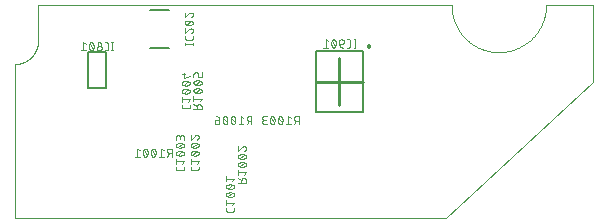
<source format=gbo>
G04 EAGLE Gerber RS-274X export*
G75*
%MOMM*%
%FSLAX35Y35*%
%LPD*%
%INsilk_bottom*%
%IPPOS*%
%AMOC8*
5,1,8,0,0,1.08239X$1,22.5*%
G01*
%ADD10C,0.010000*%
%ADD11C,0.250000*%
%ADD12C,0.127000*%
%ADD13C,0.200000*%
%ADD14C,0.050800*%


D10*
X0Y0D02*
X3650000Y0D01*
X4900000Y1150000D02*
X4900000Y1800000D01*
X4500000Y1800000D01*
X3700000Y1800000D02*
X200000Y1800000D01*
X0Y1300000D02*
X0Y0D01*
X3650000Y0D02*
X4900000Y1150000D01*
X4500000Y1800000D02*
X4499881Y1790260D01*
X4499526Y1780525D01*
X4498933Y1770802D01*
X4498104Y1761096D01*
X4497038Y1751413D01*
X4495737Y1741760D01*
X4494202Y1732140D01*
X4492432Y1722561D01*
X4490430Y1713028D01*
X4488197Y1703546D01*
X4485733Y1694122D01*
X4483040Y1684760D01*
X4480120Y1675467D01*
X4476975Y1666248D01*
X4473606Y1657108D01*
X4470016Y1648052D01*
X4466206Y1639087D01*
X4462179Y1630217D01*
X4457938Y1621448D01*
X4453483Y1612785D01*
X4448820Y1604233D01*
X4443949Y1595797D01*
X4438875Y1587482D01*
X4433599Y1579293D01*
X4428126Y1571235D01*
X4422458Y1563313D01*
X4416599Y1555531D01*
X4410552Y1547894D01*
X4404320Y1540406D01*
X4397909Y1533072D01*
X4391321Y1525897D01*
X4384560Y1518885D01*
X4377630Y1512039D01*
X4370535Y1505363D01*
X4363280Y1498863D01*
X4355869Y1492541D01*
X4348306Y1486402D01*
X4340596Y1480448D01*
X4332744Y1474684D01*
X4324753Y1469113D01*
X4316629Y1463738D01*
X4308376Y1458563D01*
X4300000Y1453590D01*
X4291505Y1448822D01*
X4282897Y1444263D01*
X4274180Y1439915D01*
X4265360Y1435780D01*
X4256442Y1431862D01*
X4247431Y1428161D01*
X4238333Y1424681D01*
X4229152Y1421424D01*
X4219895Y1418391D01*
X4210567Y1415585D01*
X4201173Y1413007D01*
X4191720Y1410658D01*
X4182212Y1408540D01*
X4172655Y1406654D01*
X4163055Y1405001D01*
X4153417Y1403583D01*
X4143748Y1402400D01*
X4134054Y1401452D01*
X4124338Y1400741D01*
X4114609Y1400267D01*
X4104871Y1400030D01*
X4095129Y1400030D01*
X4085391Y1400267D01*
X4075662Y1400741D01*
X4065946Y1401452D01*
X4056252Y1402400D01*
X4046583Y1403583D01*
X4036945Y1405001D01*
X4027345Y1406654D01*
X4017788Y1408540D01*
X4008280Y1410658D01*
X3998827Y1413007D01*
X3989433Y1415585D01*
X3980105Y1418391D01*
X3970848Y1421424D01*
X3961667Y1424681D01*
X3952569Y1428161D01*
X3943558Y1431862D01*
X3934640Y1435780D01*
X3925820Y1439915D01*
X3917103Y1444263D01*
X3908495Y1448822D01*
X3900000Y1453590D01*
X3891624Y1458563D01*
X3883371Y1463738D01*
X3875247Y1469113D01*
X3867256Y1474684D01*
X3859404Y1480448D01*
X3851694Y1486402D01*
X3844131Y1492541D01*
X3836720Y1498863D01*
X3829465Y1505363D01*
X3822370Y1512039D01*
X3815440Y1518885D01*
X3808679Y1525897D01*
X3802091Y1533072D01*
X3795680Y1540406D01*
X3789448Y1547894D01*
X3783401Y1555531D01*
X3777542Y1563313D01*
X3771874Y1571235D01*
X3766401Y1579293D01*
X3761125Y1587482D01*
X3756051Y1595797D01*
X3751180Y1604233D01*
X3746517Y1612785D01*
X3742062Y1621448D01*
X3737821Y1630217D01*
X3733794Y1639087D01*
X3729984Y1648052D01*
X3726394Y1657108D01*
X3723025Y1666248D01*
X3719880Y1675467D01*
X3716960Y1684760D01*
X3714267Y1694122D01*
X3711803Y1703546D01*
X3709570Y1713028D01*
X3707568Y1722561D01*
X3705798Y1732140D01*
X3704263Y1741760D01*
X3702962Y1751413D01*
X3701896Y1761096D01*
X3701067Y1770802D01*
X3700474Y1780525D01*
X3700119Y1790260D01*
X3700000Y1800000D01*
X200000Y1800000D02*
X200000Y1500000D01*
X199942Y1495167D01*
X199766Y1490337D01*
X199475Y1485513D01*
X199066Y1480697D01*
X198542Y1475893D01*
X197901Y1471102D01*
X197145Y1466329D01*
X196274Y1461575D01*
X195288Y1456843D01*
X194188Y1452137D01*
X192975Y1447459D01*
X191649Y1442811D01*
X190211Y1438197D01*
X188662Y1433618D01*
X187003Y1429079D01*
X185235Y1424581D01*
X183358Y1420127D01*
X181375Y1415720D01*
X179285Y1411362D01*
X177091Y1407055D01*
X174794Y1402803D01*
X172394Y1398608D01*
X169894Y1394472D01*
X167294Y1390397D01*
X164597Y1386387D01*
X161803Y1382443D01*
X158916Y1378567D01*
X155935Y1374763D01*
X152863Y1371032D01*
X149702Y1367375D01*
X146454Y1363797D01*
X143120Y1360298D01*
X139702Y1356880D01*
X136203Y1353546D01*
X132625Y1350298D01*
X128968Y1347137D01*
X125237Y1344065D01*
X121433Y1341084D01*
X117557Y1338197D01*
X113613Y1335403D01*
X109603Y1332706D01*
X105528Y1330106D01*
X101392Y1327606D01*
X97197Y1325206D01*
X92945Y1322909D01*
X88638Y1320715D01*
X84280Y1318625D01*
X79873Y1316642D01*
X75419Y1314765D01*
X70921Y1312997D01*
X66382Y1311338D01*
X61803Y1309789D01*
X57189Y1308351D01*
X52541Y1307025D01*
X47863Y1305812D01*
X43157Y1304712D01*
X38425Y1303726D01*
X33671Y1302855D01*
X28898Y1302099D01*
X24107Y1301458D01*
X19303Y1300934D01*
X14487Y1300525D01*
X9663Y1300234D01*
X4833Y1300058D01*
X0Y1300000D01*
D11*
X2550000Y1150000D02*
X2750000Y1150000D01*
X2750000Y950000D01*
X2750000Y1150000D02*
X2950000Y1150000D01*
X2750000Y1150000D02*
X2750000Y1350000D01*
D12*
X2550000Y1410000D02*
X2550000Y890000D01*
X2950000Y890000D02*
X2950000Y1410000D01*
X2550000Y1410000D01*
X2550000Y890000D02*
X2950000Y890000D01*
X2750000Y1110000D02*
X2750000Y1190000D01*
X2730000Y1150000D02*
X2770000Y1150000D01*
D13*
X2990000Y1450000D02*
X2990003Y1450245D01*
X2990012Y1450491D01*
X2990027Y1450736D01*
X2990048Y1450980D01*
X2990075Y1451224D01*
X2990108Y1451467D01*
X2990147Y1451710D01*
X2990192Y1451951D01*
X2990243Y1452191D01*
X2990300Y1452430D01*
X2990362Y1452667D01*
X2990431Y1452903D01*
X2990505Y1453137D01*
X2990585Y1453369D01*
X2990670Y1453599D01*
X2990761Y1453827D01*
X2990858Y1454052D01*
X2990960Y1454276D01*
X2991068Y1454496D01*
X2991181Y1454714D01*
X2991299Y1454929D01*
X2991423Y1455141D01*
X2991551Y1455350D01*
X2991685Y1455556D01*
X2991824Y1455758D01*
X2991968Y1455957D01*
X2992117Y1456152D01*
X2992270Y1456344D01*
X2992428Y1456532D01*
X2992590Y1456716D01*
X2992758Y1456895D01*
X2992929Y1457071D01*
X2993105Y1457242D01*
X2993284Y1457410D01*
X2993468Y1457572D01*
X2993656Y1457730D01*
X2993848Y1457883D01*
X2994043Y1458032D01*
X2994242Y1458176D01*
X2994444Y1458315D01*
X2994650Y1458449D01*
X2994859Y1458577D01*
X2995071Y1458701D01*
X2995286Y1458819D01*
X2995504Y1458932D01*
X2995724Y1459040D01*
X2995948Y1459142D01*
X2996173Y1459239D01*
X2996401Y1459330D01*
X2996631Y1459415D01*
X2996863Y1459495D01*
X2997097Y1459569D01*
X2997333Y1459638D01*
X2997570Y1459700D01*
X2997809Y1459757D01*
X2998049Y1459808D01*
X2998290Y1459853D01*
X2998533Y1459892D01*
X2998776Y1459925D01*
X2999020Y1459952D01*
X2999264Y1459973D01*
X2999509Y1459988D01*
X2999755Y1459997D01*
X3000000Y1460000D01*
X3000245Y1459997D01*
X3000491Y1459988D01*
X3000736Y1459973D01*
X3000980Y1459952D01*
X3001224Y1459925D01*
X3001467Y1459892D01*
X3001710Y1459853D01*
X3001951Y1459808D01*
X3002191Y1459757D01*
X3002430Y1459700D01*
X3002667Y1459638D01*
X3002903Y1459569D01*
X3003137Y1459495D01*
X3003369Y1459415D01*
X3003599Y1459330D01*
X3003827Y1459239D01*
X3004052Y1459142D01*
X3004276Y1459040D01*
X3004496Y1458932D01*
X3004714Y1458819D01*
X3004929Y1458701D01*
X3005141Y1458577D01*
X3005350Y1458449D01*
X3005556Y1458315D01*
X3005758Y1458176D01*
X3005957Y1458032D01*
X3006152Y1457883D01*
X3006344Y1457730D01*
X3006532Y1457572D01*
X3006716Y1457410D01*
X3006895Y1457242D01*
X3007071Y1457071D01*
X3007242Y1456895D01*
X3007410Y1456716D01*
X3007572Y1456532D01*
X3007730Y1456344D01*
X3007883Y1456152D01*
X3008032Y1455957D01*
X3008176Y1455758D01*
X3008315Y1455556D01*
X3008449Y1455350D01*
X3008577Y1455141D01*
X3008701Y1454929D01*
X3008819Y1454714D01*
X3008932Y1454496D01*
X3009040Y1454276D01*
X3009142Y1454052D01*
X3009239Y1453827D01*
X3009330Y1453599D01*
X3009415Y1453369D01*
X3009495Y1453137D01*
X3009569Y1452903D01*
X3009638Y1452667D01*
X3009700Y1452430D01*
X3009757Y1452191D01*
X3009808Y1451951D01*
X3009853Y1451710D01*
X3009892Y1451467D01*
X3009925Y1451224D01*
X3009952Y1450980D01*
X3009973Y1450736D01*
X3009988Y1450491D01*
X3009997Y1450245D01*
X3010000Y1450000D01*
X3009997Y1449755D01*
X3009988Y1449509D01*
X3009973Y1449264D01*
X3009952Y1449020D01*
X3009925Y1448776D01*
X3009892Y1448533D01*
X3009853Y1448290D01*
X3009808Y1448049D01*
X3009757Y1447809D01*
X3009700Y1447570D01*
X3009638Y1447333D01*
X3009569Y1447097D01*
X3009495Y1446863D01*
X3009415Y1446631D01*
X3009330Y1446401D01*
X3009239Y1446173D01*
X3009142Y1445948D01*
X3009040Y1445724D01*
X3008932Y1445504D01*
X3008819Y1445286D01*
X3008701Y1445071D01*
X3008577Y1444859D01*
X3008449Y1444650D01*
X3008315Y1444444D01*
X3008176Y1444242D01*
X3008032Y1444043D01*
X3007883Y1443848D01*
X3007730Y1443656D01*
X3007572Y1443468D01*
X3007410Y1443284D01*
X3007242Y1443105D01*
X3007071Y1442929D01*
X3006895Y1442758D01*
X3006716Y1442590D01*
X3006532Y1442428D01*
X3006344Y1442270D01*
X3006152Y1442117D01*
X3005957Y1441968D01*
X3005758Y1441824D01*
X3005556Y1441685D01*
X3005350Y1441551D01*
X3005141Y1441423D01*
X3004929Y1441299D01*
X3004714Y1441181D01*
X3004496Y1441068D01*
X3004276Y1440960D01*
X3004052Y1440858D01*
X3003827Y1440761D01*
X3003599Y1440670D01*
X3003369Y1440585D01*
X3003137Y1440505D01*
X3002903Y1440431D01*
X3002667Y1440362D01*
X3002430Y1440300D01*
X3002191Y1440243D01*
X3001951Y1440192D01*
X3001710Y1440147D01*
X3001467Y1440108D01*
X3001224Y1440075D01*
X3000980Y1440048D01*
X3000736Y1440027D01*
X3000491Y1440012D01*
X3000245Y1440003D01*
X3000000Y1440000D01*
X2999755Y1440003D01*
X2999509Y1440012D01*
X2999264Y1440027D01*
X2999020Y1440048D01*
X2998776Y1440075D01*
X2998533Y1440108D01*
X2998290Y1440147D01*
X2998049Y1440192D01*
X2997809Y1440243D01*
X2997570Y1440300D01*
X2997333Y1440362D01*
X2997097Y1440431D01*
X2996863Y1440505D01*
X2996631Y1440585D01*
X2996401Y1440670D01*
X2996173Y1440761D01*
X2995948Y1440858D01*
X2995724Y1440960D01*
X2995504Y1441068D01*
X2995286Y1441181D01*
X2995071Y1441299D01*
X2994859Y1441423D01*
X2994650Y1441551D01*
X2994444Y1441685D01*
X2994242Y1441824D01*
X2994043Y1441968D01*
X2993848Y1442117D01*
X2993656Y1442270D01*
X2993468Y1442428D01*
X2993284Y1442590D01*
X2993105Y1442758D01*
X2992929Y1442929D01*
X2992758Y1443105D01*
X2992590Y1443284D01*
X2992428Y1443468D01*
X2992270Y1443656D01*
X2992117Y1443848D01*
X2991968Y1444043D01*
X2991824Y1444242D01*
X2991685Y1444444D01*
X2991551Y1444650D01*
X2991423Y1444859D01*
X2991299Y1445071D01*
X2991181Y1445286D01*
X2991068Y1445504D01*
X2990960Y1445724D01*
X2990858Y1445948D01*
X2990761Y1446173D01*
X2990670Y1446401D01*
X2990585Y1446631D01*
X2990505Y1446863D01*
X2990431Y1447097D01*
X2990362Y1447333D01*
X2990300Y1447570D01*
X2990243Y1447809D01*
X2990192Y1448049D01*
X2990147Y1448290D01*
X2990108Y1448533D01*
X2990075Y1448776D01*
X2990048Y1449020D01*
X2990027Y1449264D01*
X2990012Y1449509D01*
X2990003Y1449755D01*
X2990000Y1450000D01*
D14*
X2878452Y1440040D02*
X2878452Y1509960D01*
X2886220Y1440040D02*
X2870683Y1440040D01*
X2870683Y1509960D02*
X2886220Y1509960D01*
X2828517Y1440040D02*
X2812979Y1440040D01*
X2828517Y1440040D02*
X2828892Y1440045D01*
X2829268Y1440058D01*
X2829642Y1440081D01*
X2830017Y1440113D01*
X2830390Y1440153D01*
X2830762Y1440203D01*
X2831133Y1440262D01*
X2831502Y1440329D01*
X2831870Y1440406D01*
X2832235Y1440492D01*
X2832599Y1440586D01*
X2832960Y1440689D01*
X2833319Y1440800D01*
X2833674Y1440921D01*
X2834027Y1441050D01*
X2834376Y1441187D01*
X2834722Y1441333D01*
X2835065Y1441487D01*
X2835403Y1441649D01*
X2835738Y1441820D01*
X2836068Y1441998D01*
X2836394Y1442185D01*
X2836715Y1442379D01*
X2837032Y1442581D01*
X2837344Y1442790D01*
X2837650Y1443007D01*
X2837951Y1443232D01*
X2838247Y1443463D01*
X2838537Y1443702D01*
X2838821Y1443948D01*
X2839099Y1444200D01*
X2839370Y1444459D01*
X2839636Y1444725D01*
X2839895Y1444996D01*
X2840147Y1445274D01*
X2840393Y1445558D01*
X2840632Y1445848D01*
X2840863Y1446144D01*
X2841088Y1446445D01*
X2841305Y1446751D01*
X2841514Y1447063D01*
X2841716Y1447380D01*
X2841910Y1447701D01*
X2842097Y1448027D01*
X2842275Y1448357D01*
X2842446Y1448692D01*
X2842608Y1449030D01*
X2842762Y1449373D01*
X2842908Y1449719D01*
X2843045Y1450068D01*
X2843174Y1450421D01*
X2843295Y1450776D01*
X2843406Y1451135D01*
X2843509Y1451496D01*
X2843603Y1451860D01*
X2843689Y1452225D01*
X2843766Y1452593D01*
X2843833Y1452962D01*
X2843892Y1453333D01*
X2843942Y1453705D01*
X2843982Y1454078D01*
X2844014Y1454453D01*
X2844037Y1454827D01*
X2844050Y1455203D01*
X2844055Y1455578D01*
X2844055Y1494422D01*
X2844050Y1494797D01*
X2844037Y1495173D01*
X2844014Y1495547D01*
X2843982Y1495922D01*
X2843942Y1496295D01*
X2843892Y1496667D01*
X2843833Y1497038D01*
X2843766Y1497407D01*
X2843689Y1497775D01*
X2843603Y1498140D01*
X2843509Y1498504D01*
X2843406Y1498865D01*
X2843295Y1499224D01*
X2843174Y1499579D01*
X2843045Y1499932D01*
X2842908Y1500281D01*
X2842762Y1500627D01*
X2842608Y1500970D01*
X2842446Y1501308D01*
X2842275Y1501643D01*
X2842097Y1501973D01*
X2841910Y1502299D01*
X2841716Y1502620D01*
X2841514Y1502937D01*
X2841305Y1503249D01*
X2841088Y1503555D01*
X2840863Y1503856D01*
X2840632Y1504152D01*
X2840393Y1504442D01*
X2840147Y1504726D01*
X2839895Y1505004D01*
X2839636Y1505275D01*
X2839370Y1505541D01*
X2839099Y1505800D01*
X2838821Y1506052D01*
X2838537Y1506298D01*
X2838247Y1506537D01*
X2837951Y1506768D01*
X2837650Y1506993D01*
X2837344Y1507210D01*
X2837032Y1507419D01*
X2836715Y1507621D01*
X2836394Y1507815D01*
X2836068Y1508002D01*
X2835738Y1508180D01*
X2835403Y1508351D01*
X2835065Y1508513D01*
X2834722Y1508667D01*
X2834376Y1508813D01*
X2834027Y1508950D01*
X2833674Y1509079D01*
X2833319Y1509200D01*
X2832960Y1509311D01*
X2832599Y1509414D01*
X2832235Y1509508D01*
X2831870Y1509594D01*
X2831502Y1509671D01*
X2831133Y1509738D01*
X2830762Y1509797D01*
X2830390Y1509847D01*
X2830017Y1509887D01*
X2829642Y1509919D01*
X2829268Y1509942D01*
X2828892Y1509955D01*
X2828517Y1509960D01*
X2812979Y1509960D01*
X2772086Y1471115D02*
X2748779Y1471115D01*
X2772086Y1471115D02*
X2772461Y1471120D01*
X2772837Y1471133D01*
X2773212Y1471156D01*
X2773586Y1471188D01*
X2773959Y1471228D01*
X2774331Y1471278D01*
X2774702Y1471337D01*
X2775071Y1471404D01*
X2775439Y1471481D01*
X2775805Y1471567D01*
X2776168Y1471661D01*
X2776529Y1471764D01*
X2776888Y1471876D01*
X2777243Y1471996D01*
X2777596Y1472125D01*
X2777945Y1472262D01*
X2778291Y1472408D01*
X2778634Y1472562D01*
X2778972Y1472724D01*
X2779307Y1472895D01*
X2779637Y1473073D01*
X2779963Y1473260D01*
X2780285Y1473454D01*
X2780601Y1473656D01*
X2780913Y1473866D01*
X2781219Y1474083D01*
X2781520Y1474307D01*
X2781816Y1474539D01*
X2782106Y1474777D01*
X2782390Y1475023D01*
X2782668Y1475275D01*
X2782940Y1475534D01*
X2783205Y1475800D01*
X2783464Y1476071D01*
X2783716Y1476350D01*
X2783962Y1476634D01*
X2784201Y1476923D01*
X2784432Y1477219D01*
X2784657Y1477520D01*
X2784874Y1477827D01*
X2785083Y1478138D01*
X2785285Y1478455D01*
X2785479Y1478776D01*
X2785666Y1479102D01*
X2785844Y1479432D01*
X2786015Y1479767D01*
X2786177Y1480105D01*
X2786331Y1480448D01*
X2786477Y1480794D01*
X2786614Y1481143D01*
X2786743Y1481496D01*
X2786864Y1481852D01*
X2786975Y1482210D01*
X2787078Y1482571D01*
X2787173Y1482935D01*
X2787258Y1483300D01*
X2787335Y1483668D01*
X2787402Y1484037D01*
X2787461Y1484408D01*
X2787511Y1484780D01*
X2787551Y1485154D01*
X2787583Y1485528D01*
X2787606Y1485903D01*
X2787619Y1486278D01*
X2787624Y1486653D01*
X2787624Y1490538D01*
X2787618Y1491011D01*
X2787601Y1491484D01*
X2787572Y1491956D01*
X2787532Y1492427D01*
X2787480Y1492897D01*
X2787417Y1493366D01*
X2787342Y1493833D01*
X2787257Y1494298D01*
X2787159Y1494761D01*
X2787051Y1495221D01*
X2786931Y1495679D01*
X2786801Y1496133D01*
X2786659Y1496585D01*
X2786506Y1497032D01*
X2786342Y1497476D01*
X2786168Y1497916D01*
X2785983Y1498351D01*
X2785788Y1498782D01*
X2785582Y1499208D01*
X2785365Y1499628D01*
X2785139Y1500043D01*
X2784902Y1500453D01*
X2784656Y1500857D01*
X2784400Y1501254D01*
X2784134Y1501646D01*
X2783859Y1502030D01*
X2783574Y1502408D01*
X2783281Y1502779D01*
X2782978Y1503143D01*
X2782667Y1503499D01*
X2782347Y1503847D01*
X2782019Y1504188D01*
X2781682Y1504520D01*
X2781338Y1504844D01*
X2780986Y1505160D01*
X2780626Y1505467D01*
X2780259Y1505765D01*
X2779884Y1506054D01*
X2779503Y1506334D01*
X2779115Y1506604D01*
X2778720Y1506865D01*
X2778320Y1507116D01*
X2777913Y1507358D01*
X2777501Y1507589D01*
X2777083Y1507811D01*
X2776659Y1508022D01*
X2776231Y1508223D01*
X2775798Y1508413D01*
X2775361Y1508593D01*
X2774919Y1508762D01*
X2774473Y1508920D01*
X2774024Y1509067D01*
X2773571Y1509203D01*
X2773114Y1509328D01*
X2772655Y1509443D01*
X2772194Y1509545D01*
X2771730Y1509637D01*
X2771264Y1509717D01*
X2770796Y1509786D01*
X2770326Y1509843D01*
X2769855Y1509889D01*
X2769384Y1509924D01*
X2768911Y1509947D01*
X2768438Y1509959D01*
X2767966Y1509959D01*
X2767493Y1509947D01*
X2767020Y1509924D01*
X2766549Y1509889D01*
X2766078Y1509843D01*
X2765608Y1509786D01*
X2765140Y1509717D01*
X2764674Y1509637D01*
X2764210Y1509545D01*
X2763749Y1509443D01*
X2763290Y1509328D01*
X2762833Y1509203D01*
X2762380Y1509067D01*
X2761931Y1508920D01*
X2761485Y1508762D01*
X2761043Y1508593D01*
X2760606Y1508413D01*
X2760173Y1508223D01*
X2759745Y1508022D01*
X2759321Y1507811D01*
X2758903Y1507589D01*
X2758491Y1507358D01*
X2758084Y1507116D01*
X2757684Y1506865D01*
X2757289Y1506604D01*
X2756901Y1506334D01*
X2756520Y1506054D01*
X2756145Y1505765D01*
X2755778Y1505467D01*
X2755418Y1505160D01*
X2755066Y1504844D01*
X2754722Y1504520D01*
X2754385Y1504188D01*
X2754057Y1503847D01*
X2753737Y1503499D01*
X2753426Y1503143D01*
X2753123Y1502779D01*
X2752830Y1502408D01*
X2752545Y1502030D01*
X2752270Y1501646D01*
X2752004Y1501254D01*
X2751748Y1500857D01*
X2751502Y1500453D01*
X2751265Y1500043D01*
X2751039Y1499628D01*
X2750822Y1499208D01*
X2750616Y1498782D01*
X2750421Y1498351D01*
X2750236Y1497916D01*
X2750062Y1497476D01*
X2749898Y1497032D01*
X2749745Y1496585D01*
X2749603Y1496133D01*
X2749473Y1495679D01*
X2749353Y1495221D01*
X2749245Y1494761D01*
X2749147Y1494298D01*
X2749062Y1493833D01*
X2748987Y1493366D01*
X2748924Y1492897D01*
X2748872Y1492427D01*
X2748832Y1491956D01*
X2748803Y1491484D01*
X2748786Y1491011D01*
X2748780Y1490538D01*
X2748779Y1490538D02*
X2748779Y1471115D01*
X2748788Y1470364D01*
X2748815Y1469614D01*
X2748861Y1468864D01*
X2748924Y1468116D01*
X2749006Y1467369D01*
X2749105Y1466625D01*
X2749223Y1465883D01*
X2749358Y1465144D01*
X2749511Y1464409D01*
X2749682Y1463678D01*
X2749871Y1462951D01*
X2750077Y1462229D01*
X2750300Y1461512D01*
X2750541Y1460801D01*
X2750798Y1460095D01*
X2751073Y1459396D01*
X2751365Y1458704D01*
X2751673Y1458020D01*
X2751998Y1457342D01*
X2752339Y1456673D01*
X2752696Y1456013D01*
X2753068Y1455361D01*
X2753457Y1454718D01*
X2753861Y1454085D01*
X2754280Y1453462D01*
X2754714Y1452849D01*
X2755163Y1452247D01*
X2755626Y1451656D01*
X2756103Y1451076D01*
X2756594Y1450508D01*
X2757099Y1449952D01*
X2757617Y1449408D01*
X2758148Y1448877D01*
X2758692Y1448359D01*
X2759248Y1447854D01*
X2759816Y1447363D01*
X2760396Y1446886D01*
X2760987Y1446423D01*
X2761589Y1445974D01*
X2762202Y1445540D01*
X2762825Y1445121D01*
X2763458Y1444717D01*
X2764101Y1444328D01*
X2764753Y1443956D01*
X2765413Y1443599D01*
X2766082Y1443258D01*
X2766760Y1442933D01*
X2767444Y1442625D01*
X2768136Y1442333D01*
X2768835Y1442058D01*
X2769541Y1441801D01*
X2770252Y1441560D01*
X2770969Y1441337D01*
X2771691Y1441131D01*
X2772418Y1440942D01*
X2773149Y1440771D01*
X2773884Y1440618D01*
X2774623Y1440483D01*
X2775365Y1440365D01*
X2776109Y1440266D01*
X2776856Y1440184D01*
X2777604Y1440121D01*
X2778354Y1440075D01*
X2779104Y1440048D01*
X2779855Y1440039D01*
X2720124Y1475000D02*
X2720108Y1476375D01*
X2720058Y1477750D01*
X2719976Y1479123D01*
X2719861Y1480494D01*
X2719714Y1481862D01*
X2719534Y1483225D01*
X2719321Y1484584D01*
X2719076Y1485938D01*
X2718799Y1487285D01*
X2718490Y1488625D01*
X2718149Y1489958D01*
X2717776Y1491282D01*
X2717371Y1492597D01*
X2716936Y1493902D01*
X2716469Y1495195D01*
X2715971Y1496478D01*
X2715443Y1497748D01*
X2714885Y1499005D01*
X2714297Y1500249D01*
X2714298Y1500249D02*
X2714181Y1500579D01*
X2714055Y1500905D01*
X2713922Y1501228D01*
X2713781Y1501548D01*
X2713632Y1501864D01*
X2713476Y1502177D01*
X2713312Y1502486D01*
X2713140Y1502790D01*
X2712961Y1503091D01*
X2712775Y1503387D01*
X2712582Y1503678D01*
X2712382Y1503965D01*
X2712175Y1504246D01*
X2711961Y1504523D01*
X2711740Y1504794D01*
X2711513Y1505060D01*
X2711279Y1505320D01*
X2711039Y1505574D01*
X2710793Y1505823D01*
X2710542Y1506065D01*
X2710284Y1506301D01*
X2710020Y1506531D01*
X2709752Y1506754D01*
X2709477Y1506971D01*
X2709198Y1507181D01*
X2708913Y1507384D01*
X2708624Y1507581D01*
X2708330Y1507770D01*
X2708031Y1507952D01*
X2707729Y1508126D01*
X2707422Y1508294D01*
X2707111Y1508453D01*
X2706796Y1508605D01*
X2706477Y1508750D01*
X2706156Y1508886D01*
X2705830Y1509015D01*
X2705502Y1509136D01*
X2705171Y1509248D01*
X2704838Y1509353D01*
X2704502Y1509450D01*
X2704164Y1509538D01*
X2703823Y1509618D01*
X2703481Y1509690D01*
X2703137Y1509753D01*
X2702792Y1509808D01*
X2702446Y1509855D01*
X2702098Y1509893D01*
X2701750Y1509923D01*
X2701401Y1509944D01*
X2701052Y1509957D01*
X2700702Y1509961D01*
X2700702Y1509960D02*
X2700352Y1509956D01*
X2700003Y1509943D01*
X2699654Y1509922D01*
X2699306Y1509892D01*
X2698958Y1509854D01*
X2698612Y1509807D01*
X2698267Y1509752D01*
X2697923Y1509689D01*
X2697581Y1509617D01*
X2697241Y1509537D01*
X2696902Y1509449D01*
X2696566Y1509352D01*
X2696233Y1509247D01*
X2695902Y1509135D01*
X2695574Y1509014D01*
X2695249Y1508885D01*
X2694927Y1508749D01*
X2694609Y1508604D01*
X2694294Y1508452D01*
X2693983Y1508293D01*
X2693676Y1508125D01*
X2693373Y1507951D01*
X2693074Y1507769D01*
X2692780Y1507580D01*
X2692491Y1507384D01*
X2692207Y1507180D01*
X2691927Y1506970D01*
X2691653Y1506754D01*
X2691384Y1506530D01*
X2691121Y1506300D01*
X2690863Y1506064D01*
X2690611Y1505822D01*
X2690365Y1505573D01*
X2690125Y1505319D01*
X2689892Y1505059D01*
X2689665Y1504793D01*
X2689444Y1504522D01*
X2689230Y1504245D01*
X2689023Y1503964D01*
X2688823Y1503677D01*
X2688630Y1503386D01*
X2688443Y1503090D01*
X2688265Y1502790D01*
X2688093Y1502485D01*
X2687929Y1502176D01*
X2687773Y1501864D01*
X2687624Y1501548D01*
X2687483Y1501228D01*
X2687350Y1500905D01*
X2687224Y1500578D01*
X2687107Y1500249D01*
X2687106Y1500249D02*
X2686518Y1499005D01*
X2685960Y1497748D01*
X2685432Y1496478D01*
X2684934Y1495195D01*
X2684468Y1493901D01*
X2684032Y1492597D01*
X2683627Y1491282D01*
X2683254Y1489958D01*
X2682913Y1488625D01*
X2682604Y1487285D01*
X2682327Y1485938D01*
X2682082Y1484584D01*
X2681869Y1483225D01*
X2681689Y1481862D01*
X2681542Y1480494D01*
X2681427Y1479123D01*
X2681345Y1477750D01*
X2681295Y1476375D01*
X2681279Y1475000D01*
X2720124Y1475000D02*
X2720108Y1473625D01*
X2720058Y1472250D01*
X2719976Y1470877D01*
X2719861Y1469506D01*
X2719714Y1468138D01*
X2719534Y1466775D01*
X2719321Y1465416D01*
X2719076Y1464062D01*
X2718799Y1462715D01*
X2718490Y1461374D01*
X2718149Y1460042D01*
X2717776Y1458718D01*
X2717371Y1457403D01*
X2716936Y1456098D01*
X2716469Y1454804D01*
X2715971Y1453522D01*
X2715444Y1452252D01*
X2714885Y1450994D01*
X2714298Y1449751D01*
X2714181Y1449422D01*
X2714055Y1449096D01*
X2713922Y1448772D01*
X2713781Y1448453D01*
X2713632Y1448136D01*
X2713476Y1447824D01*
X2713312Y1447515D01*
X2713140Y1447210D01*
X2712961Y1446910D01*
X2712775Y1446614D01*
X2712582Y1446323D01*
X2712382Y1446036D01*
X2712174Y1445755D01*
X2711960Y1445478D01*
X2711740Y1445207D01*
X2711513Y1444941D01*
X2711279Y1444681D01*
X2711039Y1444427D01*
X2710793Y1444178D01*
X2710541Y1443936D01*
X2710284Y1443700D01*
X2710020Y1443470D01*
X2709751Y1443246D01*
X2709477Y1443030D01*
X2709198Y1442820D01*
X2708913Y1442616D01*
X2708624Y1442420D01*
X2708330Y1442231D01*
X2708031Y1442049D01*
X2707728Y1441875D01*
X2707421Y1441707D01*
X2707110Y1441548D01*
X2706796Y1441396D01*
X2706477Y1441251D01*
X2706155Y1441115D01*
X2705830Y1440986D01*
X2705502Y1440865D01*
X2705171Y1440753D01*
X2704838Y1440648D01*
X2704502Y1440551D01*
X2704164Y1440463D01*
X2703823Y1440383D01*
X2703481Y1440311D01*
X2703137Y1440248D01*
X2702792Y1440193D01*
X2702446Y1440146D01*
X2702098Y1440108D01*
X2701750Y1440078D01*
X2701401Y1440057D01*
X2701052Y1440044D01*
X2700702Y1440040D01*
X2687106Y1449751D02*
X2686518Y1450994D01*
X2685960Y1452252D01*
X2685432Y1453522D01*
X2684934Y1454804D01*
X2684468Y1456098D01*
X2684032Y1457403D01*
X2683627Y1458718D01*
X2683254Y1460042D01*
X2682913Y1461374D01*
X2682604Y1462715D01*
X2682327Y1464062D01*
X2682082Y1465416D01*
X2681869Y1466775D01*
X2681689Y1468138D01*
X2681542Y1469506D01*
X2681427Y1470877D01*
X2681345Y1472250D01*
X2681295Y1473625D01*
X2681279Y1475000D01*
X2687107Y1449751D02*
X2687224Y1449422D01*
X2687350Y1449095D01*
X2687483Y1448772D01*
X2687624Y1448452D01*
X2687773Y1448136D01*
X2687929Y1447823D01*
X2688093Y1447515D01*
X2688265Y1447210D01*
X2688444Y1446910D01*
X2688630Y1446614D01*
X2688823Y1446322D01*
X2689023Y1446036D01*
X2689230Y1445754D01*
X2689444Y1445478D01*
X2689665Y1445207D01*
X2689892Y1444941D01*
X2690126Y1444681D01*
X2690365Y1444427D01*
X2690611Y1444178D01*
X2690863Y1443936D01*
X2691121Y1443700D01*
X2691384Y1443470D01*
X2691653Y1443246D01*
X2691927Y1443030D01*
X2692207Y1442819D01*
X2692491Y1442616D01*
X2692781Y1442420D01*
X2693075Y1442231D01*
X2693373Y1442049D01*
X2693676Y1441874D01*
X2693983Y1441707D01*
X2694294Y1441548D01*
X2694609Y1441396D01*
X2694927Y1441251D01*
X2695249Y1441115D01*
X2695574Y1440986D01*
X2695902Y1440865D01*
X2696233Y1440753D01*
X2696566Y1440648D01*
X2696902Y1440551D01*
X2697241Y1440463D01*
X2697581Y1440383D01*
X2697923Y1440311D01*
X2698267Y1440248D01*
X2698612Y1440193D01*
X2698958Y1440146D01*
X2699306Y1440108D01*
X2699654Y1440078D01*
X2700003Y1440057D01*
X2700352Y1440044D01*
X2700702Y1440040D01*
X2716239Y1455578D02*
X2685164Y1494422D01*
X2652624Y1494422D02*
X2633202Y1509960D01*
X2633202Y1440040D01*
X2652624Y1440040D02*
X2613779Y1440040D01*
D12*
X775000Y1400000D02*
X775000Y1100000D01*
X775000Y1400000D02*
X625000Y1400000D01*
X625000Y1100000D01*
X775000Y1100000D01*
D14*
X828452Y1415040D02*
X828452Y1484960D01*
X836220Y1415040D02*
X820683Y1415040D01*
X820683Y1484960D02*
X836220Y1484960D01*
X778517Y1415040D02*
X762979Y1415040D01*
X778517Y1415040D02*
X778892Y1415045D01*
X779268Y1415058D01*
X779642Y1415081D01*
X780017Y1415113D01*
X780390Y1415153D01*
X780762Y1415203D01*
X781133Y1415262D01*
X781502Y1415329D01*
X781870Y1415406D01*
X782235Y1415492D01*
X782599Y1415586D01*
X782960Y1415689D01*
X783319Y1415800D01*
X783674Y1415921D01*
X784027Y1416050D01*
X784376Y1416187D01*
X784722Y1416333D01*
X785065Y1416487D01*
X785403Y1416649D01*
X785738Y1416820D01*
X786068Y1416998D01*
X786394Y1417185D01*
X786715Y1417379D01*
X787032Y1417581D01*
X787344Y1417790D01*
X787650Y1418007D01*
X787951Y1418232D01*
X788247Y1418463D01*
X788537Y1418702D01*
X788821Y1418948D01*
X789099Y1419200D01*
X789370Y1419459D01*
X789636Y1419725D01*
X789895Y1419996D01*
X790147Y1420274D01*
X790393Y1420558D01*
X790632Y1420848D01*
X790863Y1421144D01*
X791088Y1421445D01*
X791305Y1421751D01*
X791514Y1422063D01*
X791716Y1422380D01*
X791910Y1422701D01*
X792097Y1423027D01*
X792275Y1423357D01*
X792446Y1423692D01*
X792608Y1424030D01*
X792762Y1424373D01*
X792908Y1424719D01*
X793045Y1425068D01*
X793174Y1425421D01*
X793295Y1425776D01*
X793406Y1426135D01*
X793509Y1426496D01*
X793603Y1426860D01*
X793689Y1427225D01*
X793766Y1427593D01*
X793833Y1427962D01*
X793892Y1428333D01*
X793942Y1428705D01*
X793982Y1429078D01*
X794014Y1429453D01*
X794037Y1429827D01*
X794050Y1430203D01*
X794055Y1430578D01*
X794055Y1469422D01*
X794050Y1469797D01*
X794037Y1470173D01*
X794014Y1470547D01*
X793982Y1470922D01*
X793942Y1471295D01*
X793892Y1471667D01*
X793833Y1472038D01*
X793766Y1472407D01*
X793689Y1472775D01*
X793603Y1473140D01*
X793509Y1473504D01*
X793406Y1473865D01*
X793295Y1474224D01*
X793174Y1474579D01*
X793045Y1474932D01*
X792908Y1475281D01*
X792762Y1475627D01*
X792608Y1475970D01*
X792446Y1476308D01*
X792275Y1476643D01*
X792097Y1476973D01*
X791910Y1477299D01*
X791716Y1477620D01*
X791514Y1477937D01*
X791305Y1478249D01*
X791088Y1478555D01*
X790863Y1478856D01*
X790632Y1479152D01*
X790393Y1479442D01*
X790147Y1479726D01*
X789895Y1480004D01*
X789636Y1480275D01*
X789370Y1480541D01*
X789099Y1480800D01*
X788821Y1481052D01*
X788537Y1481298D01*
X788247Y1481537D01*
X787951Y1481768D01*
X787650Y1481993D01*
X787344Y1482210D01*
X787032Y1482419D01*
X786715Y1482621D01*
X786394Y1482815D01*
X786068Y1483002D01*
X785738Y1483180D01*
X785403Y1483351D01*
X785065Y1483513D01*
X784722Y1483667D01*
X784376Y1483813D01*
X784027Y1483950D01*
X783674Y1484079D01*
X783319Y1484200D01*
X782960Y1484311D01*
X782599Y1484414D01*
X782235Y1484508D01*
X781870Y1484594D01*
X781502Y1484671D01*
X781133Y1484738D01*
X780762Y1484797D01*
X780390Y1484847D01*
X780017Y1484887D01*
X779642Y1484919D01*
X779268Y1484942D01*
X778892Y1484955D01*
X778517Y1484960D01*
X762979Y1484960D01*
X737624Y1434462D02*
X737618Y1434935D01*
X737601Y1435408D01*
X737572Y1435880D01*
X737532Y1436351D01*
X737480Y1436821D01*
X737417Y1437290D01*
X737342Y1437757D01*
X737257Y1438222D01*
X737159Y1438685D01*
X737051Y1439145D01*
X736931Y1439603D01*
X736801Y1440057D01*
X736659Y1440509D01*
X736506Y1440956D01*
X736342Y1441400D01*
X736168Y1441840D01*
X735983Y1442275D01*
X735788Y1442706D01*
X735582Y1443132D01*
X735365Y1443552D01*
X735139Y1443967D01*
X734902Y1444377D01*
X734656Y1444781D01*
X734400Y1445178D01*
X734134Y1445570D01*
X733859Y1445954D01*
X733574Y1446332D01*
X733281Y1446703D01*
X732978Y1447067D01*
X732667Y1447423D01*
X732347Y1447771D01*
X732019Y1448112D01*
X731682Y1448444D01*
X731338Y1448768D01*
X730986Y1449084D01*
X730626Y1449391D01*
X730259Y1449689D01*
X729884Y1449978D01*
X729503Y1450258D01*
X729115Y1450528D01*
X728720Y1450789D01*
X728320Y1451040D01*
X727913Y1451282D01*
X727501Y1451513D01*
X727083Y1451735D01*
X726659Y1451946D01*
X726231Y1452147D01*
X725798Y1452337D01*
X725361Y1452517D01*
X724919Y1452686D01*
X724473Y1452844D01*
X724024Y1452991D01*
X723571Y1453127D01*
X723114Y1453252D01*
X722655Y1453367D01*
X722194Y1453469D01*
X721730Y1453561D01*
X721264Y1453641D01*
X720796Y1453710D01*
X720326Y1453767D01*
X719855Y1453813D01*
X719384Y1453848D01*
X718911Y1453871D01*
X718438Y1453883D01*
X717966Y1453883D01*
X717493Y1453871D01*
X717020Y1453848D01*
X716549Y1453813D01*
X716078Y1453767D01*
X715608Y1453710D01*
X715140Y1453641D01*
X714674Y1453561D01*
X714210Y1453469D01*
X713749Y1453367D01*
X713290Y1453252D01*
X712833Y1453127D01*
X712380Y1452991D01*
X711931Y1452844D01*
X711485Y1452686D01*
X711043Y1452517D01*
X710606Y1452337D01*
X710173Y1452147D01*
X709745Y1451946D01*
X709321Y1451735D01*
X708903Y1451513D01*
X708491Y1451282D01*
X708084Y1451040D01*
X707684Y1450789D01*
X707289Y1450528D01*
X706901Y1450258D01*
X706520Y1449978D01*
X706145Y1449689D01*
X705778Y1449391D01*
X705418Y1449084D01*
X705066Y1448768D01*
X704722Y1448444D01*
X704385Y1448112D01*
X704057Y1447771D01*
X703737Y1447423D01*
X703426Y1447067D01*
X703123Y1446703D01*
X702830Y1446332D01*
X702545Y1445954D01*
X702270Y1445570D01*
X702004Y1445178D01*
X701748Y1444781D01*
X701502Y1444377D01*
X701265Y1443967D01*
X701039Y1443552D01*
X700822Y1443132D01*
X700616Y1442706D01*
X700421Y1442275D01*
X700236Y1441840D01*
X700062Y1441400D01*
X699898Y1440956D01*
X699745Y1440509D01*
X699603Y1440057D01*
X699473Y1439603D01*
X699353Y1439145D01*
X699245Y1438685D01*
X699147Y1438222D01*
X699062Y1437757D01*
X698987Y1437290D01*
X698924Y1436821D01*
X698872Y1436351D01*
X698832Y1435880D01*
X698803Y1435408D01*
X698786Y1434935D01*
X698780Y1434462D01*
X698786Y1433989D01*
X698803Y1433516D01*
X698832Y1433044D01*
X698872Y1432573D01*
X698924Y1432103D01*
X698987Y1431634D01*
X699062Y1431167D01*
X699147Y1430702D01*
X699245Y1430239D01*
X699353Y1429779D01*
X699473Y1429321D01*
X699603Y1428867D01*
X699745Y1428415D01*
X699898Y1427968D01*
X700062Y1427524D01*
X700236Y1427084D01*
X700421Y1426649D01*
X700616Y1426218D01*
X700822Y1425792D01*
X701039Y1425372D01*
X701265Y1424957D01*
X701502Y1424547D01*
X701748Y1424143D01*
X702004Y1423746D01*
X702270Y1423354D01*
X702545Y1422970D01*
X702830Y1422592D01*
X703123Y1422221D01*
X703426Y1421857D01*
X703737Y1421501D01*
X704057Y1421153D01*
X704385Y1420812D01*
X704722Y1420480D01*
X705066Y1420156D01*
X705418Y1419840D01*
X705778Y1419533D01*
X706145Y1419235D01*
X706520Y1418946D01*
X706901Y1418666D01*
X707289Y1418396D01*
X707684Y1418135D01*
X708084Y1417884D01*
X708491Y1417642D01*
X708903Y1417411D01*
X709321Y1417189D01*
X709745Y1416978D01*
X710173Y1416777D01*
X710606Y1416587D01*
X711043Y1416407D01*
X711485Y1416238D01*
X711931Y1416080D01*
X712380Y1415933D01*
X712833Y1415797D01*
X713290Y1415672D01*
X713749Y1415557D01*
X714210Y1415455D01*
X714674Y1415363D01*
X715140Y1415283D01*
X715608Y1415214D01*
X716078Y1415157D01*
X716549Y1415111D01*
X717020Y1415076D01*
X717493Y1415053D01*
X717966Y1415041D01*
X718438Y1415041D01*
X718911Y1415053D01*
X719384Y1415076D01*
X719855Y1415111D01*
X720326Y1415157D01*
X720796Y1415214D01*
X721264Y1415283D01*
X721730Y1415363D01*
X722194Y1415455D01*
X722655Y1415557D01*
X723114Y1415672D01*
X723571Y1415797D01*
X724024Y1415933D01*
X724473Y1416080D01*
X724919Y1416238D01*
X725361Y1416407D01*
X725798Y1416587D01*
X726231Y1416777D01*
X726659Y1416978D01*
X727083Y1417189D01*
X727501Y1417411D01*
X727913Y1417642D01*
X728320Y1417884D01*
X728720Y1418135D01*
X729115Y1418396D01*
X729503Y1418666D01*
X729884Y1418946D01*
X730259Y1419235D01*
X730626Y1419533D01*
X730986Y1419840D01*
X731338Y1420156D01*
X731682Y1420480D01*
X732019Y1420812D01*
X732347Y1421153D01*
X732667Y1421501D01*
X732978Y1421857D01*
X733281Y1422221D01*
X733574Y1422592D01*
X733859Y1422970D01*
X734134Y1423354D01*
X734400Y1423746D01*
X734656Y1424143D01*
X734902Y1424547D01*
X735139Y1424957D01*
X735365Y1425372D01*
X735582Y1425792D01*
X735788Y1426218D01*
X735983Y1426649D01*
X736168Y1427084D01*
X736342Y1427524D01*
X736506Y1427968D01*
X736659Y1428415D01*
X736801Y1428867D01*
X736931Y1429321D01*
X737051Y1429779D01*
X737159Y1430239D01*
X737257Y1430702D01*
X737342Y1431167D01*
X737417Y1431634D01*
X737480Y1432103D01*
X737532Y1432573D01*
X737572Y1433044D01*
X737601Y1433516D01*
X737618Y1433989D01*
X737624Y1434462D01*
X733740Y1469422D02*
X733735Y1469800D01*
X733722Y1470179D01*
X733699Y1470556D01*
X733666Y1470933D01*
X733625Y1471309D01*
X733574Y1471684D01*
X733515Y1472058D01*
X733446Y1472430D01*
X733368Y1472800D01*
X733282Y1473169D01*
X733186Y1473535D01*
X733081Y1473898D01*
X732968Y1474259D01*
X732846Y1474618D01*
X732715Y1474973D01*
X732575Y1475324D01*
X732427Y1475673D01*
X732271Y1476017D01*
X732106Y1476358D01*
X731933Y1476694D01*
X731752Y1477027D01*
X731563Y1477354D01*
X731366Y1477677D01*
X731161Y1477995D01*
X730948Y1478308D01*
X730728Y1478616D01*
X730500Y1478918D01*
X730265Y1479215D01*
X730023Y1479506D01*
X729774Y1479791D01*
X729518Y1480070D01*
X729256Y1480342D01*
X728987Y1480608D01*
X728711Y1480867D01*
X728429Y1481120D01*
X728141Y1481365D01*
X727847Y1481604D01*
X727548Y1481835D01*
X727243Y1482059D01*
X726933Y1482275D01*
X726617Y1482484D01*
X726296Y1482685D01*
X725971Y1482878D01*
X725641Y1483063D01*
X725307Y1483241D01*
X724968Y1483410D01*
X724625Y1483570D01*
X724279Y1483722D01*
X723929Y1483866D01*
X723576Y1484001D01*
X723219Y1484128D01*
X722859Y1484246D01*
X722497Y1484355D01*
X722132Y1484455D01*
X721765Y1484546D01*
X721396Y1484628D01*
X721024Y1484702D01*
X720651Y1484766D01*
X720277Y1484821D01*
X719901Y1484867D01*
X719525Y1484904D01*
X719147Y1484931D01*
X718769Y1484950D01*
X718391Y1484959D01*
X718013Y1484959D01*
X717635Y1484950D01*
X717257Y1484931D01*
X716879Y1484904D01*
X716503Y1484867D01*
X716127Y1484821D01*
X715753Y1484766D01*
X715380Y1484702D01*
X715008Y1484628D01*
X714639Y1484546D01*
X714272Y1484455D01*
X713907Y1484355D01*
X713545Y1484246D01*
X713185Y1484128D01*
X712828Y1484001D01*
X712475Y1483866D01*
X712125Y1483722D01*
X711779Y1483570D01*
X711436Y1483410D01*
X711097Y1483241D01*
X710763Y1483063D01*
X710433Y1482878D01*
X710108Y1482685D01*
X709787Y1482484D01*
X709471Y1482275D01*
X709161Y1482059D01*
X708856Y1481835D01*
X708557Y1481604D01*
X708263Y1481365D01*
X707975Y1481120D01*
X707693Y1480867D01*
X707417Y1480608D01*
X707148Y1480342D01*
X706886Y1480070D01*
X706630Y1479791D01*
X706381Y1479506D01*
X706139Y1479215D01*
X705904Y1478918D01*
X705676Y1478616D01*
X705456Y1478308D01*
X705243Y1477995D01*
X705038Y1477677D01*
X704841Y1477354D01*
X704652Y1477027D01*
X704471Y1476694D01*
X704298Y1476358D01*
X704133Y1476017D01*
X703977Y1475673D01*
X703829Y1475324D01*
X703689Y1474973D01*
X703558Y1474618D01*
X703436Y1474259D01*
X703323Y1473898D01*
X703218Y1473535D01*
X703122Y1473169D01*
X703036Y1472800D01*
X702958Y1472430D01*
X702889Y1472058D01*
X702830Y1471684D01*
X702779Y1471309D01*
X702738Y1470933D01*
X702705Y1470556D01*
X702682Y1470179D01*
X702669Y1469800D01*
X702664Y1469422D01*
X702669Y1469044D01*
X702682Y1468665D01*
X702705Y1468288D01*
X702738Y1467911D01*
X702779Y1467535D01*
X702830Y1467160D01*
X702889Y1466786D01*
X702958Y1466414D01*
X703036Y1466044D01*
X703122Y1465675D01*
X703218Y1465309D01*
X703323Y1464946D01*
X703436Y1464585D01*
X703558Y1464226D01*
X703689Y1463871D01*
X703829Y1463520D01*
X703977Y1463171D01*
X704133Y1462827D01*
X704298Y1462486D01*
X704471Y1462150D01*
X704652Y1461817D01*
X704841Y1461490D01*
X705038Y1461167D01*
X705243Y1460849D01*
X705456Y1460536D01*
X705676Y1460228D01*
X705904Y1459926D01*
X706139Y1459629D01*
X706381Y1459338D01*
X706630Y1459053D01*
X706886Y1458774D01*
X707148Y1458502D01*
X707417Y1458236D01*
X707693Y1457977D01*
X707975Y1457724D01*
X708263Y1457479D01*
X708557Y1457240D01*
X708856Y1457009D01*
X709161Y1456785D01*
X709471Y1456569D01*
X709787Y1456360D01*
X710108Y1456159D01*
X710433Y1455966D01*
X710763Y1455781D01*
X711097Y1455603D01*
X711436Y1455434D01*
X711779Y1455274D01*
X712125Y1455122D01*
X712475Y1454978D01*
X712828Y1454843D01*
X713185Y1454716D01*
X713545Y1454598D01*
X713907Y1454489D01*
X714272Y1454389D01*
X714639Y1454298D01*
X715008Y1454216D01*
X715380Y1454142D01*
X715753Y1454078D01*
X716127Y1454023D01*
X716503Y1453977D01*
X716879Y1453940D01*
X717257Y1453913D01*
X717635Y1453894D01*
X718013Y1453885D01*
X718391Y1453885D01*
X718769Y1453894D01*
X719147Y1453913D01*
X719525Y1453940D01*
X719901Y1453977D01*
X720277Y1454023D01*
X720651Y1454078D01*
X721024Y1454142D01*
X721396Y1454216D01*
X721765Y1454298D01*
X722132Y1454389D01*
X722497Y1454489D01*
X722859Y1454598D01*
X723219Y1454716D01*
X723576Y1454843D01*
X723929Y1454978D01*
X724279Y1455122D01*
X724625Y1455274D01*
X724968Y1455434D01*
X725307Y1455603D01*
X725641Y1455781D01*
X725971Y1455966D01*
X726296Y1456159D01*
X726617Y1456360D01*
X726933Y1456569D01*
X727243Y1456785D01*
X727548Y1457009D01*
X727847Y1457240D01*
X728141Y1457479D01*
X728429Y1457724D01*
X728711Y1457977D01*
X728987Y1458236D01*
X729256Y1458502D01*
X729518Y1458774D01*
X729774Y1459053D01*
X730023Y1459338D01*
X730265Y1459629D01*
X730500Y1459926D01*
X730728Y1460228D01*
X730948Y1460536D01*
X731161Y1460849D01*
X731366Y1461167D01*
X731563Y1461490D01*
X731752Y1461817D01*
X731933Y1462150D01*
X732106Y1462486D01*
X732271Y1462827D01*
X732427Y1463171D01*
X732575Y1463520D01*
X732715Y1463871D01*
X732846Y1464226D01*
X732968Y1464585D01*
X733081Y1464946D01*
X733186Y1465309D01*
X733282Y1465675D01*
X733368Y1466044D01*
X733446Y1466414D01*
X733515Y1466786D01*
X733574Y1467160D01*
X733625Y1467535D01*
X733666Y1467911D01*
X733699Y1468288D01*
X733722Y1468665D01*
X733735Y1469044D01*
X733740Y1469422D01*
X670124Y1450000D02*
X670108Y1451375D01*
X670058Y1452750D01*
X669976Y1454123D01*
X669861Y1455494D01*
X669714Y1456862D01*
X669534Y1458225D01*
X669321Y1459584D01*
X669076Y1460938D01*
X668799Y1462285D01*
X668490Y1463625D01*
X668149Y1464958D01*
X667776Y1466282D01*
X667371Y1467597D01*
X666936Y1468902D01*
X666469Y1470195D01*
X665971Y1471478D01*
X665443Y1472748D01*
X664885Y1474005D01*
X664297Y1475249D01*
X664298Y1475249D02*
X664181Y1475579D01*
X664055Y1475905D01*
X663922Y1476228D01*
X663781Y1476548D01*
X663632Y1476864D01*
X663476Y1477177D01*
X663312Y1477486D01*
X663140Y1477790D01*
X662961Y1478091D01*
X662775Y1478387D01*
X662582Y1478678D01*
X662382Y1478965D01*
X662175Y1479246D01*
X661961Y1479523D01*
X661740Y1479794D01*
X661513Y1480060D01*
X661279Y1480320D01*
X661039Y1480574D01*
X660793Y1480823D01*
X660542Y1481065D01*
X660284Y1481301D01*
X660020Y1481531D01*
X659752Y1481754D01*
X659477Y1481971D01*
X659198Y1482181D01*
X658913Y1482384D01*
X658624Y1482581D01*
X658330Y1482770D01*
X658031Y1482952D01*
X657729Y1483126D01*
X657422Y1483294D01*
X657111Y1483453D01*
X656796Y1483605D01*
X656477Y1483750D01*
X656156Y1483886D01*
X655830Y1484015D01*
X655502Y1484136D01*
X655171Y1484248D01*
X654838Y1484353D01*
X654502Y1484450D01*
X654164Y1484538D01*
X653823Y1484618D01*
X653481Y1484690D01*
X653137Y1484753D01*
X652792Y1484808D01*
X652446Y1484855D01*
X652098Y1484893D01*
X651750Y1484923D01*
X651401Y1484944D01*
X651052Y1484957D01*
X650702Y1484961D01*
X650702Y1484960D02*
X650352Y1484956D01*
X650003Y1484943D01*
X649654Y1484922D01*
X649306Y1484892D01*
X648958Y1484854D01*
X648612Y1484807D01*
X648267Y1484752D01*
X647923Y1484689D01*
X647581Y1484617D01*
X647241Y1484537D01*
X646902Y1484449D01*
X646566Y1484352D01*
X646233Y1484247D01*
X645902Y1484135D01*
X645574Y1484014D01*
X645249Y1483885D01*
X644927Y1483749D01*
X644609Y1483604D01*
X644294Y1483452D01*
X643983Y1483293D01*
X643676Y1483125D01*
X643373Y1482951D01*
X643074Y1482769D01*
X642780Y1482580D01*
X642491Y1482384D01*
X642207Y1482180D01*
X641927Y1481970D01*
X641653Y1481754D01*
X641384Y1481530D01*
X641121Y1481300D01*
X640863Y1481064D01*
X640611Y1480822D01*
X640365Y1480573D01*
X640125Y1480319D01*
X639892Y1480059D01*
X639665Y1479793D01*
X639444Y1479522D01*
X639230Y1479245D01*
X639023Y1478964D01*
X638823Y1478677D01*
X638630Y1478386D01*
X638443Y1478090D01*
X638265Y1477790D01*
X638093Y1477485D01*
X637929Y1477176D01*
X637773Y1476864D01*
X637624Y1476548D01*
X637483Y1476228D01*
X637350Y1475905D01*
X637224Y1475578D01*
X637107Y1475249D01*
X637106Y1475249D02*
X636518Y1474005D01*
X635960Y1472748D01*
X635432Y1471478D01*
X634934Y1470195D01*
X634468Y1468901D01*
X634032Y1467597D01*
X633627Y1466282D01*
X633254Y1464958D01*
X632913Y1463625D01*
X632604Y1462285D01*
X632327Y1460938D01*
X632082Y1459584D01*
X631869Y1458225D01*
X631689Y1456862D01*
X631542Y1455494D01*
X631427Y1454123D01*
X631345Y1452750D01*
X631295Y1451375D01*
X631279Y1450000D01*
X670124Y1450000D02*
X670108Y1448625D01*
X670058Y1447250D01*
X669976Y1445877D01*
X669861Y1444506D01*
X669714Y1443138D01*
X669534Y1441775D01*
X669321Y1440416D01*
X669076Y1439062D01*
X668799Y1437715D01*
X668490Y1436374D01*
X668149Y1435042D01*
X667776Y1433718D01*
X667371Y1432403D01*
X666936Y1431098D01*
X666469Y1429804D01*
X665971Y1428522D01*
X665444Y1427252D01*
X664885Y1425994D01*
X664298Y1424751D01*
X664181Y1424422D01*
X664055Y1424096D01*
X663922Y1423772D01*
X663781Y1423453D01*
X663632Y1423136D01*
X663476Y1422824D01*
X663312Y1422515D01*
X663140Y1422210D01*
X662961Y1421910D01*
X662775Y1421614D01*
X662582Y1421323D01*
X662382Y1421036D01*
X662174Y1420755D01*
X661960Y1420478D01*
X661740Y1420207D01*
X661513Y1419941D01*
X661279Y1419681D01*
X661039Y1419427D01*
X660793Y1419178D01*
X660541Y1418936D01*
X660284Y1418700D01*
X660020Y1418470D01*
X659751Y1418246D01*
X659477Y1418030D01*
X659198Y1417820D01*
X658913Y1417616D01*
X658624Y1417420D01*
X658330Y1417231D01*
X658031Y1417049D01*
X657728Y1416875D01*
X657421Y1416707D01*
X657110Y1416548D01*
X656796Y1416396D01*
X656477Y1416251D01*
X656155Y1416115D01*
X655830Y1415986D01*
X655502Y1415865D01*
X655171Y1415753D01*
X654838Y1415648D01*
X654502Y1415551D01*
X654164Y1415463D01*
X653823Y1415383D01*
X653481Y1415311D01*
X653137Y1415248D01*
X652792Y1415193D01*
X652446Y1415146D01*
X652098Y1415108D01*
X651750Y1415078D01*
X651401Y1415057D01*
X651052Y1415044D01*
X650702Y1415040D01*
X637106Y1424751D02*
X636518Y1425994D01*
X635960Y1427252D01*
X635432Y1428522D01*
X634934Y1429804D01*
X634468Y1431098D01*
X634032Y1432403D01*
X633627Y1433718D01*
X633254Y1435042D01*
X632913Y1436374D01*
X632604Y1437715D01*
X632327Y1439062D01*
X632082Y1440416D01*
X631869Y1441775D01*
X631689Y1443138D01*
X631542Y1444506D01*
X631427Y1445877D01*
X631345Y1447250D01*
X631295Y1448625D01*
X631279Y1450000D01*
X637107Y1424751D02*
X637224Y1424422D01*
X637350Y1424095D01*
X637483Y1423772D01*
X637624Y1423452D01*
X637773Y1423136D01*
X637929Y1422823D01*
X638093Y1422515D01*
X638265Y1422210D01*
X638444Y1421910D01*
X638630Y1421614D01*
X638823Y1421322D01*
X639023Y1421036D01*
X639230Y1420754D01*
X639444Y1420478D01*
X639665Y1420207D01*
X639892Y1419941D01*
X640126Y1419681D01*
X640365Y1419427D01*
X640611Y1419178D01*
X640863Y1418936D01*
X641121Y1418700D01*
X641384Y1418470D01*
X641653Y1418246D01*
X641927Y1418030D01*
X642207Y1417819D01*
X642491Y1417616D01*
X642781Y1417420D01*
X643075Y1417231D01*
X643373Y1417049D01*
X643676Y1416874D01*
X643983Y1416707D01*
X644294Y1416548D01*
X644609Y1416396D01*
X644927Y1416251D01*
X645249Y1416115D01*
X645574Y1415986D01*
X645902Y1415865D01*
X646233Y1415753D01*
X646566Y1415648D01*
X646902Y1415551D01*
X647241Y1415463D01*
X647581Y1415383D01*
X647923Y1415311D01*
X648267Y1415248D01*
X648612Y1415193D01*
X648958Y1415146D01*
X649306Y1415108D01*
X649654Y1415078D01*
X650003Y1415057D01*
X650352Y1415044D01*
X650702Y1415040D01*
X666239Y1430578D02*
X635164Y1469422D01*
X602624Y1469422D02*
X583202Y1484960D01*
X583202Y1415040D01*
X602624Y1415040D02*
X563779Y1415040D01*
X1790040Y82188D02*
X1790040Y66650D01*
X1790045Y66275D01*
X1790058Y65899D01*
X1790081Y65525D01*
X1790113Y65150D01*
X1790153Y64777D01*
X1790203Y64405D01*
X1790262Y64034D01*
X1790329Y63665D01*
X1790406Y63297D01*
X1790492Y62932D01*
X1790586Y62568D01*
X1790689Y62207D01*
X1790800Y61848D01*
X1790921Y61493D01*
X1791050Y61140D01*
X1791187Y60791D01*
X1791333Y60445D01*
X1791487Y60102D01*
X1791649Y59764D01*
X1791820Y59429D01*
X1791998Y59099D01*
X1792185Y58773D01*
X1792379Y58452D01*
X1792581Y58135D01*
X1792790Y57823D01*
X1793007Y57517D01*
X1793232Y57216D01*
X1793463Y56920D01*
X1793702Y56630D01*
X1793948Y56346D01*
X1794200Y56068D01*
X1794459Y55797D01*
X1794725Y55531D01*
X1794996Y55272D01*
X1795274Y55020D01*
X1795558Y54774D01*
X1795848Y54535D01*
X1796144Y54304D01*
X1796445Y54079D01*
X1796751Y53862D01*
X1797063Y53653D01*
X1797380Y53451D01*
X1797701Y53257D01*
X1798027Y53070D01*
X1798357Y52892D01*
X1798692Y52721D01*
X1799030Y52559D01*
X1799373Y52405D01*
X1799719Y52259D01*
X1800068Y52122D01*
X1800421Y51993D01*
X1800776Y51872D01*
X1801135Y51761D01*
X1801496Y51658D01*
X1801860Y51564D01*
X1802225Y51478D01*
X1802593Y51401D01*
X1802962Y51334D01*
X1803333Y51275D01*
X1803705Y51225D01*
X1804078Y51185D01*
X1804453Y51153D01*
X1804827Y51130D01*
X1805203Y51117D01*
X1805578Y51112D01*
X1805578Y51113D02*
X1844422Y51113D01*
X1844422Y51112D02*
X1844803Y51117D01*
X1845184Y51131D01*
X1845565Y51154D01*
X1845945Y51187D01*
X1846324Y51229D01*
X1846702Y51280D01*
X1847078Y51341D01*
X1847453Y51411D01*
X1847826Y51490D01*
X1848197Y51578D01*
X1848566Y51675D01*
X1848932Y51781D01*
X1849296Y51896D01*
X1849657Y52020D01*
X1850014Y52153D01*
X1850368Y52295D01*
X1850719Y52445D01*
X1851065Y52604D01*
X1851408Y52771D01*
X1851746Y52947D01*
X1852081Y53131D01*
X1852410Y53323D01*
X1852735Y53523D01*
X1853054Y53731D01*
X1853369Y53946D01*
X1853678Y54170D01*
X1853981Y54401D01*
X1854279Y54639D01*
X1854571Y54884D01*
X1854857Y55137D01*
X1855136Y55397D01*
X1855409Y55663D01*
X1855675Y55936D01*
X1855935Y56215D01*
X1856187Y56501D01*
X1856433Y56793D01*
X1856671Y57090D01*
X1856902Y57394D01*
X1857126Y57703D01*
X1857341Y58017D01*
X1857549Y58337D01*
X1857749Y58662D01*
X1857941Y58991D01*
X1858125Y59325D01*
X1858301Y59664D01*
X1858468Y60006D01*
X1858627Y60353D01*
X1858777Y60704D01*
X1858919Y61058D01*
X1859052Y61415D01*
X1859176Y61776D01*
X1859291Y62139D01*
X1859397Y62506D01*
X1859494Y62874D01*
X1859582Y63245D01*
X1859661Y63618D01*
X1859731Y63993D01*
X1859792Y64370D01*
X1859843Y64748D01*
X1859885Y65127D01*
X1859918Y65507D01*
X1859941Y65887D01*
X1859955Y66268D01*
X1859960Y66650D01*
X1859960Y82188D01*
X1844422Y107543D02*
X1859960Y126966D01*
X1790040Y126966D01*
X1790040Y146388D02*
X1790040Y107543D01*
X1825000Y175044D02*
X1826375Y175060D01*
X1827750Y175110D01*
X1829123Y175192D01*
X1830494Y175307D01*
X1831861Y175454D01*
X1833225Y175634D01*
X1834584Y175847D01*
X1835938Y176092D01*
X1837285Y176369D01*
X1838625Y176678D01*
X1839958Y177019D01*
X1841282Y177392D01*
X1842597Y177797D01*
X1843901Y178232D01*
X1845195Y178699D01*
X1846478Y179197D01*
X1847748Y179724D01*
X1849005Y180283D01*
X1850249Y180871D01*
X1850249Y180870D02*
X1850579Y180987D01*
X1850905Y181113D01*
X1851228Y181246D01*
X1851548Y181387D01*
X1851864Y181536D01*
X1852177Y181692D01*
X1852486Y181856D01*
X1852790Y182028D01*
X1853091Y182207D01*
X1853387Y182393D01*
X1853678Y182586D01*
X1853965Y182786D01*
X1854246Y182993D01*
X1854523Y183207D01*
X1854794Y183428D01*
X1855060Y183655D01*
X1855320Y183889D01*
X1855574Y184129D01*
X1855823Y184375D01*
X1856065Y184626D01*
X1856301Y184884D01*
X1856531Y185148D01*
X1856754Y185416D01*
X1856971Y185691D01*
X1857181Y185970D01*
X1857384Y186255D01*
X1857581Y186544D01*
X1857770Y186838D01*
X1857952Y187137D01*
X1858126Y187439D01*
X1858294Y187746D01*
X1858453Y188057D01*
X1858605Y188372D01*
X1858750Y188691D01*
X1858886Y189012D01*
X1859015Y189338D01*
X1859136Y189666D01*
X1859248Y189997D01*
X1859353Y190330D01*
X1859450Y190666D01*
X1859538Y191004D01*
X1859618Y191345D01*
X1859690Y191687D01*
X1859753Y192031D01*
X1859808Y192376D01*
X1859855Y192722D01*
X1859893Y193070D01*
X1859923Y193418D01*
X1859944Y193767D01*
X1859957Y194116D01*
X1859961Y194466D01*
X1859960Y194466D02*
X1859956Y194816D01*
X1859943Y195165D01*
X1859922Y195514D01*
X1859892Y195862D01*
X1859854Y196210D01*
X1859807Y196556D01*
X1859752Y196901D01*
X1859689Y197245D01*
X1859617Y197587D01*
X1859537Y197928D01*
X1859449Y198266D01*
X1859352Y198602D01*
X1859247Y198935D01*
X1859135Y199266D01*
X1859014Y199594D01*
X1858885Y199919D01*
X1858749Y200241D01*
X1858604Y200559D01*
X1858452Y200874D01*
X1858293Y201185D01*
X1858125Y201492D01*
X1857951Y201795D01*
X1857769Y202094D01*
X1857580Y202388D01*
X1857384Y202677D01*
X1857180Y202961D01*
X1856970Y203241D01*
X1856754Y203515D01*
X1856530Y203784D01*
X1856300Y204047D01*
X1856064Y204305D01*
X1855822Y204557D01*
X1855573Y204803D01*
X1855319Y205043D01*
X1855059Y205276D01*
X1854793Y205503D01*
X1854522Y205724D01*
X1854245Y205938D01*
X1853964Y206145D01*
X1853677Y206345D01*
X1853386Y206539D01*
X1853090Y206725D01*
X1852790Y206904D01*
X1852485Y207075D01*
X1852176Y207239D01*
X1851864Y207395D01*
X1851547Y207544D01*
X1851227Y207685D01*
X1850904Y207819D01*
X1850578Y207944D01*
X1850249Y208061D01*
X1849005Y208649D01*
X1847748Y209207D01*
X1846478Y209735D01*
X1845195Y210233D01*
X1843901Y210699D01*
X1842597Y211135D01*
X1841282Y211540D01*
X1839958Y211913D01*
X1838625Y212254D01*
X1837285Y212563D01*
X1835938Y212840D01*
X1834584Y213085D01*
X1833225Y213298D01*
X1831862Y213478D01*
X1830494Y213625D01*
X1829123Y213740D01*
X1827750Y213822D01*
X1826375Y213872D01*
X1825000Y213888D01*
X1825000Y175043D02*
X1823625Y175059D01*
X1822250Y175109D01*
X1820877Y175191D01*
X1819506Y175306D01*
X1818138Y175453D01*
X1816775Y175633D01*
X1815416Y175846D01*
X1814062Y176091D01*
X1812715Y176368D01*
X1811374Y176677D01*
X1810042Y177018D01*
X1808718Y177391D01*
X1807403Y177796D01*
X1806098Y178231D01*
X1804804Y178698D01*
X1803522Y179196D01*
X1802252Y179723D01*
X1800994Y180282D01*
X1799751Y180870D01*
X1799422Y180987D01*
X1799096Y181113D01*
X1798772Y181246D01*
X1798453Y181387D01*
X1798136Y181536D01*
X1797824Y181692D01*
X1797515Y181856D01*
X1797210Y182028D01*
X1796910Y182207D01*
X1796614Y182393D01*
X1796323Y182586D01*
X1796036Y182786D01*
X1795755Y182994D01*
X1795478Y183208D01*
X1795207Y183428D01*
X1794941Y183655D01*
X1794681Y183889D01*
X1794427Y184129D01*
X1794178Y184375D01*
X1793936Y184627D01*
X1793700Y184884D01*
X1793470Y185148D01*
X1793246Y185417D01*
X1793030Y185691D01*
X1792820Y185970D01*
X1792616Y186255D01*
X1792420Y186544D01*
X1792231Y186838D01*
X1792049Y187137D01*
X1791875Y187440D01*
X1791707Y187747D01*
X1791548Y188058D01*
X1791396Y188372D01*
X1791251Y188691D01*
X1791115Y189013D01*
X1790986Y189338D01*
X1790865Y189666D01*
X1790753Y189997D01*
X1790648Y190330D01*
X1790551Y190666D01*
X1790463Y191004D01*
X1790383Y191345D01*
X1790311Y191687D01*
X1790248Y192031D01*
X1790193Y192376D01*
X1790146Y192722D01*
X1790108Y193070D01*
X1790078Y193418D01*
X1790057Y193767D01*
X1790044Y194116D01*
X1790040Y194466D01*
X1799751Y208061D02*
X1800994Y208649D01*
X1802252Y209207D01*
X1803522Y209735D01*
X1804804Y210233D01*
X1806098Y210699D01*
X1807403Y211135D01*
X1808718Y211540D01*
X1810042Y211913D01*
X1811374Y212254D01*
X1812715Y212563D01*
X1814062Y212840D01*
X1815416Y213085D01*
X1816775Y213298D01*
X1818138Y213478D01*
X1819506Y213625D01*
X1820877Y213740D01*
X1822250Y213822D01*
X1823625Y213872D01*
X1825000Y213888D01*
X1799751Y208061D02*
X1799422Y207944D01*
X1799095Y207818D01*
X1798772Y207685D01*
X1798452Y207544D01*
X1798136Y207395D01*
X1797824Y207239D01*
X1797515Y207075D01*
X1797210Y206903D01*
X1796910Y206725D01*
X1796614Y206538D01*
X1796323Y206345D01*
X1796036Y206145D01*
X1795755Y205938D01*
X1795478Y205724D01*
X1795207Y205503D01*
X1794941Y205276D01*
X1794681Y205043D01*
X1794427Y204803D01*
X1794178Y204557D01*
X1793936Y204305D01*
X1793700Y204047D01*
X1793470Y203784D01*
X1793246Y203515D01*
X1793030Y203241D01*
X1792820Y202961D01*
X1792616Y202677D01*
X1792420Y202388D01*
X1792231Y202094D01*
X1792049Y201795D01*
X1791875Y201492D01*
X1791707Y201185D01*
X1791548Y200874D01*
X1791396Y200559D01*
X1791251Y200241D01*
X1791115Y199919D01*
X1790986Y199594D01*
X1790865Y199266D01*
X1790753Y198935D01*
X1790648Y198602D01*
X1790551Y198266D01*
X1790463Y197927D01*
X1790383Y197587D01*
X1790311Y197245D01*
X1790248Y196901D01*
X1790193Y196556D01*
X1790146Y196210D01*
X1790108Y195862D01*
X1790078Y195514D01*
X1790057Y195165D01*
X1790044Y194816D01*
X1790040Y194466D01*
X1805578Y178928D02*
X1844422Y210003D01*
X1825000Y242544D02*
X1826375Y242560D01*
X1827750Y242610D01*
X1829123Y242692D01*
X1830494Y242807D01*
X1831861Y242954D01*
X1833225Y243134D01*
X1834584Y243347D01*
X1835938Y243592D01*
X1837285Y243869D01*
X1838625Y244178D01*
X1839958Y244519D01*
X1841282Y244892D01*
X1842597Y245297D01*
X1843901Y245732D01*
X1845195Y246199D01*
X1846478Y246697D01*
X1847748Y247224D01*
X1849005Y247783D01*
X1850249Y248371D01*
X1850249Y248370D02*
X1850579Y248487D01*
X1850905Y248613D01*
X1851228Y248746D01*
X1851548Y248887D01*
X1851864Y249036D01*
X1852177Y249192D01*
X1852486Y249356D01*
X1852790Y249528D01*
X1853091Y249707D01*
X1853387Y249893D01*
X1853678Y250086D01*
X1853965Y250286D01*
X1854246Y250493D01*
X1854523Y250707D01*
X1854794Y250928D01*
X1855060Y251155D01*
X1855320Y251389D01*
X1855574Y251629D01*
X1855823Y251875D01*
X1856065Y252126D01*
X1856301Y252384D01*
X1856531Y252648D01*
X1856754Y252916D01*
X1856971Y253191D01*
X1857181Y253470D01*
X1857384Y253755D01*
X1857581Y254044D01*
X1857770Y254338D01*
X1857952Y254637D01*
X1858126Y254939D01*
X1858294Y255246D01*
X1858453Y255557D01*
X1858605Y255872D01*
X1858750Y256191D01*
X1858886Y256512D01*
X1859015Y256838D01*
X1859136Y257166D01*
X1859248Y257497D01*
X1859353Y257830D01*
X1859450Y258166D01*
X1859538Y258504D01*
X1859618Y258845D01*
X1859690Y259187D01*
X1859753Y259531D01*
X1859808Y259876D01*
X1859855Y260222D01*
X1859893Y260570D01*
X1859923Y260918D01*
X1859944Y261267D01*
X1859957Y261616D01*
X1859961Y261966D01*
X1859960Y261966D02*
X1859956Y262316D01*
X1859943Y262665D01*
X1859922Y263014D01*
X1859892Y263362D01*
X1859854Y263710D01*
X1859807Y264056D01*
X1859752Y264401D01*
X1859689Y264745D01*
X1859617Y265087D01*
X1859537Y265428D01*
X1859449Y265766D01*
X1859352Y266102D01*
X1859247Y266435D01*
X1859135Y266766D01*
X1859014Y267094D01*
X1858885Y267419D01*
X1858749Y267741D01*
X1858604Y268059D01*
X1858452Y268374D01*
X1858293Y268685D01*
X1858125Y268992D01*
X1857951Y269295D01*
X1857769Y269594D01*
X1857580Y269888D01*
X1857384Y270177D01*
X1857180Y270461D01*
X1856970Y270741D01*
X1856754Y271015D01*
X1856530Y271284D01*
X1856300Y271547D01*
X1856064Y271805D01*
X1855822Y272057D01*
X1855573Y272303D01*
X1855319Y272543D01*
X1855059Y272776D01*
X1854793Y273003D01*
X1854522Y273224D01*
X1854245Y273438D01*
X1853964Y273645D01*
X1853677Y273845D01*
X1853386Y274039D01*
X1853090Y274225D01*
X1852790Y274404D01*
X1852485Y274575D01*
X1852176Y274739D01*
X1851864Y274895D01*
X1851547Y275044D01*
X1851227Y275185D01*
X1850904Y275319D01*
X1850578Y275444D01*
X1850249Y275561D01*
X1849005Y276149D01*
X1847748Y276707D01*
X1846478Y277235D01*
X1845195Y277733D01*
X1843901Y278199D01*
X1842597Y278635D01*
X1841282Y279040D01*
X1839958Y279413D01*
X1838625Y279754D01*
X1837285Y280063D01*
X1835938Y280340D01*
X1834584Y280585D01*
X1833225Y280798D01*
X1831862Y280978D01*
X1830494Y281125D01*
X1829123Y281240D01*
X1827750Y281322D01*
X1826375Y281372D01*
X1825000Y281388D01*
X1825000Y242543D02*
X1823625Y242559D01*
X1822250Y242609D01*
X1820877Y242691D01*
X1819506Y242806D01*
X1818138Y242953D01*
X1816775Y243133D01*
X1815416Y243346D01*
X1814062Y243591D01*
X1812715Y243868D01*
X1811374Y244177D01*
X1810042Y244518D01*
X1808718Y244891D01*
X1807403Y245296D01*
X1806098Y245731D01*
X1804804Y246198D01*
X1803522Y246696D01*
X1802252Y247223D01*
X1800994Y247782D01*
X1799751Y248370D01*
X1799422Y248487D01*
X1799096Y248613D01*
X1798772Y248746D01*
X1798453Y248887D01*
X1798136Y249036D01*
X1797824Y249192D01*
X1797515Y249356D01*
X1797210Y249528D01*
X1796910Y249707D01*
X1796614Y249893D01*
X1796323Y250086D01*
X1796036Y250286D01*
X1795755Y250494D01*
X1795478Y250708D01*
X1795207Y250928D01*
X1794941Y251155D01*
X1794681Y251389D01*
X1794427Y251629D01*
X1794178Y251875D01*
X1793936Y252127D01*
X1793700Y252384D01*
X1793470Y252648D01*
X1793246Y252917D01*
X1793030Y253191D01*
X1792820Y253470D01*
X1792616Y253755D01*
X1792420Y254044D01*
X1792231Y254338D01*
X1792049Y254637D01*
X1791875Y254940D01*
X1791707Y255247D01*
X1791548Y255558D01*
X1791396Y255872D01*
X1791251Y256191D01*
X1791115Y256513D01*
X1790986Y256838D01*
X1790865Y257166D01*
X1790753Y257497D01*
X1790648Y257830D01*
X1790551Y258166D01*
X1790463Y258504D01*
X1790383Y258845D01*
X1790311Y259187D01*
X1790248Y259531D01*
X1790193Y259876D01*
X1790146Y260222D01*
X1790108Y260570D01*
X1790078Y260918D01*
X1790057Y261267D01*
X1790044Y261616D01*
X1790040Y261966D01*
X1799751Y275561D02*
X1800994Y276149D01*
X1802252Y276707D01*
X1803522Y277235D01*
X1804804Y277733D01*
X1806098Y278199D01*
X1807403Y278635D01*
X1808718Y279040D01*
X1810042Y279413D01*
X1811374Y279754D01*
X1812715Y280063D01*
X1814062Y280340D01*
X1815416Y280585D01*
X1816775Y280798D01*
X1818138Y280978D01*
X1819506Y281125D01*
X1820877Y281240D01*
X1822250Y281322D01*
X1823625Y281372D01*
X1825000Y281388D01*
X1799751Y275561D02*
X1799422Y275444D01*
X1799095Y275318D01*
X1798772Y275185D01*
X1798452Y275044D01*
X1798136Y274895D01*
X1797824Y274739D01*
X1797515Y274575D01*
X1797210Y274403D01*
X1796910Y274225D01*
X1796614Y274038D01*
X1796323Y273845D01*
X1796036Y273645D01*
X1795755Y273438D01*
X1795478Y273224D01*
X1795207Y273003D01*
X1794941Y272776D01*
X1794681Y272543D01*
X1794427Y272303D01*
X1794178Y272057D01*
X1793936Y271805D01*
X1793700Y271547D01*
X1793470Y271284D01*
X1793246Y271015D01*
X1793030Y270741D01*
X1792820Y270461D01*
X1792616Y270177D01*
X1792420Y269888D01*
X1792231Y269594D01*
X1792049Y269295D01*
X1791875Y268992D01*
X1791707Y268685D01*
X1791548Y268374D01*
X1791396Y268059D01*
X1791251Y267741D01*
X1791115Y267419D01*
X1790986Y267094D01*
X1790865Y266766D01*
X1790753Y266435D01*
X1790648Y266102D01*
X1790551Y265766D01*
X1790463Y265427D01*
X1790383Y265087D01*
X1790311Y264745D01*
X1790248Y264401D01*
X1790193Y264056D01*
X1790146Y263710D01*
X1790108Y263362D01*
X1790078Y263014D01*
X1790057Y262665D01*
X1790044Y262316D01*
X1790040Y261966D01*
X1805578Y246428D02*
X1844422Y277503D01*
X1844422Y310043D02*
X1859960Y329466D01*
X1790040Y329466D01*
X1790040Y348888D02*
X1790040Y310043D01*
X1490040Y416650D02*
X1490040Y432188D01*
X1490040Y416650D02*
X1490045Y416275D01*
X1490058Y415899D01*
X1490081Y415525D01*
X1490113Y415150D01*
X1490153Y414777D01*
X1490203Y414405D01*
X1490262Y414034D01*
X1490329Y413665D01*
X1490406Y413297D01*
X1490492Y412932D01*
X1490586Y412568D01*
X1490689Y412207D01*
X1490800Y411848D01*
X1490921Y411493D01*
X1491050Y411140D01*
X1491187Y410791D01*
X1491333Y410445D01*
X1491487Y410102D01*
X1491649Y409764D01*
X1491820Y409429D01*
X1491998Y409099D01*
X1492185Y408773D01*
X1492379Y408452D01*
X1492581Y408135D01*
X1492790Y407823D01*
X1493007Y407517D01*
X1493232Y407216D01*
X1493463Y406920D01*
X1493702Y406630D01*
X1493948Y406346D01*
X1494200Y406068D01*
X1494459Y405797D01*
X1494725Y405531D01*
X1494996Y405272D01*
X1495274Y405020D01*
X1495558Y404774D01*
X1495848Y404535D01*
X1496144Y404304D01*
X1496445Y404079D01*
X1496751Y403862D01*
X1497063Y403653D01*
X1497380Y403451D01*
X1497701Y403257D01*
X1498027Y403070D01*
X1498357Y402892D01*
X1498692Y402721D01*
X1499030Y402559D01*
X1499373Y402405D01*
X1499719Y402259D01*
X1500068Y402122D01*
X1500421Y401993D01*
X1500776Y401872D01*
X1501135Y401761D01*
X1501496Y401658D01*
X1501860Y401564D01*
X1502225Y401478D01*
X1502593Y401401D01*
X1502962Y401334D01*
X1503333Y401275D01*
X1503705Y401225D01*
X1504078Y401185D01*
X1504453Y401153D01*
X1504827Y401130D01*
X1505203Y401117D01*
X1505578Y401112D01*
X1544422Y401112D01*
X1544803Y401117D01*
X1545184Y401131D01*
X1545565Y401154D01*
X1545945Y401187D01*
X1546324Y401229D01*
X1546702Y401280D01*
X1547078Y401341D01*
X1547453Y401411D01*
X1547826Y401490D01*
X1548197Y401578D01*
X1548566Y401675D01*
X1548932Y401781D01*
X1549296Y401896D01*
X1549657Y402020D01*
X1550014Y402153D01*
X1550368Y402295D01*
X1550719Y402445D01*
X1551065Y402604D01*
X1551408Y402771D01*
X1551746Y402947D01*
X1552081Y403131D01*
X1552410Y403323D01*
X1552735Y403523D01*
X1553054Y403731D01*
X1553369Y403946D01*
X1553678Y404170D01*
X1553981Y404401D01*
X1554279Y404639D01*
X1554571Y404884D01*
X1554857Y405137D01*
X1555136Y405397D01*
X1555409Y405663D01*
X1555675Y405936D01*
X1555935Y406215D01*
X1556187Y406501D01*
X1556433Y406793D01*
X1556671Y407090D01*
X1556902Y407394D01*
X1557126Y407703D01*
X1557341Y408017D01*
X1557549Y408337D01*
X1557749Y408662D01*
X1557941Y408991D01*
X1558125Y409325D01*
X1558301Y409664D01*
X1558468Y410006D01*
X1558627Y410353D01*
X1558777Y410704D01*
X1558919Y411058D01*
X1559052Y411415D01*
X1559176Y411776D01*
X1559291Y412139D01*
X1559397Y412506D01*
X1559494Y412874D01*
X1559582Y413245D01*
X1559661Y413618D01*
X1559731Y413993D01*
X1559792Y414370D01*
X1559843Y414748D01*
X1559885Y415127D01*
X1559918Y415507D01*
X1559941Y415887D01*
X1559955Y416268D01*
X1559960Y416650D01*
X1559960Y432188D01*
X1544422Y457543D02*
X1559960Y476965D01*
X1490040Y476965D01*
X1490040Y457543D02*
X1490040Y496388D01*
X1525000Y525044D02*
X1526375Y525060D01*
X1527750Y525110D01*
X1529123Y525192D01*
X1530494Y525307D01*
X1531861Y525454D01*
X1533225Y525634D01*
X1534584Y525847D01*
X1535938Y526092D01*
X1537285Y526369D01*
X1538625Y526678D01*
X1539958Y527019D01*
X1541282Y527392D01*
X1542597Y527797D01*
X1543901Y528232D01*
X1545195Y528699D01*
X1546478Y529197D01*
X1547748Y529724D01*
X1549005Y530283D01*
X1550249Y530871D01*
X1550249Y530869D02*
X1550579Y530986D01*
X1550905Y531112D01*
X1551228Y531245D01*
X1551548Y531386D01*
X1551864Y531535D01*
X1552177Y531691D01*
X1552486Y531855D01*
X1552790Y532027D01*
X1553091Y532206D01*
X1553387Y532392D01*
X1553678Y532585D01*
X1553965Y532785D01*
X1554246Y532992D01*
X1554523Y533206D01*
X1554794Y533427D01*
X1555060Y533654D01*
X1555320Y533888D01*
X1555574Y534128D01*
X1555823Y534374D01*
X1556065Y534625D01*
X1556301Y534883D01*
X1556531Y535147D01*
X1556754Y535415D01*
X1556971Y535690D01*
X1557181Y535969D01*
X1557384Y536254D01*
X1557581Y536543D01*
X1557770Y536837D01*
X1557952Y537136D01*
X1558126Y537438D01*
X1558294Y537745D01*
X1558453Y538056D01*
X1558605Y538371D01*
X1558750Y538690D01*
X1558886Y539011D01*
X1559015Y539337D01*
X1559136Y539665D01*
X1559248Y539996D01*
X1559353Y540329D01*
X1559450Y540665D01*
X1559538Y541003D01*
X1559618Y541344D01*
X1559690Y541686D01*
X1559753Y542030D01*
X1559808Y542375D01*
X1559855Y542721D01*
X1559893Y543069D01*
X1559923Y543417D01*
X1559944Y543766D01*
X1559957Y544115D01*
X1559961Y544465D01*
X1559960Y544465D02*
X1559956Y544815D01*
X1559943Y545164D01*
X1559922Y545513D01*
X1559892Y545861D01*
X1559854Y546209D01*
X1559807Y546555D01*
X1559752Y546900D01*
X1559689Y547244D01*
X1559617Y547586D01*
X1559537Y547927D01*
X1559449Y548265D01*
X1559352Y548601D01*
X1559247Y548934D01*
X1559135Y549265D01*
X1559014Y549593D01*
X1558885Y549918D01*
X1558749Y550240D01*
X1558604Y550558D01*
X1558452Y550873D01*
X1558293Y551184D01*
X1558125Y551491D01*
X1557951Y551794D01*
X1557769Y552093D01*
X1557580Y552387D01*
X1557384Y552676D01*
X1557180Y552960D01*
X1556970Y553240D01*
X1556754Y553514D01*
X1556530Y553783D01*
X1556300Y554046D01*
X1556064Y554304D01*
X1555822Y554556D01*
X1555573Y554802D01*
X1555319Y555042D01*
X1555059Y555275D01*
X1554793Y555502D01*
X1554522Y555723D01*
X1554245Y555937D01*
X1553964Y556144D01*
X1553677Y556344D01*
X1553386Y556538D01*
X1553090Y556724D01*
X1552790Y556903D01*
X1552485Y557074D01*
X1552176Y557238D01*
X1551864Y557394D01*
X1551547Y557543D01*
X1551227Y557684D01*
X1550904Y557818D01*
X1550578Y557943D01*
X1550249Y558060D01*
X1550249Y558061D02*
X1549005Y558649D01*
X1547748Y559207D01*
X1546478Y559735D01*
X1545195Y560233D01*
X1543901Y560699D01*
X1542597Y561135D01*
X1541282Y561540D01*
X1539958Y561913D01*
X1538625Y562254D01*
X1537285Y562563D01*
X1535938Y562840D01*
X1534584Y563085D01*
X1533225Y563298D01*
X1531862Y563478D01*
X1530494Y563625D01*
X1529123Y563740D01*
X1527750Y563822D01*
X1526375Y563872D01*
X1525000Y563888D01*
X1525000Y525043D02*
X1523625Y525059D01*
X1522250Y525109D01*
X1520877Y525191D01*
X1519506Y525306D01*
X1518138Y525453D01*
X1516775Y525633D01*
X1515416Y525846D01*
X1514062Y526091D01*
X1512715Y526368D01*
X1511374Y526677D01*
X1510042Y527018D01*
X1508718Y527391D01*
X1507403Y527796D01*
X1506098Y528231D01*
X1504804Y528698D01*
X1503522Y529196D01*
X1502252Y529723D01*
X1500994Y530282D01*
X1499751Y530870D01*
X1499751Y530869D02*
X1499422Y530986D01*
X1499096Y531112D01*
X1498772Y531245D01*
X1498453Y531386D01*
X1498136Y531535D01*
X1497824Y531691D01*
X1497515Y531855D01*
X1497210Y532027D01*
X1496910Y532206D01*
X1496614Y532392D01*
X1496323Y532585D01*
X1496036Y532785D01*
X1495755Y532993D01*
X1495478Y533207D01*
X1495207Y533427D01*
X1494941Y533654D01*
X1494681Y533888D01*
X1494427Y534128D01*
X1494178Y534374D01*
X1493936Y534626D01*
X1493700Y534883D01*
X1493470Y535147D01*
X1493246Y535416D01*
X1493030Y535690D01*
X1492820Y535969D01*
X1492616Y536254D01*
X1492420Y536543D01*
X1492231Y536837D01*
X1492049Y537136D01*
X1491875Y537439D01*
X1491707Y537746D01*
X1491548Y538057D01*
X1491396Y538371D01*
X1491251Y538690D01*
X1491115Y539012D01*
X1490986Y539337D01*
X1490865Y539665D01*
X1490753Y539996D01*
X1490648Y540329D01*
X1490551Y540665D01*
X1490463Y541003D01*
X1490383Y541344D01*
X1490311Y541686D01*
X1490248Y542030D01*
X1490193Y542375D01*
X1490146Y542721D01*
X1490108Y543069D01*
X1490078Y543417D01*
X1490057Y543766D01*
X1490044Y544115D01*
X1490040Y544465D01*
X1499751Y558061D02*
X1500994Y558649D01*
X1502252Y559207D01*
X1503522Y559735D01*
X1504804Y560233D01*
X1506098Y560699D01*
X1507403Y561135D01*
X1508718Y561540D01*
X1510042Y561913D01*
X1511374Y562254D01*
X1512715Y562563D01*
X1514062Y562840D01*
X1515416Y563085D01*
X1516775Y563298D01*
X1518138Y563478D01*
X1519506Y563625D01*
X1520877Y563740D01*
X1522250Y563822D01*
X1523625Y563872D01*
X1525000Y563888D01*
X1499751Y558060D02*
X1499422Y557943D01*
X1499095Y557817D01*
X1498772Y557684D01*
X1498452Y557543D01*
X1498136Y557394D01*
X1497824Y557238D01*
X1497515Y557074D01*
X1497210Y556902D01*
X1496910Y556724D01*
X1496614Y556537D01*
X1496323Y556344D01*
X1496036Y556144D01*
X1495755Y555937D01*
X1495478Y555723D01*
X1495207Y555502D01*
X1494941Y555275D01*
X1494681Y555042D01*
X1494427Y554802D01*
X1494178Y554556D01*
X1493936Y554304D01*
X1493700Y554046D01*
X1493470Y553783D01*
X1493246Y553514D01*
X1493030Y553240D01*
X1492820Y552960D01*
X1492616Y552676D01*
X1492420Y552387D01*
X1492231Y552093D01*
X1492049Y551794D01*
X1491875Y551491D01*
X1491707Y551184D01*
X1491548Y550873D01*
X1491396Y550558D01*
X1491251Y550240D01*
X1491115Y549918D01*
X1490986Y549593D01*
X1490865Y549265D01*
X1490753Y548934D01*
X1490648Y548601D01*
X1490551Y548265D01*
X1490463Y547926D01*
X1490383Y547586D01*
X1490311Y547244D01*
X1490248Y546900D01*
X1490193Y546555D01*
X1490146Y546209D01*
X1490108Y545861D01*
X1490078Y545513D01*
X1490057Y545164D01*
X1490044Y544815D01*
X1490040Y544465D01*
X1505578Y528928D02*
X1544422Y560003D01*
X1525000Y592544D02*
X1526375Y592560D01*
X1527750Y592610D01*
X1529123Y592692D01*
X1530494Y592807D01*
X1531861Y592954D01*
X1533225Y593134D01*
X1534584Y593347D01*
X1535938Y593592D01*
X1537285Y593869D01*
X1538625Y594178D01*
X1539958Y594519D01*
X1541282Y594892D01*
X1542597Y595297D01*
X1543901Y595732D01*
X1545195Y596199D01*
X1546478Y596697D01*
X1547748Y597224D01*
X1549005Y597783D01*
X1550249Y598371D01*
X1550249Y598369D02*
X1550579Y598486D01*
X1550905Y598612D01*
X1551228Y598745D01*
X1551548Y598886D01*
X1551864Y599035D01*
X1552177Y599191D01*
X1552486Y599355D01*
X1552790Y599527D01*
X1553091Y599706D01*
X1553387Y599892D01*
X1553678Y600085D01*
X1553965Y600285D01*
X1554246Y600492D01*
X1554523Y600706D01*
X1554794Y600927D01*
X1555060Y601154D01*
X1555320Y601388D01*
X1555574Y601628D01*
X1555823Y601874D01*
X1556065Y602125D01*
X1556301Y602383D01*
X1556531Y602647D01*
X1556754Y602915D01*
X1556971Y603190D01*
X1557181Y603469D01*
X1557384Y603754D01*
X1557581Y604043D01*
X1557770Y604337D01*
X1557952Y604636D01*
X1558126Y604938D01*
X1558294Y605245D01*
X1558453Y605556D01*
X1558605Y605871D01*
X1558750Y606190D01*
X1558886Y606511D01*
X1559015Y606837D01*
X1559136Y607165D01*
X1559248Y607496D01*
X1559353Y607829D01*
X1559450Y608165D01*
X1559538Y608503D01*
X1559618Y608844D01*
X1559690Y609186D01*
X1559753Y609530D01*
X1559808Y609875D01*
X1559855Y610221D01*
X1559893Y610569D01*
X1559923Y610917D01*
X1559944Y611266D01*
X1559957Y611615D01*
X1559961Y611965D01*
X1559960Y611965D02*
X1559956Y612315D01*
X1559943Y612664D01*
X1559922Y613013D01*
X1559892Y613361D01*
X1559854Y613709D01*
X1559807Y614055D01*
X1559752Y614400D01*
X1559689Y614744D01*
X1559617Y615086D01*
X1559537Y615427D01*
X1559449Y615765D01*
X1559352Y616101D01*
X1559247Y616434D01*
X1559135Y616765D01*
X1559014Y617093D01*
X1558885Y617418D01*
X1558749Y617740D01*
X1558604Y618058D01*
X1558452Y618373D01*
X1558293Y618684D01*
X1558125Y618991D01*
X1557951Y619294D01*
X1557769Y619593D01*
X1557580Y619887D01*
X1557384Y620176D01*
X1557180Y620460D01*
X1556970Y620740D01*
X1556754Y621014D01*
X1556530Y621283D01*
X1556300Y621546D01*
X1556064Y621804D01*
X1555822Y622056D01*
X1555573Y622302D01*
X1555319Y622542D01*
X1555059Y622775D01*
X1554793Y623002D01*
X1554522Y623223D01*
X1554245Y623437D01*
X1553964Y623644D01*
X1553677Y623844D01*
X1553386Y624038D01*
X1553090Y624224D01*
X1552790Y624403D01*
X1552485Y624574D01*
X1552176Y624738D01*
X1551864Y624894D01*
X1551547Y625043D01*
X1551227Y625184D01*
X1550904Y625318D01*
X1550578Y625443D01*
X1550249Y625560D01*
X1550249Y625561D02*
X1549005Y626149D01*
X1547748Y626707D01*
X1546478Y627235D01*
X1545195Y627733D01*
X1543901Y628199D01*
X1542597Y628635D01*
X1541282Y629040D01*
X1539958Y629413D01*
X1538625Y629754D01*
X1537285Y630063D01*
X1535938Y630340D01*
X1534584Y630585D01*
X1533225Y630798D01*
X1531862Y630978D01*
X1530494Y631125D01*
X1529123Y631240D01*
X1527750Y631322D01*
X1526375Y631372D01*
X1525000Y631388D01*
X1525000Y592543D02*
X1523625Y592559D01*
X1522250Y592609D01*
X1520877Y592691D01*
X1519506Y592806D01*
X1518138Y592953D01*
X1516775Y593133D01*
X1515416Y593346D01*
X1514062Y593591D01*
X1512715Y593868D01*
X1511374Y594177D01*
X1510042Y594518D01*
X1508718Y594891D01*
X1507403Y595296D01*
X1506098Y595731D01*
X1504804Y596198D01*
X1503522Y596696D01*
X1502252Y597223D01*
X1500994Y597782D01*
X1499751Y598370D01*
X1499751Y598369D02*
X1499422Y598486D01*
X1499096Y598612D01*
X1498772Y598745D01*
X1498453Y598886D01*
X1498136Y599035D01*
X1497824Y599191D01*
X1497515Y599355D01*
X1497210Y599527D01*
X1496910Y599706D01*
X1496614Y599892D01*
X1496323Y600085D01*
X1496036Y600285D01*
X1495755Y600493D01*
X1495478Y600707D01*
X1495207Y600927D01*
X1494941Y601154D01*
X1494681Y601388D01*
X1494427Y601628D01*
X1494178Y601874D01*
X1493936Y602126D01*
X1493700Y602383D01*
X1493470Y602647D01*
X1493246Y602916D01*
X1493030Y603190D01*
X1492820Y603469D01*
X1492616Y603754D01*
X1492420Y604043D01*
X1492231Y604337D01*
X1492049Y604636D01*
X1491875Y604939D01*
X1491707Y605246D01*
X1491548Y605557D01*
X1491396Y605871D01*
X1491251Y606190D01*
X1491115Y606512D01*
X1490986Y606837D01*
X1490865Y607165D01*
X1490753Y607496D01*
X1490648Y607829D01*
X1490551Y608165D01*
X1490463Y608503D01*
X1490383Y608844D01*
X1490311Y609186D01*
X1490248Y609530D01*
X1490193Y609875D01*
X1490146Y610221D01*
X1490108Y610569D01*
X1490078Y610917D01*
X1490057Y611266D01*
X1490044Y611615D01*
X1490040Y611965D01*
X1499751Y625561D02*
X1500994Y626149D01*
X1502252Y626707D01*
X1503522Y627235D01*
X1504804Y627733D01*
X1506098Y628199D01*
X1507403Y628635D01*
X1508718Y629040D01*
X1510042Y629413D01*
X1511374Y629754D01*
X1512715Y630063D01*
X1514062Y630340D01*
X1515416Y630585D01*
X1516775Y630798D01*
X1518138Y630978D01*
X1519506Y631125D01*
X1520877Y631240D01*
X1522250Y631322D01*
X1523625Y631372D01*
X1525000Y631388D01*
X1499751Y625560D02*
X1499422Y625443D01*
X1499095Y625317D01*
X1498772Y625184D01*
X1498452Y625043D01*
X1498136Y624894D01*
X1497824Y624738D01*
X1497515Y624574D01*
X1497210Y624402D01*
X1496910Y624224D01*
X1496614Y624037D01*
X1496323Y623844D01*
X1496036Y623644D01*
X1495755Y623437D01*
X1495478Y623223D01*
X1495207Y623002D01*
X1494941Y622775D01*
X1494681Y622542D01*
X1494427Y622302D01*
X1494178Y622056D01*
X1493936Y621804D01*
X1493700Y621546D01*
X1493470Y621283D01*
X1493246Y621014D01*
X1493030Y620740D01*
X1492820Y620460D01*
X1492616Y620176D01*
X1492420Y619887D01*
X1492231Y619593D01*
X1492049Y619294D01*
X1491875Y618991D01*
X1491707Y618684D01*
X1491548Y618373D01*
X1491396Y618058D01*
X1491251Y617740D01*
X1491115Y617418D01*
X1490986Y617093D01*
X1490865Y616765D01*
X1490753Y616434D01*
X1490648Y616101D01*
X1490551Y615765D01*
X1490463Y615426D01*
X1490383Y615086D01*
X1490311Y614744D01*
X1490248Y614400D01*
X1490193Y614055D01*
X1490146Y613709D01*
X1490108Y613361D01*
X1490078Y613013D01*
X1490057Y612664D01*
X1490044Y612315D01*
X1490040Y611965D01*
X1505578Y596428D02*
X1544422Y627503D01*
X1559960Y681408D02*
X1559955Y681830D01*
X1559940Y682253D01*
X1559914Y682674D01*
X1559878Y683095D01*
X1559833Y683515D01*
X1559777Y683934D01*
X1559710Y684351D01*
X1559634Y684766D01*
X1559548Y685180D01*
X1559452Y685591D01*
X1559346Y686000D01*
X1559230Y686406D01*
X1559104Y686810D01*
X1558969Y687210D01*
X1558824Y687606D01*
X1558670Y688000D01*
X1558506Y688389D01*
X1558332Y688774D01*
X1558150Y689155D01*
X1557958Y689531D01*
X1557757Y689903D01*
X1557547Y690270D01*
X1557329Y690631D01*
X1557101Y690987D01*
X1556866Y691338D01*
X1556622Y691682D01*
X1556369Y692021D01*
X1556109Y692354D01*
X1555840Y692680D01*
X1555564Y692999D01*
X1555280Y693312D01*
X1554989Y693618D01*
X1554690Y693917D01*
X1554384Y694208D01*
X1554071Y694492D01*
X1553752Y694768D01*
X1553426Y695037D01*
X1553093Y695297D01*
X1552754Y695550D01*
X1552410Y695794D01*
X1552059Y696029D01*
X1551703Y696257D01*
X1551342Y696475D01*
X1550975Y696685D01*
X1550603Y696886D01*
X1550227Y697078D01*
X1549846Y697260D01*
X1549461Y697434D01*
X1549072Y697598D01*
X1548678Y697752D01*
X1548282Y697897D01*
X1547882Y698032D01*
X1547478Y698158D01*
X1547072Y698274D01*
X1546663Y698380D01*
X1546252Y698476D01*
X1545838Y698562D01*
X1545423Y698638D01*
X1545006Y698705D01*
X1544587Y698761D01*
X1544167Y698806D01*
X1543746Y698842D01*
X1543325Y698868D01*
X1542902Y698883D01*
X1542480Y698888D01*
X1559960Y681408D02*
X1559953Y680865D01*
X1559934Y680322D01*
X1559901Y679780D01*
X1559855Y679239D01*
X1559796Y678699D01*
X1559724Y678161D01*
X1559639Y677624D01*
X1559541Y677090D01*
X1559430Y676558D01*
X1559306Y676030D01*
X1559170Y675504D01*
X1559021Y674982D01*
X1558859Y674463D01*
X1558685Y673949D01*
X1558498Y673439D01*
X1558300Y672933D01*
X1558089Y672433D01*
X1557866Y671938D01*
X1557631Y671448D01*
X1557384Y670964D01*
X1557125Y670487D01*
X1556856Y670015D01*
X1556574Y669551D01*
X1556282Y669093D01*
X1555979Y668642D01*
X1555665Y668199D01*
X1555340Y667764D01*
X1555005Y667337D01*
X1554659Y666918D01*
X1554304Y666507D01*
X1553939Y666105D01*
X1553564Y665712D01*
X1553180Y665328D01*
X1552786Y664954D01*
X1552384Y664589D01*
X1551973Y664234D01*
X1551553Y663889D01*
X1551126Y663555D01*
X1550690Y663230D01*
X1550246Y662917D01*
X1549796Y662614D01*
X1549337Y662322D01*
X1548872Y662042D01*
X1548401Y661772D01*
X1547923Y661515D01*
X1547439Y661269D01*
X1546949Y661034D01*
X1546453Y660812D01*
X1545953Y660601D01*
X1545447Y660403D01*
X1544937Y660217D01*
X1544422Y660043D01*
X1528885Y693060D02*
X1529206Y693390D01*
X1529536Y693712D01*
X1529874Y694025D01*
X1530219Y694330D01*
X1530572Y694627D01*
X1530931Y694915D01*
X1531298Y695194D01*
X1531671Y695463D01*
X1532051Y695724D01*
X1532437Y695975D01*
X1532830Y696217D01*
X1533228Y696449D01*
X1533631Y696671D01*
X1534040Y696883D01*
X1534454Y697085D01*
X1534873Y697277D01*
X1535297Y697458D01*
X1535724Y697629D01*
X1536156Y697790D01*
X1536592Y697940D01*
X1537031Y698079D01*
X1537474Y698207D01*
X1537919Y698325D01*
X1538367Y698431D01*
X1538818Y698526D01*
X1539271Y698611D01*
X1539726Y698684D01*
X1540182Y698746D01*
X1540640Y698797D01*
X1541099Y698836D01*
X1541559Y698864D01*
X1542019Y698881D01*
X1542480Y698887D01*
X1528884Y693061D02*
X1490040Y660043D01*
X1490040Y698888D01*
X1365040Y432188D02*
X1365040Y416650D01*
X1365045Y416275D01*
X1365058Y415899D01*
X1365081Y415525D01*
X1365113Y415150D01*
X1365153Y414777D01*
X1365203Y414405D01*
X1365262Y414034D01*
X1365329Y413665D01*
X1365406Y413297D01*
X1365492Y412932D01*
X1365586Y412568D01*
X1365689Y412207D01*
X1365800Y411848D01*
X1365921Y411493D01*
X1366050Y411140D01*
X1366187Y410791D01*
X1366333Y410445D01*
X1366487Y410102D01*
X1366649Y409764D01*
X1366820Y409429D01*
X1366998Y409099D01*
X1367185Y408773D01*
X1367379Y408452D01*
X1367581Y408135D01*
X1367790Y407823D01*
X1368007Y407517D01*
X1368232Y407216D01*
X1368463Y406920D01*
X1368702Y406630D01*
X1368948Y406346D01*
X1369200Y406068D01*
X1369459Y405797D01*
X1369725Y405531D01*
X1369996Y405272D01*
X1370274Y405020D01*
X1370558Y404774D01*
X1370848Y404535D01*
X1371144Y404304D01*
X1371445Y404079D01*
X1371751Y403862D01*
X1372063Y403653D01*
X1372380Y403451D01*
X1372701Y403257D01*
X1373027Y403070D01*
X1373357Y402892D01*
X1373692Y402721D01*
X1374030Y402559D01*
X1374373Y402405D01*
X1374719Y402259D01*
X1375068Y402122D01*
X1375421Y401993D01*
X1375776Y401872D01*
X1376135Y401761D01*
X1376496Y401658D01*
X1376860Y401564D01*
X1377225Y401478D01*
X1377593Y401401D01*
X1377962Y401334D01*
X1378333Y401275D01*
X1378705Y401225D01*
X1379078Y401185D01*
X1379453Y401153D01*
X1379827Y401130D01*
X1380203Y401117D01*
X1380578Y401112D01*
X1419422Y401112D01*
X1419803Y401117D01*
X1420184Y401131D01*
X1420565Y401154D01*
X1420945Y401187D01*
X1421324Y401229D01*
X1421702Y401280D01*
X1422078Y401341D01*
X1422453Y401411D01*
X1422826Y401490D01*
X1423197Y401578D01*
X1423566Y401675D01*
X1423932Y401781D01*
X1424296Y401896D01*
X1424657Y402020D01*
X1425014Y402153D01*
X1425368Y402295D01*
X1425719Y402445D01*
X1426065Y402604D01*
X1426408Y402771D01*
X1426746Y402947D01*
X1427081Y403131D01*
X1427410Y403323D01*
X1427735Y403523D01*
X1428054Y403731D01*
X1428369Y403946D01*
X1428678Y404170D01*
X1428981Y404401D01*
X1429279Y404639D01*
X1429571Y404884D01*
X1429857Y405137D01*
X1430136Y405397D01*
X1430409Y405663D01*
X1430675Y405936D01*
X1430935Y406215D01*
X1431187Y406501D01*
X1431433Y406793D01*
X1431671Y407090D01*
X1431902Y407394D01*
X1432126Y407703D01*
X1432341Y408017D01*
X1432549Y408337D01*
X1432749Y408662D01*
X1432941Y408991D01*
X1433125Y409325D01*
X1433301Y409664D01*
X1433468Y410006D01*
X1433627Y410353D01*
X1433777Y410704D01*
X1433919Y411058D01*
X1434052Y411415D01*
X1434176Y411776D01*
X1434291Y412139D01*
X1434397Y412506D01*
X1434494Y412874D01*
X1434582Y413245D01*
X1434661Y413618D01*
X1434731Y413993D01*
X1434792Y414370D01*
X1434843Y414748D01*
X1434885Y415127D01*
X1434918Y415507D01*
X1434941Y415887D01*
X1434955Y416268D01*
X1434960Y416650D01*
X1434960Y432188D01*
X1419422Y457543D02*
X1434960Y476965D01*
X1365040Y476965D01*
X1365040Y457543D02*
X1365040Y496388D01*
X1400000Y525044D02*
X1401375Y525060D01*
X1402750Y525110D01*
X1404123Y525192D01*
X1405494Y525307D01*
X1406861Y525454D01*
X1408225Y525634D01*
X1409584Y525847D01*
X1410938Y526092D01*
X1412285Y526369D01*
X1413625Y526678D01*
X1414958Y527019D01*
X1416282Y527392D01*
X1417597Y527797D01*
X1418901Y528232D01*
X1420195Y528699D01*
X1421478Y529197D01*
X1422748Y529724D01*
X1424005Y530283D01*
X1425249Y530871D01*
X1425249Y530869D02*
X1425579Y530986D01*
X1425905Y531112D01*
X1426228Y531245D01*
X1426548Y531386D01*
X1426864Y531535D01*
X1427177Y531691D01*
X1427486Y531855D01*
X1427790Y532027D01*
X1428091Y532206D01*
X1428387Y532392D01*
X1428678Y532585D01*
X1428965Y532785D01*
X1429246Y532992D01*
X1429523Y533206D01*
X1429794Y533427D01*
X1430060Y533654D01*
X1430320Y533888D01*
X1430574Y534128D01*
X1430823Y534374D01*
X1431065Y534625D01*
X1431301Y534883D01*
X1431531Y535147D01*
X1431754Y535415D01*
X1431971Y535690D01*
X1432181Y535969D01*
X1432384Y536254D01*
X1432581Y536543D01*
X1432770Y536837D01*
X1432952Y537136D01*
X1433126Y537438D01*
X1433294Y537745D01*
X1433453Y538056D01*
X1433605Y538371D01*
X1433750Y538690D01*
X1433886Y539011D01*
X1434015Y539337D01*
X1434136Y539665D01*
X1434248Y539996D01*
X1434353Y540329D01*
X1434450Y540665D01*
X1434538Y541003D01*
X1434618Y541344D01*
X1434690Y541686D01*
X1434753Y542030D01*
X1434808Y542375D01*
X1434855Y542721D01*
X1434893Y543069D01*
X1434923Y543417D01*
X1434944Y543766D01*
X1434957Y544115D01*
X1434961Y544465D01*
X1434960Y544465D02*
X1434956Y544815D01*
X1434943Y545164D01*
X1434922Y545513D01*
X1434892Y545861D01*
X1434854Y546209D01*
X1434807Y546555D01*
X1434752Y546900D01*
X1434689Y547244D01*
X1434617Y547586D01*
X1434537Y547927D01*
X1434449Y548265D01*
X1434352Y548601D01*
X1434247Y548934D01*
X1434135Y549265D01*
X1434014Y549593D01*
X1433885Y549918D01*
X1433749Y550240D01*
X1433604Y550558D01*
X1433452Y550873D01*
X1433293Y551184D01*
X1433125Y551491D01*
X1432951Y551794D01*
X1432769Y552093D01*
X1432580Y552387D01*
X1432384Y552676D01*
X1432180Y552960D01*
X1431970Y553240D01*
X1431754Y553514D01*
X1431530Y553783D01*
X1431300Y554046D01*
X1431064Y554304D01*
X1430822Y554556D01*
X1430573Y554802D01*
X1430319Y555042D01*
X1430059Y555275D01*
X1429793Y555502D01*
X1429522Y555723D01*
X1429245Y555937D01*
X1428964Y556144D01*
X1428677Y556344D01*
X1428386Y556538D01*
X1428090Y556724D01*
X1427790Y556903D01*
X1427485Y557074D01*
X1427176Y557238D01*
X1426864Y557394D01*
X1426547Y557543D01*
X1426227Y557684D01*
X1425904Y557818D01*
X1425578Y557943D01*
X1425249Y558060D01*
X1425249Y558061D02*
X1424005Y558649D01*
X1422748Y559207D01*
X1421478Y559735D01*
X1420195Y560233D01*
X1418901Y560699D01*
X1417597Y561135D01*
X1416282Y561540D01*
X1414958Y561913D01*
X1413625Y562254D01*
X1412285Y562563D01*
X1410938Y562840D01*
X1409584Y563085D01*
X1408225Y563298D01*
X1406862Y563478D01*
X1405494Y563625D01*
X1404123Y563740D01*
X1402750Y563822D01*
X1401375Y563872D01*
X1400000Y563888D01*
X1400000Y525043D02*
X1398625Y525059D01*
X1397250Y525109D01*
X1395877Y525191D01*
X1394506Y525306D01*
X1393138Y525453D01*
X1391775Y525633D01*
X1390416Y525846D01*
X1389062Y526091D01*
X1387715Y526368D01*
X1386374Y526677D01*
X1385042Y527018D01*
X1383718Y527391D01*
X1382403Y527796D01*
X1381098Y528231D01*
X1379804Y528698D01*
X1378522Y529196D01*
X1377252Y529723D01*
X1375994Y530282D01*
X1374751Y530870D01*
X1374751Y530869D02*
X1374422Y530986D01*
X1374096Y531112D01*
X1373772Y531245D01*
X1373453Y531386D01*
X1373136Y531535D01*
X1372824Y531691D01*
X1372515Y531855D01*
X1372210Y532027D01*
X1371910Y532206D01*
X1371614Y532392D01*
X1371323Y532585D01*
X1371036Y532785D01*
X1370755Y532993D01*
X1370478Y533207D01*
X1370207Y533427D01*
X1369941Y533654D01*
X1369681Y533888D01*
X1369427Y534128D01*
X1369178Y534374D01*
X1368936Y534626D01*
X1368700Y534883D01*
X1368470Y535147D01*
X1368246Y535416D01*
X1368030Y535690D01*
X1367820Y535969D01*
X1367616Y536254D01*
X1367420Y536543D01*
X1367231Y536837D01*
X1367049Y537136D01*
X1366875Y537439D01*
X1366707Y537746D01*
X1366548Y538057D01*
X1366396Y538371D01*
X1366251Y538690D01*
X1366115Y539012D01*
X1365986Y539337D01*
X1365865Y539665D01*
X1365753Y539996D01*
X1365648Y540329D01*
X1365551Y540665D01*
X1365463Y541003D01*
X1365383Y541344D01*
X1365311Y541686D01*
X1365248Y542030D01*
X1365193Y542375D01*
X1365146Y542721D01*
X1365108Y543069D01*
X1365078Y543417D01*
X1365057Y543766D01*
X1365044Y544115D01*
X1365040Y544465D01*
X1374751Y558061D02*
X1375994Y558649D01*
X1377252Y559207D01*
X1378522Y559735D01*
X1379804Y560233D01*
X1381098Y560699D01*
X1382403Y561135D01*
X1383718Y561540D01*
X1385042Y561913D01*
X1386374Y562254D01*
X1387715Y562563D01*
X1389062Y562840D01*
X1390416Y563085D01*
X1391775Y563298D01*
X1393138Y563478D01*
X1394506Y563625D01*
X1395877Y563740D01*
X1397250Y563822D01*
X1398625Y563872D01*
X1400000Y563888D01*
X1374751Y558060D02*
X1374422Y557943D01*
X1374095Y557817D01*
X1373772Y557684D01*
X1373452Y557543D01*
X1373136Y557394D01*
X1372824Y557238D01*
X1372515Y557074D01*
X1372210Y556902D01*
X1371910Y556724D01*
X1371614Y556537D01*
X1371323Y556344D01*
X1371036Y556144D01*
X1370755Y555937D01*
X1370478Y555723D01*
X1370207Y555502D01*
X1369941Y555275D01*
X1369681Y555042D01*
X1369427Y554802D01*
X1369178Y554556D01*
X1368936Y554304D01*
X1368700Y554046D01*
X1368470Y553783D01*
X1368246Y553514D01*
X1368030Y553240D01*
X1367820Y552960D01*
X1367616Y552676D01*
X1367420Y552387D01*
X1367231Y552093D01*
X1367049Y551794D01*
X1366875Y551491D01*
X1366707Y551184D01*
X1366548Y550873D01*
X1366396Y550558D01*
X1366251Y550240D01*
X1366115Y549918D01*
X1365986Y549593D01*
X1365865Y549265D01*
X1365753Y548934D01*
X1365648Y548601D01*
X1365551Y548265D01*
X1365463Y547926D01*
X1365383Y547586D01*
X1365311Y547244D01*
X1365248Y546900D01*
X1365193Y546555D01*
X1365146Y546209D01*
X1365108Y545861D01*
X1365078Y545513D01*
X1365057Y545164D01*
X1365044Y544815D01*
X1365040Y544465D01*
X1380578Y528928D02*
X1419422Y560003D01*
X1400000Y592544D02*
X1401375Y592560D01*
X1402750Y592610D01*
X1404123Y592692D01*
X1405494Y592807D01*
X1406861Y592954D01*
X1408225Y593134D01*
X1409584Y593347D01*
X1410938Y593592D01*
X1412285Y593869D01*
X1413625Y594178D01*
X1414958Y594519D01*
X1416282Y594892D01*
X1417597Y595297D01*
X1418901Y595732D01*
X1420195Y596199D01*
X1421478Y596697D01*
X1422748Y597224D01*
X1424005Y597783D01*
X1425249Y598371D01*
X1425249Y598369D02*
X1425579Y598486D01*
X1425905Y598612D01*
X1426228Y598745D01*
X1426548Y598886D01*
X1426864Y599035D01*
X1427177Y599191D01*
X1427486Y599355D01*
X1427790Y599527D01*
X1428091Y599706D01*
X1428387Y599892D01*
X1428678Y600085D01*
X1428965Y600285D01*
X1429246Y600492D01*
X1429523Y600706D01*
X1429794Y600927D01*
X1430060Y601154D01*
X1430320Y601388D01*
X1430574Y601628D01*
X1430823Y601874D01*
X1431065Y602125D01*
X1431301Y602383D01*
X1431531Y602647D01*
X1431754Y602915D01*
X1431971Y603190D01*
X1432181Y603469D01*
X1432384Y603754D01*
X1432581Y604043D01*
X1432770Y604337D01*
X1432952Y604636D01*
X1433126Y604938D01*
X1433294Y605245D01*
X1433453Y605556D01*
X1433605Y605871D01*
X1433750Y606190D01*
X1433886Y606511D01*
X1434015Y606837D01*
X1434136Y607165D01*
X1434248Y607496D01*
X1434353Y607829D01*
X1434450Y608165D01*
X1434538Y608503D01*
X1434618Y608844D01*
X1434690Y609186D01*
X1434753Y609530D01*
X1434808Y609875D01*
X1434855Y610221D01*
X1434893Y610569D01*
X1434923Y610917D01*
X1434944Y611266D01*
X1434957Y611615D01*
X1434961Y611965D01*
X1434960Y611965D02*
X1434956Y612315D01*
X1434943Y612664D01*
X1434922Y613013D01*
X1434892Y613361D01*
X1434854Y613709D01*
X1434807Y614055D01*
X1434752Y614400D01*
X1434689Y614744D01*
X1434617Y615086D01*
X1434537Y615427D01*
X1434449Y615765D01*
X1434352Y616101D01*
X1434247Y616434D01*
X1434135Y616765D01*
X1434014Y617093D01*
X1433885Y617418D01*
X1433749Y617740D01*
X1433604Y618058D01*
X1433452Y618373D01*
X1433293Y618684D01*
X1433125Y618991D01*
X1432951Y619294D01*
X1432769Y619593D01*
X1432580Y619887D01*
X1432384Y620176D01*
X1432180Y620460D01*
X1431970Y620740D01*
X1431754Y621014D01*
X1431530Y621283D01*
X1431300Y621546D01*
X1431064Y621804D01*
X1430822Y622056D01*
X1430573Y622302D01*
X1430319Y622542D01*
X1430059Y622775D01*
X1429793Y623002D01*
X1429522Y623223D01*
X1429245Y623437D01*
X1428964Y623644D01*
X1428677Y623844D01*
X1428386Y624038D01*
X1428090Y624224D01*
X1427790Y624403D01*
X1427485Y624574D01*
X1427176Y624738D01*
X1426864Y624894D01*
X1426547Y625043D01*
X1426227Y625184D01*
X1425904Y625318D01*
X1425578Y625443D01*
X1425249Y625560D01*
X1425249Y625561D02*
X1424005Y626149D01*
X1422748Y626707D01*
X1421478Y627235D01*
X1420195Y627733D01*
X1418901Y628199D01*
X1417597Y628635D01*
X1416282Y629040D01*
X1414958Y629413D01*
X1413625Y629754D01*
X1412285Y630063D01*
X1410938Y630340D01*
X1409584Y630585D01*
X1408225Y630798D01*
X1406862Y630978D01*
X1405494Y631125D01*
X1404123Y631240D01*
X1402750Y631322D01*
X1401375Y631372D01*
X1400000Y631388D01*
X1400000Y592543D02*
X1398625Y592559D01*
X1397250Y592609D01*
X1395877Y592691D01*
X1394506Y592806D01*
X1393138Y592953D01*
X1391775Y593133D01*
X1390416Y593346D01*
X1389062Y593591D01*
X1387715Y593868D01*
X1386374Y594177D01*
X1385042Y594518D01*
X1383718Y594891D01*
X1382403Y595296D01*
X1381098Y595731D01*
X1379804Y596198D01*
X1378522Y596696D01*
X1377252Y597223D01*
X1375994Y597782D01*
X1374751Y598370D01*
X1374751Y598369D02*
X1374422Y598486D01*
X1374096Y598612D01*
X1373772Y598745D01*
X1373453Y598886D01*
X1373136Y599035D01*
X1372824Y599191D01*
X1372515Y599355D01*
X1372210Y599527D01*
X1371910Y599706D01*
X1371614Y599892D01*
X1371323Y600085D01*
X1371036Y600285D01*
X1370755Y600493D01*
X1370478Y600707D01*
X1370207Y600927D01*
X1369941Y601154D01*
X1369681Y601388D01*
X1369427Y601628D01*
X1369178Y601874D01*
X1368936Y602126D01*
X1368700Y602383D01*
X1368470Y602647D01*
X1368246Y602916D01*
X1368030Y603190D01*
X1367820Y603469D01*
X1367616Y603754D01*
X1367420Y604043D01*
X1367231Y604337D01*
X1367049Y604636D01*
X1366875Y604939D01*
X1366707Y605246D01*
X1366548Y605557D01*
X1366396Y605871D01*
X1366251Y606190D01*
X1366115Y606512D01*
X1365986Y606837D01*
X1365865Y607165D01*
X1365753Y607496D01*
X1365648Y607829D01*
X1365551Y608165D01*
X1365463Y608503D01*
X1365383Y608844D01*
X1365311Y609186D01*
X1365248Y609530D01*
X1365193Y609875D01*
X1365146Y610221D01*
X1365108Y610569D01*
X1365078Y610917D01*
X1365057Y611266D01*
X1365044Y611615D01*
X1365040Y611965D01*
X1374751Y625561D02*
X1375994Y626149D01*
X1377252Y626707D01*
X1378522Y627235D01*
X1379804Y627733D01*
X1381098Y628199D01*
X1382403Y628635D01*
X1383718Y629040D01*
X1385042Y629413D01*
X1386374Y629754D01*
X1387715Y630063D01*
X1389062Y630340D01*
X1390416Y630585D01*
X1391775Y630798D01*
X1393138Y630978D01*
X1394506Y631125D01*
X1395877Y631240D01*
X1397250Y631322D01*
X1398625Y631372D01*
X1400000Y631388D01*
X1374751Y625560D02*
X1374422Y625443D01*
X1374095Y625317D01*
X1373772Y625184D01*
X1373452Y625043D01*
X1373136Y624894D01*
X1372824Y624738D01*
X1372515Y624574D01*
X1372210Y624402D01*
X1371910Y624224D01*
X1371614Y624037D01*
X1371323Y623844D01*
X1371036Y623644D01*
X1370755Y623437D01*
X1370478Y623223D01*
X1370207Y623002D01*
X1369941Y622775D01*
X1369681Y622542D01*
X1369427Y622302D01*
X1369178Y622056D01*
X1368936Y621804D01*
X1368700Y621546D01*
X1368470Y621283D01*
X1368246Y621014D01*
X1368030Y620740D01*
X1367820Y620460D01*
X1367616Y620176D01*
X1367420Y619887D01*
X1367231Y619593D01*
X1367049Y619294D01*
X1366875Y618991D01*
X1366707Y618684D01*
X1366548Y618373D01*
X1366396Y618058D01*
X1366251Y617740D01*
X1366115Y617418D01*
X1365986Y617093D01*
X1365865Y616765D01*
X1365753Y616434D01*
X1365648Y616101D01*
X1365551Y615765D01*
X1365463Y615426D01*
X1365383Y615086D01*
X1365311Y614744D01*
X1365248Y614400D01*
X1365193Y614055D01*
X1365146Y613709D01*
X1365108Y613361D01*
X1365078Y613013D01*
X1365057Y612664D01*
X1365044Y612315D01*
X1365040Y611965D01*
X1380578Y596428D02*
X1419422Y627503D01*
X1365040Y660043D02*
X1365040Y679465D01*
X1365046Y679938D01*
X1365063Y680411D01*
X1365092Y680883D01*
X1365132Y681354D01*
X1365184Y681824D01*
X1365247Y682293D01*
X1365322Y682760D01*
X1365407Y683225D01*
X1365505Y683688D01*
X1365613Y684148D01*
X1365733Y684606D01*
X1365863Y685060D01*
X1366005Y685512D01*
X1366158Y685959D01*
X1366322Y686403D01*
X1366496Y686843D01*
X1366681Y687278D01*
X1366876Y687709D01*
X1367082Y688135D01*
X1367299Y688555D01*
X1367525Y688970D01*
X1367762Y689380D01*
X1368008Y689784D01*
X1368264Y690181D01*
X1368530Y690573D01*
X1368805Y690957D01*
X1369090Y691335D01*
X1369383Y691706D01*
X1369686Y692070D01*
X1369997Y692426D01*
X1370317Y692774D01*
X1370645Y693115D01*
X1370982Y693447D01*
X1371326Y693771D01*
X1371678Y694087D01*
X1372038Y694394D01*
X1372405Y694692D01*
X1372780Y694981D01*
X1373161Y695261D01*
X1373549Y695531D01*
X1373944Y695792D01*
X1374344Y696043D01*
X1374751Y696285D01*
X1375163Y696516D01*
X1375581Y696738D01*
X1376005Y696949D01*
X1376433Y697150D01*
X1376866Y697340D01*
X1377303Y697520D01*
X1377745Y697689D01*
X1378191Y697847D01*
X1378640Y697994D01*
X1379093Y698130D01*
X1379550Y698255D01*
X1380009Y698370D01*
X1380470Y698472D01*
X1380934Y698564D01*
X1381400Y698644D01*
X1381868Y698713D01*
X1382338Y698770D01*
X1382809Y698816D01*
X1383280Y698851D01*
X1383753Y698874D01*
X1384226Y698886D01*
X1384698Y698886D01*
X1385171Y698874D01*
X1385644Y698851D01*
X1386115Y698816D01*
X1386586Y698770D01*
X1387056Y698713D01*
X1387524Y698644D01*
X1387990Y698564D01*
X1388454Y698472D01*
X1388915Y698370D01*
X1389374Y698255D01*
X1389831Y698130D01*
X1390284Y697994D01*
X1390733Y697847D01*
X1391179Y697689D01*
X1391621Y697520D01*
X1392058Y697340D01*
X1392491Y697150D01*
X1392919Y696949D01*
X1393343Y696738D01*
X1393761Y696516D01*
X1394173Y696285D01*
X1394580Y696043D01*
X1394980Y695792D01*
X1395375Y695531D01*
X1395763Y695261D01*
X1396144Y694981D01*
X1396519Y694692D01*
X1396886Y694394D01*
X1397246Y694087D01*
X1397598Y693771D01*
X1397942Y693447D01*
X1398279Y693115D01*
X1398607Y692774D01*
X1398927Y692426D01*
X1399238Y692070D01*
X1399541Y691706D01*
X1399834Y691335D01*
X1400119Y690957D01*
X1400394Y690573D01*
X1400660Y690181D01*
X1400916Y689784D01*
X1401162Y689380D01*
X1401399Y688970D01*
X1401625Y688555D01*
X1401842Y688135D01*
X1402048Y687709D01*
X1402243Y687278D01*
X1402428Y686843D01*
X1402602Y686403D01*
X1402766Y685959D01*
X1402919Y685512D01*
X1403061Y685060D01*
X1403191Y684606D01*
X1403311Y684148D01*
X1403419Y683688D01*
X1403517Y683225D01*
X1403602Y682760D01*
X1403677Y682293D01*
X1403740Y681824D01*
X1403792Y681354D01*
X1403832Y680883D01*
X1403861Y680411D01*
X1403878Y679938D01*
X1403884Y679465D01*
X1434960Y683350D02*
X1434960Y660043D01*
X1434960Y683350D02*
X1434955Y683728D01*
X1434942Y684107D01*
X1434919Y684484D01*
X1434886Y684861D01*
X1434845Y685237D01*
X1434794Y685612D01*
X1434735Y685986D01*
X1434666Y686358D01*
X1434588Y686728D01*
X1434502Y687097D01*
X1434406Y687463D01*
X1434301Y687826D01*
X1434188Y688187D01*
X1434066Y688546D01*
X1433935Y688901D01*
X1433795Y689252D01*
X1433647Y689601D01*
X1433491Y689945D01*
X1433326Y690286D01*
X1433153Y690622D01*
X1432972Y690955D01*
X1432783Y691282D01*
X1432586Y691605D01*
X1432381Y691923D01*
X1432168Y692236D01*
X1431948Y692544D01*
X1431720Y692846D01*
X1431485Y693143D01*
X1431243Y693434D01*
X1430994Y693719D01*
X1430738Y693998D01*
X1430476Y694270D01*
X1430207Y694536D01*
X1429931Y694795D01*
X1429649Y695048D01*
X1429361Y695293D01*
X1429067Y695532D01*
X1428768Y695763D01*
X1428463Y695987D01*
X1428153Y696203D01*
X1427837Y696412D01*
X1427516Y696613D01*
X1427191Y696806D01*
X1426861Y696991D01*
X1426527Y697169D01*
X1426188Y697338D01*
X1425845Y697498D01*
X1425499Y697650D01*
X1425149Y697794D01*
X1424796Y697929D01*
X1424439Y698056D01*
X1424079Y698174D01*
X1423717Y698283D01*
X1423352Y698383D01*
X1422985Y698474D01*
X1422616Y698556D01*
X1422244Y698630D01*
X1421871Y698694D01*
X1421497Y698749D01*
X1421121Y698795D01*
X1420745Y698832D01*
X1420367Y698859D01*
X1419989Y698878D01*
X1419611Y698887D01*
X1419233Y698887D01*
X1418855Y698878D01*
X1418477Y698859D01*
X1418099Y698832D01*
X1417723Y698795D01*
X1417347Y698749D01*
X1416973Y698694D01*
X1416600Y698630D01*
X1416228Y698556D01*
X1415859Y698474D01*
X1415492Y698383D01*
X1415127Y698283D01*
X1414765Y698174D01*
X1414405Y698056D01*
X1414048Y697929D01*
X1413695Y697794D01*
X1413345Y697650D01*
X1412999Y697498D01*
X1412656Y697338D01*
X1412317Y697169D01*
X1411983Y696991D01*
X1411653Y696806D01*
X1411328Y696613D01*
X1411007Y696412D01*
X1410691Y696203D01*
X1410381Y695987D01*
X1410076Y695763D01*
X1409777Y695532D01*
X1409483Y695293D01*
X1409195Y695048D01*
X1408913Y694795D01*
X1408637Y694536D01*
X1408368Y694270D01*
X1408106Y693998D01*
X1407850Y693719D01*
X1407601Y693434D01*
X1407359Y693143D01*
X1407124Y692846D01*
X1406896Y692544D01*
X1406676Y692236D01*
X1406463Y691923D01*
X1406258Y691605D01*
X1406061Y691282D01*
X1405872Y690955D01*
X1405691Y690622D01*
X1405518Y690286D01*
X1405353Y689945D01*
X1405197Y689601D01*
X1405049Y689252D01*
X1404909Y688901D01*
X1404778Y688546D01*
X1404656Y688187D01*
X1404543Y687826D01*
X1404438Y687463D01*
X1404342Y687097D01*
X1404256Y686728D01*
X1404178Y686358D01*
X1404109Y685986D01*
X1404050Y685612D01*
X1403999Y685237D01*
X1403958Y684861D01*
X1403925Y684484D01*
X1403902Y684107D01*
X1403889Y683728D01*
X1403884Y683350D01*
X1403884Y667812D01*
X1329221Y584960D02*
X1329221Y515040D01*
X1329221Y584960D02*
X1309799Y584960D01*
X1309799Y584961D02*
X1309326Y584955D01*
X1308853Y584938D01*
X1308381Y584909D01*
X1307910Y584869D01*
X1307440Y584817D01*
X1306971Y584754D01*
X1306504Y584679D01*
X1306039Y584594D01*
X1305576Y584496D01*
X1305115Y584388D01*
X1304658Y584268D01*
X1304203Y584137D01*
X1303752Y583996D01*
X1303304Y583843D01*
X1302861Y583679D01*
X1302421Y583505D01*
X1301985Y583320D01*
X1301555Y583125D01*
X1301129Y582919D01*
X1300708Y582702D01*
X1300293Y582476D01*
X1299883Y582239D01*
X1299480Y581993D01*
X1299082Y581737D01*
X1298691Y581471D01*
X1298306Y581196D01*
X1297928Y580911D01*
X1297557Y580618D01*
X1297194Y580315D01*
X1296838Y580004D01*
X1296489Y579684D01*
X1296149Y579355D01*
X1295816Y579019D01*
X1295492Y578675D01*
X1295177Y578322D01*
X1294870Y577962D01*
X1294571Y577595D01*
X1294282Y577221D01*
X1294002Y576839D01*
X1293732Y576451D01*
X1293471Y576057D01*
X1293220Y575656D01*
X1292978Y575250D01*
X1292747Y574837D01*
X1292525Y574419D01*
X1292314Y573996D01*
X1292113Y573567D01*
X1291923Y573134D01*
X1291743Y572697D01*
X1291574Y572255D01*
X1291416Y571809D01*
X1291269Y571360D01*
X1291133Y570907D01*
X1291008Y570451D01*
X1290894Y569992D01*
X1290791Y569530D01*
X1290699Y569066D01*
X1290619Y568600D01*
X1290550Y568132D01*
X1290493Y567662D01*
X1290447Y567192D01*
X1290412Y566720D01*
X1290389Y566247D01*
X1290377Y565775D01*
X1290377Y565301D01*
X1290389Y564829D01*
X1290412Y564356D01*
X1290447Y563884D01*
X1290493Y563414D01*
X1290550Y562944D01*
X1290619Y562476D01*
X1290699Y562010D01*
X1290791Y561546D01*
X1290894Y561084D01*
X1291008Y560625D01*
X1291133Y560169D01*
X1291269Y559716D01*
X1291416Y559267D01*
X1291574Y558821D01*
X1291743Y558379D01*
X1291923Y557942D01*
X1292113Y557509D01*
X1292314Y557080D01*
X1292525Y556657D01*
X1292747Y556239D01*
X1292978Y555826D01*
X1293220Y555420D01*
X1293471Y555019D01*
X1293732Y554625D01*
X1294002Y554237D01*
X1294282Y553855D01*
X1294571Y553481D01*
X1294870Y553114D01*
X1295177Y552754D01*
X1295492Y552401D01*
X1295816Y552057D01*
X1296149Y551721D01*
X1296489Y551392D01*
X1296838Y551072D01*
X1297194Y550761D01*
X1297557Y550458D01*
X1297928Y550165D01*
X1298306Y549880D01*
X1298691Y549605D01*
X1299082Y549339D01*
X1299480Y549083D01*
X1299883Y548837D01*
X1300293Y548600D01*
X1300708Y548374D01*
X1301129Y548157D01*
X1301555Y547951D01*
X1301985Y547756D01*
X1302421Y547571D01*
X1302861Y547397D01*
X1303304Y547233D01*
X1303752Y547080D01*
X1304203Y546939D01*
X1304658Y546808D01*
X1305115Y546688D01*
X1305576Y546580D01*
X1306039Y546482D01*
X1306504Y546397D01*
X1306971Y546322D01*
X1307440Y546259D01*
X1307910Y546207D01*
X1308381Y546167D01*
X1308853Y546138D01*
X1309326Y546121D01*
X1309799Y546115D01*
X1329221Y546115D01*
X1305915Y546115D02*
X1290377Y515040D01*
X1262123Y569422D02*
X1242701Y584960D01*
X1242701Y515040D01*
X1262123Y515040D02*
X1223278Y515040D01*
X1194623Y550000D02*
X1194607Y551375D01*
X1194557Y552750D01*
X1194475Y554123D01*
X1194360Y555494D01*
X1194213Y556862D01*
X1194033Y558225D01*
X1193820Y559584D01*
X1193575Y560938D01*
X1193298Y562285D01*
X1192989Y563625D01*
X1192648Y564958D01*
X1192275Y566282D01*
X1191870Y567597D01*
X1191435Y568902D01*
X1190968Y570195D01*
X1190470Y571478D01*
X1189942Y572748D01*
X1189384Y574005D01*
X1188796Y575249D01*
X1188797Y575249D02*
X1188680Y575579D01*
X1188554Y575905D01*
X1188421Y576228D01*
X1188280Y576548D01*
X1188131Y576864D01*
X1187975Y577177D01*
X1187811Y577486D01*
X1187639Y577790D01*
X1187460Y578091D01*
X1187274Y578387D01*
X1187081Y578678D01*
X1186881Y578965D01*
X1186674Y579246D01*
X1186460Y579523D01*
X1186239Y579794D01*
X1186012Y580060D01*
X1185778Y580320D01*
X1185538Y580574D01*
X1185292Y580823D01*
X1185041Y581065D01*
X1184783Y581301D01*
X1184519Y581531D01*
X1184251Y581754D01*
X1183976Y581971D01*
X1183697Y582181D01*
X1183412Y582384D01*
X1183123Y582581D01*
X1182829Y582770D01*
X1182530Y582952D01*
X1182228Y583126D01*
X1181921Y583294D01*
X1181610Y583453D01*
X1181295Y583605D01*
X1180976Y583750D01*
X1180655Y583886D01*
X1180329Y584015D01*
X1180001Y584136D01*
X1179670Y584248D01*
X1179337Y584353D01*
X1179001Y584450D01*
X1178663Y584538D01*
X1178322Y584618D01*
X1177980Y584690D01*
X1177636Y584753D01*
X1177291Y584808D01*
X1176945Y584855D01*
X1176597Y584893D01*
X1176249Y584923D01*
X1175900Y584944D01*
X1175551Y584957D01*
X1175201Y584961D01*
X1175201Y584960D02*
X1174851Y584956D01*
X1174502Y584943D01*
X1174153Y584922D01*
X1173805Y584892D01*
X1173457Y584854D01*
X1173111Y584807D01*
X1172766Y584752D01*
X1172422Y584689D01*
X1172080Y584617D01*
X1171740Y584537D01*
X1171401Y584449D01*
X1171065Y584352D01*
X1170732Y584247D01*
X1170401Y584135D01*
X1170073Y584014D01*
X1169748Y583885D01*
X1169426Y583749D01*
X1169108Y583604D01*
X1168793Y583452D01*
X1168482Y583293D01*
X1168175Y583125D01*
X1167872Y582951D01*
X1167573Y582769D01*
X1167279Y582580D01*
X1166990Y582384D01*
X1166706Y582180D01*
X1166426Y581970D01*
X1166152Y581754D01*
X1165883Y581530D01*
X1165620Y581300D01*
X1165362Y581064D01*
X1165110Y580822D01*
X1164864Y580573D01*
X1164624Y580319D01*
X1164391Y580059D01*
X1164164Y579793D01*
X1163943Y579522D01*
X1163729Y579245D01*
X1163522Y578964D01*
X1163322Y578677D01*
X1163129Y578386D01*
X1162942Y578090D01*
X1162764Y577790D01*
X1162592Y577485D01*
X1162428Y577176D01*
X1162272Y576864D01*
X1162123Y576548D01*
X1161982Y576228D01*
X1161849Y575905D01*
X1161723Y575578D01*
X1161606Y575249D01*
X1161605Y575249D02*
X1161017Y574005D01*
X1160459Y572748D01*
X1159931Y571478D01*
X1159433Y570195D01*
X1158967Y568901D01*
X1158531Y567597D01*
X1158126Y566282D01*
X1157753Y564958D01*
X1157412Y563625D01*
X1157103Y562285D01*
X1156826Y560938D01*
X1156581Y559584D01*
X1156368Y558225D01*
X1156188Y556862D01*
X1156041Y555494D01*
X1155926Y554123D01*
X1155844Y552750D01*
X1155794Y551375D01*
X1155778Y550000D01*
X1194623Y550000D02*
X1194607Y548625D01*
X1194557Y547250D01*
X1194475Y545877D01*
X1194360Y544506D01*
X1194213Y543138D01*
X1194033Y541775D01*
X1193820Y540416D01*
X1193575Y539062D01*
X1193298Y537715D01*
X1192989Y536374D01*
X1192648Y535042D01*
X1192275Y533718D01*
X1191870Y532403D01*
X1191435Y531098D01*
X1190968Y529804D01*
X1190470Y528522D01*
X1189943Y527252D01*
X1189384Y525994D01*
X1188797Y524751D01*
X1188680Y524422D01*
X1188554Y524096D01*
X1188421Y523772D01*
X1188280Y523453D01*
X1188131Y523136D01*
X1187975Y522824D01*
X1187811Y522515D01*
X1187639Y522210D01*
X1187460Y521910D01*
X1187274Y521614D01*
X1187081Y521323D01*
X1186881Y521036D01*
X1186673Y520755D01*
X1186459Y520478D01*
X1186239Y520207D01*
X1186012Y519941D01*
X1185778Y519681D01*
X1185538Y519427D01*
X1185292Y519178D01*
X1185040Y518936D01*
X1184783Y518700D01*
X1184519Y518470D01*
X1184250Y518246D01*
X1183976Y518030D01*
X1183697Y517820D01*
X1183412Y517616D01*
X1183123Y517420D01*
X1182829Y517231D01*
X1182530Y517049D01*
X1182227Y516875D01*
X1181920Y516707D01*
X1181609Y516548D01*
X1181295Y516396D01*
X1180976Y516251D01*
X1180654Y516115D01*
X1180329Y515986D01*
X1180001Y515865D01*
X1179670Y515753D01*
X1179337Y515648D01*
X1179001Y515551D01*
X1178663Y515463D01*
X1178322Y515383D01*
X1177980Y515311D01*
X1177636Y515248D01*
X1177291Y515193D01*
X1176945Y515146D01*
X1176597Y515108D01*
X1176249Y515078D01*
X1175900Y515057D01*
X1175551Y515044D01*
X1175201Y515040D01*
X1161605Y524751D02*
X1161017Y525994D01*
X1160459Y527252D01*
X1159931Y528522D01*
X1159433Y529804D01*
X1158967Y531098D01*
X1158531Y532403D01*
X1158126Y533718D01*
X1157753Y535042D01*
X1157412Y536374D01*
X1157103Y537715D01*
X1156826Y539062D01*
X1156581Y540416D01*
X1156368Y541775D01*
X1156188Y543138D01*
X1156041Y544506D01*
X1155926Y545877D01*
X1155844Y547250D01*
X1155794Y548625D01*
X1155778Y550000D01*
X1161606Y524751D02*
X1161723Y524422D01*
X1161849Y524095D01*
X1161982Y523772D01*
X1162123Y523452D01*
X1162272Y523136D01*
X1162428Y522823D01*
X1162592Y522515D01*
X1162764Y522210D01*
X1162943Y521910D01*
X1163129Y521614D01*
X1163322Y521322D01*
X1163522Y521036D01*
X1163729Y520754D01*
X1163943Y520478D01*
X1164164Y520207D01*
X1164391Y519941D01*
X1164625Y519681D01*
X1164864Y519427D01*
X1165110Y519178D01*
X1165362Y518936D01*
X1165620Y518700D01*
X1165883Y518470D01*
X1166152Y518246D01*
X1166426Y518030D01*
X1166706Y517819D01*
X1166990Y517616D01*
X1167280Y517420D01*
X1167574Y517231D01*
X1167872Y517049D01*
X1168175Y516874D01*
X1168482Y516707D01*
X1168793Y516548D01*
X1169108Y516396D01*
X1169426Y516251D01*
X1169748Y516115D01*
X1170073Y515986D01*
X1170401Y515865D01*
X1170732Y515753D01*
X1171065Y515648D01*
X1171401Y515551D01*
X1171740Y515463D01*
X1172080Y515383D01*
X1172422Y515311D01*
X1172766Y515248D01*
X1173111Y515193D01*
X1173457Y515146D01*
X1173805Y515108D01*
X1174153Y515078D01*
X1174502Y515057D01*
X1174851Y515044D01*
X1175201Y515040D01*
X1190738Y530578D02*
X1159663Y569422D01*
X1127123Y550000D02*
X1127107Y551375D01*
X1127057Y552750D01*
X1126975Y554123D01*
X1126860Y555494D01*
X1126713Y556862D01*
X1126533Y558225D01*
X1126320Y559584D01*
X1126075Y560938D01*
X1125798Y562285D01*
X1125489Y563625D01*
X1125148Y564958D01*
X1124775Y566282D01*
X1124370Y567597D01*
X1123935Y568902D01*
X1123468Y570195D01*
X1122970Y571478D01*
X1122442Y572748D01*
X1121884Y574005D01*
X1121296Y575249D01*
X1121297Y575249D02*
X1121180Y575579D01*
X1121054Y575905D01*
X1120921Y576228D01*
X1120780Y576548D01*
X1120631Y576864D01*
X1120475Y577177D01*
X1120311Y577486D01*
X1120139Y577790D01*
X1119960Y578091D01*
X1119774Y578387D01*
X1119581Y578678D01*
X1119381Y578965D01*
X1119174Y579246D01*
X1118960Y579523D01*
X1118739Y579794D01*
X1118512Y580060D01*
X1118278Y580320D01*
X1118038Y580574D01*
X1117792Y580823D01*
X1117541Y581065D01*
X1117283Y581301D01*
X1117019Y581531D01*
X1116751Y581754D01*
X1116476Y581971D01*
X1116197Y582181D01*
X1115912Y582384D01*
X1115623Y582581D01*
X1115329Y582770D01*
X1115030Y582952D01*
X1114728Y583126D01*
X1114421Y583294D01*
X1114110Y583453D01*
X1113795Y583605D01*
X1113476Y583750D01*
X1113155Y583886D01*
X1112829Y584015D01*
X1112501Y584136D01*
X1112170Y584248D01*
X1111837Y584353D01*
X1111501Y584450D01*
X1111163Y584538D01*
X1110822Y584618D01*
X1110480Y584690D01*
X1110136Y584753D01*
X1109791Y584808D01*
X1109445Y584855D01*
X1109097Y584893D01*
X1108749Y584923D01*
X1108400Y584944D01*
X1108051Y584957D01*
X1107701Y584961D01*
X1107701Y584960D02*
X1107351Y584956D01*
X1107002Y584943D01*
X1106653Y584922D01*
X1106305Y584892D01*
X1105957Y584854D01*
X1105611Y584807D01*
X1105266Y584752D01*
X1104922Y584689D01*
X1104580Y584617D01*
X1104240Y584537D01*
X1103901Y584449D01*
X1103565Y584352D01*
X1103232Y584247D01*
X1102901Y584135D01*
X1102573Y584014D01*
X1102248Y583885D01*
X1101926Y583749D01*
X1101608Y583604D01*
X1101293Y583452D01*
X1100982Y583293D01*
X1100675Y583125D01*
X1100372Y582951D01*
X1100073Y582769D01*
X1099779Y582580D01*
X1099490Y582384D01*
X1099206Y582180D01*
X1098926Y581970D01*
X1098652Y581754D01*
X1098383Y581530D01*
X1098120Y581300D01*
X1097862Y581064D01*
X1097610Y580822D01*
X1097364Y580573D01*
X1097124Y580319D01*
X1096891Y580059D01*
X1096664Y579793D01*
X1096443Y579522D01*
X1096229Y579245D01*
X1096022Y578964D01*
X1095822Y578677D01*
X1095629Y578386D01*
X1095442Y578090D01*
X1095264Y577790D01*
X1095092Y577485D01*
X1094928Y577176D01*
X1094772Y576864D01*
X1094623Y576548D01*
X1094482Y576228D01*
X1094349Y575905D01*
X1094223Y575578D01*
X1094106Y575249D01*
X1094105Y575249D02*
X1093517Y574005D01*
X1092959Y572748D01*
X1092431Y571478D01*
X1091933Y570195D01*
X1091467Y568901D01*
X1091031Y567597D01*
X1090626Y566282D01*
X1090253Y564958D01*
X1089912Y563625D01*
X1089603Y562285D01*
X1089326Y560938D01*
X1089081Y559584D01*
X1088868Y558225D01*
X1088688Y556862D01*
X1088541Y555494D01*
X1088426Y554123D01*
X1088344Y552750D01*
X1088294Y551375D01*
X1088278Y550000D01*
X1127123Y550000D02*
X1127107Y548625D01*
X1127057Y547250D01*
X1126975Y545877D01*
X1126860Y544506D01*
X1126713Y543138D01*
X1126533Y541775D01*
X1126320Y540416D01*
X1126075Y539062D01*
X1125798Y537715D01*
X1125489Y536374D01*
X1125148Y535042D01*
X1124775Y533718D01*
X1124370Y532403D01*
X1123935Y531098D01*
X1123468Y529804D01*
X1122970Y528522D01*
X1122443Y527252D01*
X1121884Y525994D01*
X1121297Y524751D01*
X1121180Y524422D01*
X1121054Y524096D01*
X1120921Y523772D01*
X1120780Y523453D01*
X1120631Y523136D01*
X1120475Y522824D01*
X1120311Y522515D01*
X1120139Y522210D01*
X1119960Y521910D01*
X1119774Y521614D01*
X1119581Y521323D01*
X1119381Y521036D01*
X1119173Y520755D01*
X1118959Y520478D01*
X1118739Y520207D01*
X1118512Y519941D01*
X1118278Y519681D01*
X1118038Y519427D01*
X1117792Y519178D01*
X1117540Y518936D01*
X1117283Y518700D01*
X1117019Y518470D01*
X1116750Y518246D01*
X1116476Y518030D01*
X1116197Y517820D01*
X1115912Y517616D01*
X1115623Y517420D01*
X1115329Y517231D01*
X1115030Y517049D01*
X1114727Y516875D01*
X1114420Y516707D01*
X1114109Y516548D01*
X1113795Y516396D01*
X1113476Y516251D01*
X1113154Y516115D01*
X1112829Y515986D01*
X1112501Y515865D01*
X1112170Y515753D01*
X1111837Y515648D01*
X1111501Y515551D01*
X1111163Y515463D01*
X1110822Y515383D01*
X1110480Y515311D01*
X1110136Y515248D01*
X1109791Y515193D01*
X1109445Y515146D01*
X1109097Y515108D01*
X1108749Y515078D01*
X1108400Y515057D01*
X1108051Y515044D01*
X1107701Y515040D01*
X1094105Y524751D02*
X1093517Y525994D01*
X1092959Y527252D01*
X1092431Y528522D01*
X1091933Y529804D01*
X1091467Y531098D01*
X1091031Y532403D01*
X1090626Y533718D01*
X1090253Y535042D01*
X1089912Y536374D01*
X1089603Y537715D01*
X1089326Y539062D01*
X1089081Y540416D01*
X1088868Y541775D01*
X1088688Y543138D01*
X1088541Y544506D01*
X1088426Y545877D01*
X1088344Y547250D01*
X1088294Y548625D01*
X1088278Y550000D01*
X1094106Y524751D02*
X1094223Y524422D01*
X1094349Y524095D01*
X1094482Y523772D01*
X1094623Y523452D01*
X1094772Y523136D01*
X1094928Y522823D01*
X1095092Y522515D01*
X1095264Y522210D01*
X1095443Y521910D01*
X1095629Y521614D01*
X1095822Y521322D01*
X1096022Y521036D01*
X1096229Y520754D01*
X1096443Y520478D01*
X1096664Y520207D01*
X1096891Y519941D01*
X1097125Y519681D01*
X1097364Y519427D01*
X1097610Y519178D01*
X1097862Y518936D01*
X1098120Y518700D01*
X1098383Y518470D01*
X1098652Y518246D01*
X1098926Y518030D01*
X1099206Y517819D01*
X1099490Y517616D01*
X1099780Y517420D01*
X1100074Y517231D01*
X1100372Y517049D01*
X1100675Y516874D01*
X1100982Y516707D01*
X1101293Y516548D01*
X1101608Y516396D01*
X1101926Y516251D01*
X1102248Y516115D01*
X1102573Y515986D01*
X1102901Y515865D01*
X1103232Y515753D01*
X1103565Y515648D01*
X1103901Y515551D01*
X1104240Y515463D01*
X1104580Y515383D01*
X1104922Y515311D01*
X1105266Y515248D01*
X1105611Y515193D01*
X1105957Y515146D01*
X1106305Y515108D01*
X1106653Y515078D01*
X1107002Y515057D01*
X1107351Y515044D01*
X1107701Y515040D01*
X1123238Y530578D02*
X1092163Y569422D01*
X1059623Y569422D02*
X1040201Y584960D01*
X1040201Y515040D01*
X1059623Y515040D02*
X1020778Y515040D01*
X1890040Y295778D02*
X1959960Y295778D01*
X1959960Y315201D01*
X1959961Y315201D02*
X1959955Y315674D01*
X1959938Y316147D01*
X1959909Y316619D01*
X1959869Y317090D01*
X1959817Y317560D01*
X1959754Y318029D01*
X1959679Y318496D01*
X1959594Y318961D01*
X1959496Y319424D01*
X1959388Y319885D01*
X1959268Y320342D01*
X1959137Y320797D01*
X1958996Y321248D01*
X1958843Y321696D01*
X1958679Y322139D01*
X1958505Y322579D01*
X1958320Y323015D01*
X1958125Y323445D01*
X1957919Y323871D01*
X1957702Y324292D01*
X1957476Y324707D01*
X1957239Y325117D01*
X1956993Y325520D01*
X1956737Y325918D01*
X1956471Y326309D01*
X1956196Y326694D01*
X1955911Y327072D01*
X1955618Y327443D01*
X1955315Y327806D01*
X1955004Y328162D01*
X1954684Y328511D01*
X1954355Y328851D01*
X1954019Y329184D01*
X1953675Y329508D01*
X1953322Y329823D01*
X1952962Y330130D01*
X1952595Y330429D01*
X1952221Y330718D01*
X1951839Y330998D01*
X1951451Y331268D01*
X1951057Y331529D01*
X1950656Y331780D01*
X1950250Y332022D01*
X1949837Y332253D01*
X1949419Y332475D01*
X1948996Y332686D01*
X1948567Y332887D01*
X1948134Y333077D01*
X1947697Y333257D01*
X1947255Y333426D01*
X1946809Y333584D01*
X1946360Y333731D01*
X1945907Y333867D01*
X1945451Y333992D01*
X1944992Y334106D01*
X1944530Y334209D01*
X1944066Y334301D01*
X1943600Y334381D01*
X1943132Y334450D01*
X1942662Y334507D01*
X1942192Y334553D01*
X1941720Y334588D01*
X1941247Y334611D01*
X1940775Y334623D01*
X1940301Y334623D01*
X1939829Y334611D01*
X1939356Y334588D01*
X1938884Y334553D01*
X1938414Y334507D01*
X1937944Y334450D01*
X1937476Y334381D01*
X1937010Y334301D01*
X1936546Y334209D01*
X1936084Y334106D01*
X1935625Y333992D01*
X1935169Y333867D01*
X1934716Y333731D01*
X1934267Y333584D01*
X1933821Y333426D01*
X1933379Y333257D01*
X1932942Y333077D01*
X1932509Y332887D01*
X1932080Y332686D01*
X1931657Y332475D01*
X1931239Y332253D01*
X1930827Y332022D01*
X1930420Y331780D01*
X1930019Y331529D01*
X1929625Y331268D01*
X1929237Y330998D01*
X1928855Y330718D01*
X1928481Y330429D01*
X1928114Y330130D01*
X1927754Y329823D01*
X1927401Y329508D01*
X1927057Y329184D01*
X1926721Y328851D01*
X1926392Y328511D01*
X1926072Y328162D01*
X1925761Y327806D01*
X1925458Y327443D01*
X1925165Y327072D01*
X1924880Y326694D01*
X1924605Y326309D01*
X1924339Y325918D01*
X1924083Y325520D01*
X1923837Y325117D01*
X1923600Y324707D01*
X1923374Y324292D01*
X1923157Y323871D01*
X1922951Y323445D01*
X1922756Y323015D01*
X1922571Y322579D01*
X1922397Y322139D01*
X1922233Y321696D01*
X1922080Y321248D01*
X1921939Y320797D01*
X1921808Y320342D01*
X1921688Y319885D01*
X1921580Y319424D01*
X1921482Y318961D01*
X1921397Y318496D01*
X1921322Y318029D01*
X1921259Y317560D01*
X1921207Y317090D01*
X1921167Y316619D01*
X1921138Y316147D01*
X1921121Y315674D01*
X1921115Y315201D01*
X1921115Y295778D01*
X1921115Y319085D02*
X1890040Y334623D01*
X1944422Y362877D02*
X1959960Y382299D01*
X1890040Y382299D01*
X1890040Y362877D02*
X1890040Y401721D01*
X1925000Y430377D02*
X1926375Y430393D01*
X1927750Y430443D01*
X1929123Y430525D01*
X1930494Y430640D01*
X1931861Y430787D01*
X1933225Y430967D01*
X1934584Y431180D01*
X1935938Y431425D01*
X1937285Y431702D01*
X1938625Y432011D01*
X1939958Y432352D01*
X1941282Y432725D01*
X1942597Y433130D01*
X1943901Y433565D01*
X1945195Y434032D01*
X1946478Y434530D01*
X1947748Y435057D01*
X1949005Y435616D01*
X1950249Y436204D01*
X1950249Y436203D02*
X1950579Y436320D01*
X1950905Y436446D01*
X1951228Y436579D01*
X1951548Y436720D01*
X1951864Y436869D01*
X1952177Y437025D01*
X1952486Y437189D01*
X1952790Y437361D01*
X1953091Y437540D01*
X1953387Y437726D01*
X1953678Y437919D01*
X1953965Y438119D01*
X1954246Y438326D01*
X1954523Y438540D01*
X1954794Y438761D01*
X1955060Y438988D01*
X1955320Y439222D01*
X1955574Y439462D01*
X1955823Y439708D01*
X1956065Y439959D01*
X1956301Y440217D01*
X1956531Y440481D01*
X1956754Y440749D01*
X1956971Y441024D01*
X1957181Y441303D01*
X1957384Y441588D01*
X1957581Y441877D01*
X1957770Y442171D01*
X1957952Y442470D01*
X1958126Y442772D01*
X1958294Y443079D01*
X1958453Y443390D01*
X1958605Y443705D01*
X1958750Y444024D01*
X1958886Y444345D01*
X1959015Y444671D01*
X1959136Y444999D01*
X1959248Y445330D01*
X1959353Y445663D01*
X1959450Y445999D01*
X1959538Y446337D01*
X1959618Y446678D01*
X1959690Y447020D01*
X1959753Y447364D01*
X1959808Y447709D01*
X1959855Y448055D01*
X1959893Y448403D01*
X1959923Y448751D01*
X1959944Y449100D01*
X1959957Y449449D01*
X1959961Y449799D01*
X1959960Y449799D02*
X1959956Y450149D01*
X1959943Y450498D01*
X1959922Y450847D01*
X1959892Y451195D01*
X1959854Y451543D01*
X1959807Y451889D01*
X1959752Y452234D01*
X1959689Y452578D01*
X1959617Y452920D01*
X1959537Y453261D01*
X1959449Y453599D01*
X1959352Y453935D01*
X1959247Y454268D01*
X1959135Y454599D01*
X1959014Y454927D01*
X1958885Y455252D01*
X1958749Y455574D01*
X1958604Y455892D01*
X1958452Y456207D01*
X1958293Y456518D01*
X1958125Y456825D01*
X1957951Y457128D01*
X1957769Y457427D01*
X1957580Y457721D01*
X1957384Y458010D01*
X1957180Y458294D01*
X1956970Y458574D01*
X1956754Y458848D01*
X1956530Y459117D01*
X1956300Y459380D01*
X1956064Y459638D01*
X1955822Y459890D01*
X1955573Y460136D01*
X1955319Y460376D01*
X1955059Y460609D01*
X1954793Y460836D01*
X1954522Y461057D01*
X1954245Y461271D01*
X1953964Y461478D01*
X1953677Y461678D01*
X1953386Y461872D01*
X1953090Y462058D01*
X1952790Y462237D01*
X1952485Y462408D01*
X1952176Y462572D01*
X1951864Y462728D01*
X1951547Y462877D01*
X1951227Y463018D01*
X1950904Y463152D01*
X1950578Y463277D01*
X1950249Y463394D01*
X1949005Y463982D01*
X1947748Y464540D01*
X1946478Y465068D01*
X1945195Y465566D01*
X1943901Y466032D01*
X1942597Y466468D01*
X1941282Y466873D01*
X1939958Y467246D01*
X1938625Y467587D01*
X1937285Y467896D01*
X1935938Y468173D01*
X1934584Y468418D01*
X1933225Y468631D01*
X1931862Y468811D01*
X1930494Y468958D01*
X1929123Y469073D01*
X1927750Y469155D01*
X1926375Y469205D01*
X1925000Y469221D01*
X1925000Y430376D02*
X1923625Y430392D01*
X1922250Y430442D01*
X1920877Y430524D01*
X1919506Y430639D01*
X1918138Y430786D01*
X1916775Y430966D01*
X1915416Y431179D01*
X1914062Y431424D01*
X1912715Y431701D01*
X1911374Y432010D01*
X1910042Y432351D01*
X1908718Y432724D01*
X1907403Y433129D01*
X1906098Y433564D01*
X1904804Y434031D01*
X1903522Y434529D01*
X1902252Y435056D01*
X1900994Y435615D01*
X1899751Y436203D01*
X1899422Y436320D01*
X1899096Y436446D01*
X1898772Y436579D01*
X1898453Y436720D01*
X1898136Y436869D01*
X1897824Y437025D01*
X1897515Y437189D01*
X1897210Y437361D01*
X1896910Y437540D01*
X1896614Y437726D01*
X1896323Y437919D01*
X1896036Y438119D01*
X1895755Y438327D01*
X1895478Y438541D01*
X1895207Y438761D01*
X1894941Y438988D01*
X1894681Y439222D01*
X1894427Y439462D01*
X1894178Y439708D01*
X1893936Y439960D01*
X1893700Y440217D01*
X1893470Y440481D01*
X1893246Y440750D01*
X1893030Y441024D01*
X1892820Y441303D01*
X1892616Y441588D01*
X1892420Y441877D01*
X1892231Y442171D01*
X1892049Y442470D01*
X1891875Y442773D01*
X1891707Y443080D01*
X1891548Y443391D01*
X1891396Y443705D01*
X1891251Y444024D01*
X1891115Y444346D01*
X1890986Y444671D01*
X1890865Y444999D01*
X1890753Y445330D01*
X1890648Y445663D01*
X1890551Y445999D01*
X1890463Y446337D01*
X1890383Y446678D01*
X1890311Y447020D01*
X1890248Y447364D01*
X1890193Y447709D01*
X1890146Y448055D01*
X1890108Y448403D01*
X1890078Y448751D01*
X1890057Y449100D01*
X1890044Y449449D01*
X1890040Y449799D01*
X1899751Y463395D02*
X1900994Y463983D01*
X1902252Y464541D01*
X1903522Y465069D01*
X1904804Y465567D01*
X1906098Y466033D01*
X1907403Y466469D01*
X1908718Y466874D01*
X1910042Y467247D01*
X1911374Y467588D01*
X1912715Y467897D01*
X1914062Y468174D01*
X1915416Y468419D01*
X1916775Y468632D01*
X1918138Y468812D01*
X1919506Y468959D01*
X1920877Y469074D01*
X1922250Y469156D01*
X1923625Y469206D01*
X1925000Y469222D01*
X1899751Y463394D02*
X1899422Y463277D01*
X1899095Y463151D01*
X1898772Y463018D01*
X1898452Y462877D01*
X1898136Y462728D01*
X1897824Y462572D01*
X1897515Y462408D01*
X1897210Y462236D01*
X1896910Y462058D01*
X1896614Y461871D01*
X1896323Y461678D01*
X1896036Y461478D01*
X1895755Y461271D01*
X1895478Y461057D01*
X1895207Y460836D01*
X1894941Y460609D01*
X1894681Y460376D01*
X1894427Y460136D01*
X1894178Y459890D01*
X1893936Y459638D01*
X1893700Y459380D01*
X1893470Y459117D01*
X1893246Y458848D01*
X1893030Y458574D01*
X1892820Y458294D01*
X1892616Y458010D01*
X1892420Y457721D01*
X1892231Y457427D01*
X1892049Y457128D01*
X1891875Y456825D01*
X1891707Y456518D01*
X1891548Y456207D01*
X1891396Y455892D01*
X1891251Y455574D01*
X1891115Y455252D01*
X1890986Y454927D01*
X1890865Y454599D01*
X1890753Y454268D01*
X1890648Y453935D01*
X1890551Y453599D01*
X1890463Y453260D01*
X1890383Y452920D01*
X1890311Y452578D01*
X1890248Y452234D01*
X1890193Y451889D01*
X1890146Y451543D01*
X1890108Y451195D01*
X1890078Y450847D01*
X1890057Y450498D01*
X1890044Y450149D01*
X1890040Y449799D01*
X1905578Y434261D02*
X1944422Y465337D01*
X1925000Y497877D02*
X1926375Y497893D01*
X1927750Y497943D01*
X1929123Y498025D01*
X1930494Y498140D01*
X1931861Y498287D01*
X1933225Y498467D01*
X1934584Y498680D01*
X1935938Y498925D01*
X1937285Y499202D01*
X1938625Y499511D01*
X1939958Y499852D01*
X1941282Y500225D01*
X1942597Y500630D01*
X1943901Y501065D01*
X1945195Y501532D01*
X1946478Y502030D01*
X1947748Y502557D01*
X1949005Y503116D01*
X1950249Y503704D01*
X1950249Y503703D02*
X1950579Y503820D01*
X1950905Y503946D01*
X1951228Y504079D01*
X1951548Y504220D01*
X1951864Y504369D01*
X1952177Y504525D01*
X1952486Y504689D01*
X1952790Y504861D01*
X1953091Y505040D01*
X1953387Y505226D01*
X1953678Y505419D01*
X1953965Y505619D01*
X1954246Y505826D01*
X1954523Y506040D01*
X1954794Y506261D01*
X1955060Y506488D01*
X1955320Y506722D01*
X1955574Y506962D01*
X1955823Y507208D01*
X1956065Y507459D01*
X1956301Y507717D01*
X1956531Y507981D01*
X1956754Y508249D01*
X1956971Y508524D01*
X1957181Y508803D01*
X1957384Y509088D01*
X1957581Y509377D01*
X1957770Y509671D01*
X1957952Y509970D01*
X1958126Y510272D01*
X1958294Y510579D01*
X1958453Y510890D01*
X1958605Y511205D01*
X1958750Y511524D01*
X1958886Y511845D01*
X1959015Y512171D01*
X1959136Y512499D01*
X1959248Y512830D01*
X1959353Y513163D01*
X1959450Y513499D01*
X1959538Y513837D01*
X1959618Y514178D01*
X1959690Y514520D01*
X1959753Y514864D01*
X1959808Y515209D01*
X1959855Y515555D01*
X1959893Y515903D01*
X1959923Y516251D01*
X1959944Y516600D01*
X1959957Y516949D01*
X1959961Y517299D01*
X1959960Y517299D02*
X1959956Y517649D01*
X1959943Y517998D01*
X1959922Y518347D01*
X1959892Y518695D01*
X1959854Y519043D01*
X1959807Y519389D01*
X1959752Y519734D01*
X1959689Y520078D01*
X1959617Y520420D01*
X1959537Y520761D01*
X1959449Y521099D01*
X1959352Y521435D01*
X1959247Y521768D01*
X1959135Y522099D01*
X1959014Y522427D01*
X1958885Y522752D01*
X1958749Y523074D01*
X1958604Y523392D01*
X1958452Y523707D01*
X1958293Y524018D01*
X1958125Y524325D01*
X1957951Y524628D01*
X1957769Y524927D01*
X1957580Y525221D01*
X1957384Y525510D01*
X1957180Y525794D01*
X1956970Y526074D01*
X1956754Y526348D01*
X1956530Y526617D01*
X1956300Y526880D01*
X1956064Y527138D01*
X1955822Y527390D01*
X1955573Y527636D01*
X1955319Y527876D01*
X1955059Y528109D01*
X1954793Y528336D01*
X1954522Y528557D01*
X1954245Y528771D01*
X1953964Y528978D01*
X1953677Y529178D01*
X1953386Y529372D01*
X1953090Y529558D01*
X1952790Y529737D01*
X1952485Y529908D01*
X1952176Y530072D01*
X1951864Y530228D01*
X1951547Y530377D01*
X1951227Y530518D01*
X1950904Y530652D01*
X1950578Y530777D01*
X1950249Y530894D01*
X1949005Y531482D01*
X1947748Y532040D01*
X1946478Y532568D01*
X1945195Y533066D01*
X1943901Y533532D01*
X1942597Y533968D01*
X1941282Y534373D01*
X1939958Y534746D01*
X1938625Y535087D01*
X1937285Y535396D01*
X1935938Y535673D01*
X1934584Y535918D01*
X1933225Y536131D01*
X1931862Y536311D01*
X1930494Y536458D01*
X1929123Y536573D01*
X1927750Y536655D01*
X1926375Y536705D01*
X1925000Y536721D01*
X1925000Y497876D02*
X1923625Y497892D01*
X1922250Y497942D01*
X1920877Y498024D01*
X1919506Y498139D01*
X1918138Y498286D01*
X1916775Y498466D01*
X1915416Y498679D01*
X1914062Y498924D01*
X1912715Y499201D01*
X1911374Y499510D01*
X1910042Y499851D01*
X1908718Y500224D01*
X1907403Y500629D01*
X1906098Y501064D01*
X1904804Y501531D01*
X1903522Y502029D01*
X1902252Y502556D01*
X1900994Y503115D01*
X1899751Y503703D01*
X1899422Y503820D01*
X1899096Y503946D01*
X1898772Y504079D01*
X1898453Y504220D01*
X1898136Y504369D01*
X1897824Y504525D01*
X1897515Y504689D01*
X1897210Y504861D01*
X1896910Y505040D01*
X1896614Y505226D01*
X1896323Y505419D01*
X1896036Y505619D01*
X1895755Y505827D01*
X1895478Y506041D01*
X1895207Y506261D01*
X1894941Y506488D01*
X1894681Y506722D01*
X1894427Y506962D01*
X1894178Y507208D01*
X1893936Y507460D01*
X1893700Y507717D01*
X1893470Y507981D01*
X1893246Y508250D01*
X1893030Y508524D01*
X1892820Y508803D01*
X1892616Y509088D01*
X1892420Y509377D01*
X1892231Y509671D01*
X1892049Y509970D01*
X1891875Y510273D01*
X1891707Y510580D01*
X1891548Y510891D01*
X1891396Y511205D01*
X1891251Y511524D01*
X1891115Y511846D01*
X1890986Y512171D01*
X1890865Y512499D01*
X1890753Y512830D01*
X1890648Y513163D01*
X1890551Y513499D01*
X1890463Y513837D01*
X1890383Y514178D01*
X1890311Y514520D01*
X1890248Y514864D01*
X1890193Y515209D01*
X1890146Y515555D01*
X1890108Y515903D01*
X1890078Y516251D01*
X1890057Y516600D01*
X1890044Y516949D01*
X1890040Y517299D01*
X1899751Y530895D02*
X1900994Y531483D01*
X1902252Y532041D01*
X1903522Y532569D01*
X1904804Y533067D01*
X1906098Y533533D01*
X1907403Y533969D01*
X1908718Y534374D01*
X1910042Y534747D01*
X1911374Y535088D01*
X1912715Y535397D01*
X1914062Y535674D01*
X1915416Y535919D01*
X1916775Y536132D01*
X1918138Y536312D01*
X1919506Y536459D01*
X1920877Y536574D01*
X1922250Y536656D01*
X1923625Y536706D01*
X1925000Y536722D01*
X1899751Y530894D02*
X1899422Y530777D01*
X1899095Y530651D01*
X1898772Y530518D01*
X1898452Y530377D01*
X1898136Y530228D01*
X1897824Y530072D01*
X1897515Y529908D01*
X1897210Y529736D01*
X1896910Y529558D01*
X1896614Y529371D01*
X1896323Y529178D01*
X1896036Y528978D01*
X1895755Y528771D01*
X1895478Y528557D01*
X1895207Y528336D01*
X1894941Y528109D01*
X1894681Y527876D01*
X1894427Y527636D01*
X1894178Y527390D01*
X1893936Y527138D01*
X1893700Y526880D01*
X1893470Y526617D01*
X1893246Y526348D01*
X1893030Y526074D01*
X1892820Y525794D01*
X1892616Y525510D01*
X1892420Y525221D01*
X1892231Y524927D01*
X1892049Y524628D01*
X1891875Y524325D01*
X1891707Y524018D01*
X1891548Y523707D01*
X1891396Y523392D01*
X1891251Y523074D01*
X1891115Y522752D01*
X1890986Y522427D01*
X1890865Y522099D01*
X1890753Y521768D01*
X1890648Y521435D01*
X1890551Y521099D01*
X1890463Y520760D01*
X1890383Y520420D01*
X1890311Y520078D01*
X1890248Y519734D01*
X1890193Y519389D01*
X1890146Y519043D01*
X1890108Y518695D01*
X1890078Y518347D01*
X1890057Y517998D01*
X1890044Y517649D01*
X1890040Y517299D01*
X1905578Y501761D02*
X1944422Y532837D01*
X1959960Y586741D02*
X1959955Y587163D01*
X1959940Y587586D01*
X1959914Y588007D01*
X1959878Y588428D01*
X1959833Y588848D01*
X1959777Y589267D01*
X1959710Y589684D01*
X1959634Y590099D01*
X1959548Y590513D01*
X1959452Y590924D01*
X1959346Y591333D01*
X1959230Y591739D01*
X1959104Y592143D01*
X1958969Y592543D01*
X1958824Y592939D01*
X1958670Y593333D01*
X1958506Y593722D01*
X1958332Y594107D01*
X1958150Y594488D01*
X1957958Y594864D01*
X1957757Y595236D01*
X1957547Y595603D01*
X1957329Y595964D01*
X1957101Y596320D01*
X1956866Y596671D01*
X1956622Y597015D01*
X1956369Y597354D01*
X1956109Y597687D01*
X1955840Y598013D01*
X1955564Y598332D01*
X1955280Y598645D01*
X1954989Y598951D01*
X1954690Y599250D01*
X1954384Y599541D01*
X1954071Y599825D01*
X1953752Y600101D01*
X1953426Y600370D01*
X1953093Y600630D01*
X1952754Y600883D01*
X1952410Y601127D01*
X1952059Y601362D01*
X1951703Y601590D01*
X1951342Y601808D01*
X1950975Y602018D01*
X1950603Y602219D01*
X1950227Y602411D01*
X1949846Y602593D01*
X1949461Y602767D01*
X1949072Y602931D01*
X1948678Y603085D01*
X1948282Y603230D01*
X1947882Y603365D01*
X1947478Y603491D01*
X1947072Y603607D01*
X1946663Y603713D01*
X1946252Y603809D01*
X1945838Y603895D01*
X1945423Y603971D01*
X1945006Y604038D01*
X1944587Y604094D01*
X1944167Y604139D01*
X1943746Y604175D01*
X1943325Y604201D01*
X1942902Y604216D01*
X1942480Y604221D01*
X1959960Y586741D02*
X1959953Y586198D01*
X1959934Y585655D01*
X1959901Y585113D01*
X1959855Y584572D01*
X1959796Y584032D01*
X1959724Y583494D01*
X1959639Y582957D01*
X1959541Y582423D01*
X1959430Y581891D01*
X1959306Y581363D01*
X1959170Y580837D01*
X1959021Y580315D01*
X1958859Y579796D01*
X1958685Y579282D01*
X1958498Y578772D01*
X1958300Y578266D01*
X1958089Y577766D01*
X1957866Y577271D01*
X1957631Y576781D01*
X1957384Y576297D01*
X1957125Y575820D01*
X1956856Y575348D01*
X1956574Y574884D01*
X1956282Y574426D01*
X1955979Y573975D01*
X1955665Y573532D01*
X1955340Y573097D01*
X1955005Y572670D01*
X1954659Y572251D01*
X1954304Y571840D01*
X1953939Y571438D01*
X1953564Y571045D01*
X1953180Y570661D01*
X1952786Y570287D01*
X1952384Y569922D01*
X1951973Y569567D01*
X1951553Y569222D01*
X1951126Y568888D01*
X1950690Y568563D01*
X1950246Y568250D01*
X1949796Y567947D01*
X1949337Y567655D01*
X1948872Y567375D01*
X1948401Y567105D01*
X1947923Y566848D01*
X1947439Y566602D01*
X1946949Y566367D01*
X1946453Y566145D01*
X1945953Y565934D01*
X1945447Y565736D01*
X1944937Y565550D01*
X1944422Y565376D01*
X1928885Y598394D02*
X1929206Y598724D01*
X1929536Y599046D01*
X1929874Y599359D01*
X1930219Y599664D01*
X1930572Y599961D01*
X1930931Y600249D01*
X1931298Y600528D01*
X1931671Y600797D01*
X1932051Y601058D01*
X1932437Y601309D01*
X1932830Y601551D01*
X1933228Y601783D01*
X1933631Y602005D01*
X1934040Y602217D01*
X1934454Y602419D01*
X1934873Y602611D01*
X1935297Y602792D01*
X1935724Y602963D01*
X1936156Y603124D01*
X1936592Y603274D01*
X1937031Y603413D01*
X1937474Y603541D01*
X1937919Y603659D01*
X1938367Y603765D01*
X1938818Y603860D01*
X1939271Y603945D01*
X1939726Y604018D01*
X1940182Y604080D01*
X1940640Y604131D01*
X1941099Y604170D01*
X1941559Y604198D01*
X1942019Y604215D01*
X1942480Y604221D01*
X1928884Y598394D02*
X1890040Y565377D01*
X1890040Y604221D01*
X2404221Y790040D02*
X2404221Y859960D01*
X2384799Y859960D01*
X2384799Y859961D02*
X2384326Y859955D01*
X2383853Y859938D01*
X2383381Y859909D01*
X2382910Y859869D01*
X2382440Y859817D01*
X2381971Y859754D01*
X2381504Y859679D01*
X2381039Y859594D01*
X2380576Y859496D01*
X2380115Y859388D01*
X2379658Y859268D01*
X2379203Y859137D01*
X2378752Y858996D01*
X2378304Y858843D01*
X2377861Y858679D01*
X2377421Y858505D01*
X2376985Y858320D01*
X2376555Y858125D01*
X2376129Y857919D01*
X2375708Y857702D01*
X2375293Y857476D01*
X2374883Y857239D01*
X2374480Y856993D01*
X2374082Y856737D01*
X2373691Y856471D01*
X2373306Y856196D01*
X2372928Y855911D01*
X2372557Y855618D01*
X2372194Y855315D01*
X2371838Y855004D01*
X2371489Y854684D01*
X2371149Y854355D01*
X2370816Y854019D01*
X2370492Y853675D01*
X2370177Y853322D01*
X2369870Y852962D01*
X2369571Y852595D01*
X2369282Y852221D01*
X2369002Y851839D01*
X2368732Y851451D01*
X2368471Y851057D01*
X2368220Y850656D01*
X2367978Y850250D01*
X2367747Y849837D01*
X2367525Y849419D01*
X2367314Y848996D01*
X2367113Y848567D01*
X2366923Y848134D01*
X2366743Y847697D01*
X2366574Y847255D01*
X2366416Y846809D01*
X2366269Y846360D01*
X2366133Y845907D01*
X2366008Y845451D01*
X2365894Y844992D01*
X2365791Y844530D01*
X2365699Y844066D01*
X2365619Y843600D01*
X2365550Y843132D01*
X2365493Y842662D01*
X2365447Y842192D01*
X2365412Y841720D01*
X2365389Y841247D01*
X2365377Y840775D01*
X2365377Y840301D01*
X2365389Y839829D01*
X2365412Y839356D01*
X2365447Y838884D01*
X2365493Y838414D01*
X2365550Y837944D01*
X2365619Y837476D01*
X2365699Y837010D01*
X2365791Y836546D01*
X2365894Y836084D01*
X2366008Y835625D01*
X2366133Y835169D01*
X2366269Y834716D01*
X2366416Y834267D01*
X2366574Y833821D01*
X2366743Y833379D01*
X2366923Y832942D01*
X2367113Y832509D01*
X2367314Y832080D01*
X2367525Y831657D01*
X2367747Y831239D01*
X2367978Y830826D01*
X2368220Y830420D01*
X2368471Y830019D01*
X2368732Y829625D01*
X2369002Y829237D01*
X2369282Y828855D01*
X2369571Y828481D01*
X2369870Y828114D01*
X2370177Y827754D01*
X2370492Y827401D01*
X2370816Y827057D01*
X2371149Y826721D01*
X2371489Y826392D01*
X2371838Y826072D01*
X2372194Y825761D01*
X2372557Y825458D01*
X2372928Y825165D01*
X2373306Y824880D01*
X2373691Y824605D01*
X2374082Y824339D01*
X2374480Y824083D01*
X2374883Y823837D01*
X2375293Y823600D01*
X2375708Y823374D01*
X2376129Y823157D01*
X2376555Y822951D01*
X2376985Y822756D01*
X2377421Y822571D01*
X2377861Y822397D01*
X2378304Y822233D01*
X2378752Y822080D01*
X2379203Y821939D01*
X2379658Y821808D01*
X2380115Y821688D01*
X2380576Y821580D01*
X2381039Y821482D01*
X2381504Y821397D01*
X2381971Y821322D01*
X2382440Y821259D01*
X2382910Y821207D01*
X2383381Y821167D01*
X2383853Y821138D01*
X2384326Y821121D01*
X2384799Y821115D01*
X2404221Y821115D01*
X2380915Y821115D02*
X2365377Y790040D01*
X2337123Y844422D02*
X2317701Y859960D01*
X2317701Y790040D01*
X2337123Y790040D02*
X2298278Y790040D01*
X2269623Y825000D02*
X2269607Y826375D01*
X2269557Y827750D01*
X2269475Y829123D01*
X2269360Y830494D01*
X2269213Y831862D01*
X2269033Y833225D01*
X2268820Y834584D01*
X2268575Y835938D01*
X2268298Y837285D01*
X2267989Y838625D01*
X2267648Y839958D01*
X2267275Y841282D01*
X2266870Y842597D01*
X2266435Y843902D01*
X2265968Y845195D01*
X2265470Y846478D01*
X2264942Y847748D01*
X2264384Y849005D01*
X2263796Y850249D01*
X2263797Y850249D02*
X2263680Y850579D01*
X2263554Y850905D01*
X2263421Y851228D01*
X2263280Y851548D01*
X2263131Y851864D01*
X2262975Y852177D01*
X2262811Y852486D01*
X2262639Y852790D01*
X2262460Y853091D01*
X2262274Y853387D01*
X2262081Y853678D01*
X2261881Y853965D01*
X2261674Y854246D01*
X2261460Y854523D01*
X2261239Y854794D01*
X2261012Y855060D01*
X2260778Y855320D01*
X2260538Y855574D01*
X2260292Y855823D01*
X2260041Y856065D01*
X2259783Y856301D01*
X2259519Y856531D01*
X2259251Y856754D01*
X2258976Y856971D01*
X2258697Y857181D01*
X2258412Y857384D01*
X2258123Y857581D01*
X2257829Y857770D01*
X2257530Y857952D01*
X2257228Y858126D01*
X2256921Y858294D01*
X2256610Y858453D01*
X2256295Y858605D01*
X2255976Y858750D01*
X2255655Y858886D01*
X2255329Y859015D01*
X2255001Y859136D01*
X2254670Y859248D01*
X2254337Y859353D01*
X2254001Y859450D01*
X2253663Y859538D01*
X2253322Y859618D01*
X2252980Y859690D01*
X2252636Y859753D01*
X2252291Y859808D01*
X2251945Y859855D01*
X2251597Y859893D01*
X2251249Y859923D01*
X2250900Y859944D01*
X2250551Y859957D01*
X2250201Y859961D01*
X2250201Y859960D02*
X2249851Y859956D01*
X2249502Y859943D01*
X2249153Y859922D01*
X2248805Y859892D01*
X2248457Y859854D01*
X2248111Y859807D01*
X2247766Y859752D01*
X2247422Y859689D01*
X2247080Y859617D01*
X2246740Y859537D01*
X2246401Y859449D01*
X2246065Y859352D01*
X2245732Y859247D01*
X2245401Y859135D01*
X2245073Y859014D01*
X2244748Y858885D01*
X2244426Y858749D01*
X2244108Y858604D01*
X2243793Y858452D01*
X2243482Y858293D01*
X2243175Y858125D01*
X2242872Y857951D01*
X2242573Y857769D01*
X2242279Y857580D01*
X2241990Y857384D01*
X2241706Y857180D01*
X2241426Y856970D01*
X2241152Y856754D01*
X2240883Y856530D01*
X2240620Y856300D01*
X2240362Y856064D01*
X2240110Y855822D01*
X2239864Y855573D01*
X2239624Y855319D01*
X2239391Y855059D01*
X2239164Y854793D01*
X2238943Y854522D01*
X2238729Y854245D01*
X2238522Y853964D01*
X2238322Y853677D01*
X2238129Y853386D01*
X2237942Y853090D01*
X2237764Y852790D01*
X2237592Y852485D01*
X2237428Y852176D01*
X2237272Y851864D01*
X2237123Y851548D01*
X2236982Y851228D01*
X2236849Y850905D01*
X2236723Y850578D01*
X2236606Y850249D01*
X2236605Y850249D02*
X2236017Y849005D01*
X2235459Y847748D01*
X2234931Y846478D01*
X2234433Y845195D01*
X2233967Y843901D01*
X2233531Y842597D01*
X2233126Y841282D01*
X2232753Y839958D01*
X2232412Y838625D01*
X2232103Y837285D01*
X2231826Y835938D01*
X2231581Y834584D01*
X2231368Y833225D01*
X2231188Y831862D01*
X2231041Y830494D01*
X2230926Y829123D01*
X2230844Y827750D01*
X2230794Y826375D01*
X2230778Y825000D01*
X2269623Y825000D02*
X2269607Y823625D01*
X2269557Y822250D01*
X2269475Y820877D01*
X2269360Y819506D01*
X2269213Y818138D01*
X2269033Y816775D01*
X2268820Y815416D01*
X2268575Y814062D01*
X2268298Y812715D01*
X2267989Y811374D01*
X2267648Y810042D01*
X2267275Y808718D01*
X2266870Y807403D01*
X2266435Y806098D01*
X2265968Y804804D01*
X2265470Y803522D01*
X2264943Y802252D01*
X2264384Y800994D01*
X2263797Y799751D01*
X2263680Y799422D01*
X2263554Y799096D01*
X2263421Y798772D01*
X2263280Y798453D01*
X2263131Y798136D01*
X2262975Y797824D01*
X2262811Y797515D01*
X2262639Y797210D01*
X2262460Y796910D01*
X2262274Y796614D01*
X2262081Y796323D01*
X2261881Y796036D01*
X2261673Y795755D01*
X2261459Y795478D01*
X2261239Y795207D01*
X2261012Y794941D01*
X2260778Y794681D01*
X2260538Y794427D01*
X2260292Y794178D01*
X2260040Y793936D01*
X2259783Y793700D01*
X2259519Y793470D01*
X2259250Y793246D01*
X2258976Y793030D01*
X2258697Y792820D01*
X2258412Y792616D01*
X2258123Y792420D01*
X2257829Y792231D01*
X2257530Y792049D01*
X2257227Y791875D01*
X2256920Y791707D01*
X2256609Y791548D01*
X2256295Y791396D01*
X2255976Y791251D01*
X2255654Y791115D01*
X2255329Y790986D01*
X2255001Y790865D01*
X2254670Y790753D01*
X2254337Y790648D01*
X2254001Y790551D01*
X2253663Y790463D01*
X2253322Y790383D01*
X2252980Y790311D01*
X2252636Y790248D01*
X2252291Y790193D01*
X2251945Y790146D01*
X2251597Y790108D01*
X2251249Y790078D01*
X2250900Y790057D01*
X2250551Y790044D01*
X2250201Y790040D01*
X2236605Y799751D02*
X2236017Y800994D01*
X2235459Y802252D01*
X2234931Y803522D01*
X2234433Y804804D01*
X2233967Y806098D01*
X2233531Y807403D01*
X2233126Y808718D01*
X2232753Y810042D01*
X2232412Y811374D01*
X2232103Y812715D01*
X2231826Y814062D01*
X2231581Y815416D01*
X2231368Y816775D01*
X2231188Y818138D01*
X2231041Y819506D01*
X2230926Y820877D01*
X2230844Y822250D01*
X2230794Y823625D01*
X2230778Y825000D01*
X2236606Y799751D02*
X2236723Y799422D01*
X2236849Y799095D01*
X2236982Y798772D01*
X2237123Y798452D01*
X2237272Y798136D01*
X2237428Y797823D01*
X2237592Y797515D01*
X2237764Y797210D01*
X2237943Y796910D01*
X2238129Y796614D01*
X2238322Y796322D01*
X2238522Y796036D01*
X2238729Y795754D01*
X2238943Y795478D01*
X2239164Y795207D01*
X2239391Y794941D01*
X2239625Y794681D01*
X2239864Y794427D01*
X2240110Y794178D01*
X2240362Y793936D01*
X2240620Y793700D01*
X2240883Y793470D01*
X2241152Y793246D01*
X2241426Y793030D01*
X2241706Y792819D01*
X2241990Y792616D01*
X2242280Y792420D01*
X2242574Y792231D01*
X2242872Y792049D01*
X2243175Y791874D01*
X2243482Y791707D01*
X2243793Y791548D01*
X2244108Y791396D01*
X2244426Y791251D01*
X2244748Y791115D01*
X2245073Y790986D01*
X2245401Y790865D01*
X2245732Y790753D01*
X2246065Y790648D01*
X2246401Y790551D01*
X2246740Y790463D01*
X2247080Y790383D01*
X2247422Y790311D01*
X2247766Y790248D01*
X2248111Y790193D01*
X2248457Y790146D01*
X2248805Y790108D01*
X2249153Y790078D01*
X2249502Y790057D01*
X2249851Y790044D01*
X2250201Y790040D01*
X2265738Y805578D02*
X2234663Y844422D01*
X2202123Y825000D02*
X2202107Y826375D01*
X2202057Y827750D01*
X2201975Y829123D01*
X2201860Y830494D01*
X2201713Y831862D01*
X2201533Y833225D01*
X2201320Y834584D01*
X2201075Y835938D01*
X2200798Y837285D01*
X2200489Y838625D01*
X2200148Y839958D01*
X2199775Y841282D01*
X2199370Y842597D01*
X2198935Y843902D01*
X2198468Y845195D01*
X2197970Y846478D01*
X2197442Y847748D01*
X2196884Y849005D01*
X2196296Y850249D01*
X2196297Y850249D02*
X2196180Y850579D01*
X2196054Y850905D01*
X2195921Y851228D01*
X2195780Y851548D01*
X2195631Y851864D01*
X2195475Y852177D01*
X2195311Y852486D01*
X2195139Y852790D01*
X2194960Y853091D01*
X2194774Y853387D01*
X2194581Y853678D01*
X2194381Y853965D01*
X2194174Y854246D01*
X2193960Y854523D01*
X2193739Y854794D01*
X2193512Y855060D01*
X2193278Y855320D01*
X2193038Y855574D01*
X2192792Y855823D01*
X2192541Y856065D01*
X2192283Y856301D01*
X2192019Y856531D01*
X2191751Y856754D01*
X2191476Y856971D01*
X2191197Y857181D01*
X2190912Y857384D01*
X2190623Y857581D01*
X2190329Y857770D01*
X2190030Y857952D01*
X2189728Y858126D01*
X2189421Y858294D01*
X2189110Y858453D01*
X2188795Y858605D01*
X2188476Y858750D01*
X2188155Y858886D01*
X2187829Y859015D01*
X2187501Y859136D01*
X2187170Y859248D01*
X2186837Y859353D01*
X2186501Y859450D01*
X2186163Y859538D01*
X2185822Y859618D01*
X2185480Y859690D01*
X2185136Y859753D01*
X2184791Y859808D01*
X2184445Y859855D01*
X2184097Y859893D01*
X2183749Y859923D01*
X2183400Y859944D01*
X2183051Y859957D01*
X2182701Y859961D01*
X2182701Y859960D02*
X2182351Y859956D01*
X2182002Y859943D01*
X2181653Y859922D01*
X2181305Y859892D01*
X2180957Y859854D01*
X2180611Y859807D01*
X2180266Y859752D01*
X2179922Y859689D01*
X2179580Y859617D01*
X2179240Y859537D01*
X2178901Y859449D01*
X2178565Y859352D01*
X2178232Y859247D01*
X2177901Y859135D01*
X2177573Y859014D01*
X2177248Y858885D01*
X2176926Y858749D01*
X2176608Y858604D01*
X2176293Y858452D01*
X2175982Y858293D01*
X2175675Y858125D01*
X2175372Y857951D01*
X2175073Y857769D01*
X2174779Y857580D01*
X2174490Y857384D01*
X2174206Y857180D01*
X2173926Y856970D01*
X2173652Y856754D01*
X2173383Y856530D01*
X2173120Y856300D01*
X2172862Y856064D01*
X2172610Y855822D01*
X2172364Y855573D01*
X2172124Y855319D01*
X2171891Y855059D01*
X2171664Y854793D01*
X2171443Y854522D01*
X2171229Y854245D01*
X2171022Y853964D01*
X2170822Y853677D01*
X2170629Y853386D01*
X2170442Y853090D01*
X2170264Y852790D01*
X2170092Y852485D01*
X2169928Y852176D01*
X2169772Y851864D01*
X2169623Y851548D01*
X2169482Y851228D01*
X2169349Y850905D01*
X2169223Y850578D01*
X2169106Y850249D01*
X2169105Y850249D02*
X2168517Y849005D01*
X2167959Y847748D01*
X2167431Y846478D01*
X2166933Y845195D01*
X2166467Y843901D01*
X2166031Y842597D01*
X2165626Y841282D01*
X2165253Y839958D01*
X2164912Y838625D01*
X2164603Y837285D01*
X2164326Y835938D01*
X2164081Y834584D01*
X2163868Y833225D01*
X2163688Y831862D01*
X2163541Y830494D01*
X2163426Y829123D01*
X2163344Y827750D01*
X2163294Y826375D01*
X2163278Y825000D01*
X2202123Y825000D02*
X2202107Y823625D01*
X2202057Y822250D01*
X2201975Y820877D01*
X2201860Y819506D01*
X2201713Y818138D01*
X2201533Y816775D01*
X2201320Y815416D01*
X2201075Y814062D01*
X2200798Y812715D01*
X2200489Y811374D01*
X2200148Y810042D01*
X2199775Y808718D01*
X2199370Y807403D01*
X2198935Y806098D01*
X2198468Y804804D01*
X2197970Y803522D01*
X2197443Y802252D01*
X2196884Y800994D01*
X2196297Y799751D01*
X2196180Y799422D01*
X2196054Y799096D01*
X2195921Y798772D01*
X2195780Y798453D01*
X2195631Y798136D01*
X2195475Y797824D01*
X2195311Y797515D01*
X2195139Y797210D01*
X2194960Y796910D01*
X2194774Y796614D01*
X2194581Y796323D01*
X2194381Y796036D01*
X2194173Y795755D01*
X2193959Y795478D01*
X2193739Y795207D01*
X2193512Y794941D01*
X2193278Y794681D01*
X2193038Y794427D01*
X2192792Y794178D01*
X2192540Y793936D01*
X2192283Y793700D01*
X2192019Y793470D01*
X2191750Y793246D01*
X2191476Y793030D01*
X2191197Y792820D01*
X2190912Y792616D01*
X2190623Y792420D01*
X2190329Y792231D01*
X2190030Y792049D01*
X2189727Y791875D01*
X2189420Y791707D01*
X2189109Y791548D01*
X2188795Y791396D01*
X2188476Y791251D01*
X2188154Y791115D01*
X2187829Y790986D01*
X2187501Y790865D01*
X2187170Y790753D01*
X2186837Y790648D01*
X2186501Y790551D01*
X2186163Y790463D01*
X2185822Y790383D01*
X2185480Y790311D01*
X2185136Y790248D01*
X2184791Y790193D01*
X2184445Y790146D01*
X2184097Y790108D01*
X2183749Y790078D01*
X2183400Y790057D01*
X2183051Y790044D01*
X2182701Y790040D01*
X2169105Y799751D02*
X2168517Y800994D01*
X2167959Y802252D01*
X2167431Y803522D01*
X2166933Y804804D01*
X2166467Y806098D01*
X2166031Y807403D01*
X2165626Y808718D01*
X2165253Y810042D01*
X2164912Y811374D01*
X2164603Y812715D01*
X2164326Y814062D01*
X2164081Y815416D01*
X2163868Y816775D01*
X2163688Y818138D01*
X2163541Y819506D01*
X2163426Y820877D01*
X2163344Y822250D01*
X2163294Y823625D01*
X2163278Y825000D01*
X2169106Y799751D02*
X2169223Y799422D01*
X2169349Y799095D01*
X2169482Y798772D01*
X2169623Y798452D01*
X2169772Y798136D01*
X2169928Y797823D01*
X2170092Y797515D01*
X2170264Y797210D01*
X2170443Y796910D01*
X2170629Y796614D01*
X2170822Y796322D01*
X2171022Y796036D01*
X2171229Y795754D01*
X2171443Y795478D01*
X2171664Y795207D01*
X2171891Y794941D01*
X2172125Y794681D01*
X2172364Y794427D01*
X2172610Y794178D01*
X2172862Y793936D01*
X2173120Y793700D01*
X2173383Y793470D01*
X2173652Y793246D01*
X2173926Y793030D01*
X2174206Y792819D01*
X2174490Y792616D01*
X2174780Y792420D01*
X2175074Y792231D01*
X2175372Y792049D01*
X2175675Y791874D01*
X2175982Y791707D01*
X2176293Y791548D01*
X2176608Y791396D01*
X2176926Y791251D01*
X2177248Y791115D01*
X2177573Y790986D01*
X2177901Y790865D01*
X2178232Y790753D01*
X2178565Y790648D01*
X2178901Y790551D01*
X2179240Y790463D01*
X2179580Y790383D01*
X2179922Y790311D01*
X2180266Y790248D01*
X2180611Y790193D01*
X2180957Y790146D01*
X2181305Y790108D01*
X2181653Y790078D01*
X2182002Y790057D01*
X2182351Y790044D01*
X2182701Y790040D01*
X2198238Y805578D02*
X2167163Y844422D01*
X2134623Y790040D02*
X2115201Y790040D01*
X2114728Y790046D01*
X2114255Y790063D01*
X2113783Y790092D01*
X2113312Y790132D01*
X2112842Y790184D01*
X2112373Y790247D01*
X2111906Y790322D01*
X2111441Y790407D01*
X2110978Y790505D01*
X2110518Y790613D01*
X2110060Y790733D01*
X2109606Y790863D01*
X2109154Y791005D01*
X2108707Y791158D01*
X2108263Y791322D01*
X2107823Y791496D01*
X2107388Y791681D01*
X2106957Y791876D01*
X2106531Y792082D01*
X2106111Y792299D01*
X2105696Y792525D01*
X2105286Y792762D01*
X2104882Y793008D01*
X2104485Y793264D01*
X2104093Y793530D01*
X2103709Y793805D01*
X2103331Y794090D01*
X2102960Y794383D01*
X2102596Y794686D01*
X2102240Y794997D01*
X2101892Y795317D01*
X2101551Y795645D01*
X2101219Y795982D01*
X2100895Y796326D01*
X2100579Y796678D01*
X2100272Y797038D01*
X2099974Y797405D01*
X2099685Y797780D01*
X2099405Y798161D01*
X2099135Y798549D01*
X2098874Y798944D01*
X2098623Y799344D01*
X2098381Y799751D01*
X2098150Y800163D01*
X2097928Y800581D01*
X2097717Y801005D01*
X2097516Y801433D01*
X2097326Y801866D01*
X2097146Y802303D01*
X2096977Y802745D01*
X2096819Y803191D01*
X2096672Y803640D01*
X2096536Y804093D01*
X2096411Y804550D01*
X2096296Y805009D01*
X2096194Y805470D01*
X2096102Y805934D01*
X2096022Y806400D01*
X2095953Y806868D01*
X2095896Y807338D01*
X2095850Y807809D01*
X2095815Y808280D01*
X2095792Y808753D01*
X2095780Y809226D01*
X2095780Y809698D01*
X2095792Y810171D01*
X2095815Y810644D01*
X2095850Y811115D01*
X2095896Y811586D01*
X2095953Y812056D01*
X2096022Y812524D01*
X2096102Y812990D01*
X2096194Y813454D01*
X2096296Y813915D01*
X2096411Y814374D01*
X2096536Y814831D01*
X2096672Y815284D01*
X2096819Y815733D01*
X2096977Y816179D01*
X2097146Y816621D01*
X2097326Y817058D01*
X2097516Y817491D01*
X2097717Y817919D01*
X2097928Y818343D01*
X2098150Y818761D01*
X2098381Y819173D01*
X2098623Y819580D01*
X2098874Y819980D01*
X2099135Y820375D01*
X2099405Y820763D01*
X2099685Y821144D01*
X2099974Y821519D01*
X2100272Y821886D01*
X2100579Y822246D01*
X2100895Y822598D01*
X2101219Y822942D01*
X2101551Y823279D01*
X2101892Y823607D01*
X2102240Y823927D01*
X2102596Y824238D01*
X2102960Y824541D01*
X2103331Y824834D01*
X2103709Y825119D01*
X2104093Y825394D01*
X2104485Y825660D01*
X2104882Y825916D01*
X2105286Y826162D01*
X2105696Y826399D01*
X2106111Y826625D01*
X2106531Y826842D01*
X2106957Y827048D01*
X2107388Y827243D01*
X2107823Y827428D01*
X2108263Y827602D01*
X2108707Y827766D01*
X2109154Y827919D01*
X2109606Y828061D01*
X2110060Y828191D01*
X2110518Y828311D01*
X2110978Y828419D01*
X2111441Y828517D01*
X2111906Y828602D01*
X2112373Y828677D01*
X2112842Y828740D01*
X2113312Y828792D01*
X2113783Y828832D01*
X2114255Y828861D01*
X2114728Y828878D01*
X2115201Y828884D01*
X2111316Y859960D02*
X2134623Y859960D01*
X2111316Y859960D02*
X2110938Y859955D01*
X2110559Y859942D01*
X2110182Y859919D01*
X2109805Y859886D01*
X2109429Y859845D01*
X2109054Y859794D01*
X2108680Y859735D01*
X2108308Y859666D01*
X2107938Y859588D01*
X2107569Y859502D01*
X2107203Y859406D01*
X2106840Y859301D01*
X2106479Y859188D01*
X2106120Y859066D01*
X2105765Y858935D01*
X2105414Y858795D01*
X2105065Y858647D01*
X2104721Y858491D01*
X2104380Y858326D01*
X2104044Y858153D01*
X2103711Y857972D01*
X2103384Y857783D01*
X2103061Y857586D01*
X2102743Y857381D01*
X2102430Y857168D01*
X2102122Y856948D01*
X2101820Y856720D01*
X2101523Y856485D01*
X2101232Y856243D01*
X2100947Y855994D01*
X2100668Y855738D01*
X2100396Y855476D01*
X2100130Y855207D01*
X2099871Y854931D01*
X2099618Y854649D01*
X2099373Y854361D01*
X2099134Y854067D01*
X2098903Y853768D01*
X2098679Y853463D01*
X2098463Y853153D01*
X2098254Y852837D01*
X2098053Y852516D01*
X2097860Y852191D01*
X2097675Y851861D01*
X2097497Y851527D01*
X2097328Y851188D01*
X2097168Y850845D01*
X2097016Y850499D01*
X2096872Y850149D01*
X2096737Y849796D01*
X2096610Y849439D01*
X2096492Y849079D01*
X2096383Y848717D01*
X2096283Y848352D01*
X2096192Y847985D01*
X2096110Y847616D01*
X2096036Y847244D01*
X2095972Y846871D01*
X2095917Y846497D01*
X2095871Y846121D01*
X2095834Y845745D01*
X2095807Y845367D01*
X2095788Y844989D01*
X2095779Y844611D01*
X2095779Y844233D01*
X2095788Y843855D01*
X2095807Y843477D01*
X2095834Y843099D01*
X2095871Y842723D01*
X2095917Y842347D01*
X2095972Y841973D01*
X2096036Y841600D01*
X2096110Y841228D01*
X2096192Y840859D01*
X2096283Y840492D01*
X2096383Y840127D01*
X2096492Y839765D01*
X2096610Y839405D01*
X2096737Y839048D01*
X2096872Y838695D01*
X2097016Y838345D01*
X2097168Y837999D01*
X2097328Y837656D01*
X2097497Y837317D01*
X2097675Y836983D01*
X2097860Y836653D01*
X2098053Y836328D01*
X2098254Y836007D01*
X2098463Y835691D01*
X2098679Y835381D01*
X2098903Y835076D01*
X2099134Y834777D01*
X2099373Y834483D01*
X2099618Y834195D01*
X2099871Y833913D01*
X2100130Y833637D01*
X2100396Y833368D01*
X2100668Y833106D01*
X2100947Y832850D01*
X2101232Y832601D01*
X2101523Y832359D01*
X2101820Y832124D01*
X2102122Y831896D01*
X2102430Y831676D01*
X2102743Y831463D01*
X2103061Y831258D01*
X2103384Y831061D01*
X2103711Y830872D01*
X2104044Y830691D01*
X2104380Y830518D01*
X2104721Y830353D01*
X2105065Y830197D01*
X2105414Y830049D01*
X2105765Y829909D01*
X2106120Y829778D01*
X2106479Y829656D01*
X2106840Y829543D01*
X2107203Y829438D01*
X2107569Y829342D01*
X2107938Y829256D01*
X2108308Y829178D01*
X2108680Y829109D01*
X2109054Y829050D01*
X2109429Y828999D01*
X2109805Y828958D01*
X2110182Y828925D01*
X2110559Y828902D01*
X2110938Y828889D01*
X2111316Y828884D01*
X2126854Y828884D01*
X1415040Y941650D02*
X1415040Y957188D01*
X1415040Y941650D02*
X1415045Y941275D01*
X1415058Y940899D01*
X1415081Y940525D01*
X1415113Y940150D01*
X1415153Y939777D01*
X1415203Y939405D01*
X1415262Y939034D01*
X1415329Y938665D01*
X1415406Y938297D01*
X1415492Y937932D01*
X1415586Y937568D01*
X1415689Y937207D01*
X1415800Y936848D01*
X1415921Y936493D01*
X1416050Y936140D01*
X1416187Y935791D01*
X1416333Y935445D01*
X1416487Y935102D01*
X1416649Y934764D01*
X1416820Y934429D01*
X1416998Y934099D01*
X1417185Y933773D01*
X1417379Y933452D01*
X1417581Y933135D01*
X1417790Y932823D01*
X1418007Y932517D01*
X1418232Y932216D01*
X1418463Y931920D01*
X1418702Y931630D01*
X1418948Y931346D01*
X1419200Y931068D01*
X1419459Y930797D01*
X1419725Y930531D01*
X1419996Y930272D01*
X1420274Y930020D01*
X1420558Y929774D01*
X1420848Y929535D01*
X1421144Y929304D01*
X1421445Y929079D01*
X1421751Y928862D01*
X1422063Y928653D01*
X1422380Y928451D01*
X1422701Y928257D01*
X1423027Y928070D01*
X1423357Y927892D01*
X1423692Y927721D01*
X1424030Y927559D01*
X1424373Y927405D01*
X1424719Y927259D01*
X1425068Y927122D01*
X1425421Y926993D01*
X1425776Y926872D01*
X1426135Y926761D01*
X1426496Y926658D01*
X1426860Y926564D01*
X1427225Y926478D01*
X1427593Y926401D01*
X1427962Y926334D01*
X1428333Y926275D01*
X1428705Y926225D01*
X1429078Y926185D01*
X1429453Y926153D01*
X1429827Y926130D01*
X1430203Y926117D01*
X1430578Y926112D01*
X1430578Y926113D02*
X1469422Y926113D01*
X1469422Y926112D02*
X1469803Y926117D01*
X1470184Y926131D01*
X1470565Y926154D01*
X1470945Y926187D01*
X1471324Y926229D01*
X1471702Y926280D01*
X1472078Y926341D01*
X1472453Y926411D01*
X1472826Y926490D01*
X1473197Y926578D01*
X1473566Y926675D01*
X1473932Y926781D01*
X1474296Y926896D01*
X1474657Y927020D01*
X1475014Y927153D01*
X1475368Y927295D01*
X1475719Y927445D01*
X1476065Y927604D01*
X1476408Y927771D01*
X1476746Y927947D01*
X1477081Y928131D01*
X1477410Y928323D01*
X1477735Y928523D01*
X1478054Y928731D01*
X1478369Y928946D01*
X1478678Y929170D01*
X1478981Y929401D01*
X1479279Y929639D01*
X1479571Y929884D01*
X1479857Y930137D01*
X1480136Y930397D01*
X1480409Y930663D01*
X1480675Y930936D01*
X1480935Y931215D01*
X1481187Y931501D01*
X1481433Y931793D01*
X1481671Y932090D01*
X1481902Y932394D01*
X1482126Y932703D01*
X1482341Y933017D01*
X1482549Y933337D01*
X1482749Y933662D01*
X1482941Y933991D01*
X1483125Y934325D01*
X1483301Y934664D01*
X1483468Y935006D01*
X1483627Y935353D01*
X1483777Y935704D01*
X1483919Y936058D01*
X1484052Y936415D01*
X1484176Y936776D01*
X1484291Y937139D01*
X1484397Y937506D01*
X1484494Y937874D01*
X1484582Y938245D01*
X1484661Y938618D01*
X1484731Y938993D01*
X1484792Y939370D01*
X1484843Y939748D01*
X1484885Y940127D01*
X1484918Y940507D01*
X1484941Y940887D01*
X1484955Y941268D01*
X1484960Y941650D01*
X1484960Y957188D01*
X1469422Y982543D02*
X1484960Y1001966D01*
X1415040Y1001966D01*
X1415040Y1021388D02*
X1415040Y982543D01*
X1450000Y1050044D02*
X1451375Y1050060D01*
X1452750Y1050110D01*
X1454123Y1050192D01*
X1455494Y1050307D01*
X1456861Y1050454D01*
X1458225Y1050634D01*
X1459584Y1050847D01*
X1460938Y1051092D01*
X1462285Y1051369D01*
X1463625Y1051678D01*
X1464958Y1052019D01*
X1466282Y1052392D01*
X1467597Y1052797D01*
X1468901Y1053232D01*
X1470195Y1053699D01*
X1471478Y1054197D01*
X1472748Y1054724D01*
X1474005Y1055283D01*
X1475249Y1055871D01*
X1475249Y1055870D02*
X1475579Y1055987D01*
X1475905Y1056113D01*
X1476228Y1056246D01*
X1476548Y1056387D01*
X1476864Y1056536D01*
X1477177Y1056692D01*
X1477486Y1056856D01*
X1477790Y1057028D01*
X1478091Y1057207D01*
X1478387Y1057393D01*
X1478678Y1057586D01*
X1478965Y1057786D01*
X1479246Y1057993D01*
X1479523Y1058207D01*
X1479794Y1058428D01*
X1480060Y1058655D01*
X1480320Y1058889D01*
X1480574Y1059129D01*
X1480823Y1059375D01*
X1481065Y1059626D01*
X1481301Y1059884D01*
X1481531Y1060148D01*
X1481754Y1060416D01*
X1481971Y1060691D01*
X1482181Y1060970D01*
X1482384Y1061255D01*
X1482581Y1061544D01*
X1482770Y1061838D01*
X1482952Y1062137D01*
X1483126Y1062439D01*
X1483294Y1062746D01*
X1483453Y1063057D01*
X1483605Y1063372D01*
X1483750Y1063691D01*
X1483886Y1064012D01*
X1484015Y1064338D01*
X1484136Y1064666D01*
X1484248Y1064997D01*
X1484353Y1065330D01*
X1484450Y1065666D01*
X1484538Y1066004D01*
X1484618Y1066345D01*
X1484690Y1066687D01*
X1484753Y1067031D01*
X1484808Y1067376D01*
X1484855Y1067722D01*
X1484893Y1068070D01*
X1484923Y1068418D01*
X1484944Y1068767D01*
X1484957Y1069116D01*
X1484961Y1069466D01*
X1484960Y1069466D02*
X1484956Y1069816D01*
X1484943Y1070165D01*
X1484922Y1070514D01*
X1484892Y1070862D01*
X1484854Y1071210D01*
X1484807Y1071556D01*
X1484752Y1071901D01*
X1484689Y1072245D01*
X1484617Y1072587D01*
X1484537Y1072928D01*
X1484449Y1073266D01*
X1484352Y1073602D01*
X1484247Y1073935D01*
X1484135Y1074266D01*
X1484014Y1074594D01*
X1483885Y1074919D01*
X1483749Y1075241D01*
X1483604Y1075559D01*
X1483452Y1075874D01*
X1483293Y1076185D01*
X1483125Y1076492D01*
X1482951Y1076795D01*
X1482769Y1077094D01*
X1482580Y1077388D01*
X1482384Y1077677D01*
X1482180Y1077961D01*
X1481970Y1078241D01*
X1481754Y1078515D01*
X1481530Y1078784D01*
X1481300Y1079047D01*
X1481064Y1079305D01*
X1480822Y1079557D01*
X1480573Y1079803D01*
X1480319Y1080043D01*
X1480059Y1080276D01*
X1479793Y1080503D01*
X1479522Y1080724D01*
X1479245Y1080938D01*
X1478964Y1081145D01*
X1478677Y1081345D01*
X1478386Y1081539D01*
X1478090Y1081725D01*
X1477790Y1081904D01*
X1477485Y1082075D01*
X1477176Y1082239D01*
X1476864Y1082395D01*
X1476547Y1082544D01*
X1476227Y1082685D01*
X1475904Y1082819D01*
X1475578Y1082944D01*
X1475249Y1083061D01*
X1474005Y1083649D01*
X1472748Y1084207D01*
X1471478Y1084735D01*
X1470195Y1085233D01*
X1468901Y1085699D01*
X1467597Y1086135D01*
X1466282Y1086540D01*
X1464958Y1086913D01*
X1463625Y1087254D01*
X1462285Y1087563D01*
X1460938Y1087840D01*
X1459584Y1088085D01*
X1458225Y1088298D01*
X1456862Y1088478D01*
X1455494Y1088625D01*
X1454123Y1088740D01*
X1452750Y1088822D01*
X1451375Y1088872D01*
X1450000Y1088888D01*
X1450000Y1050043D02*
X1448625Y1050059D01*
X1447250Y1050109D01*
X1445877Y1050191D01*
X1444506Y1050306D01*
X1443138Y1050453D01*
X1441775Y1050633D01*
X1440416Y1050846D01*
X1439062Y1051091D01*
X1437715Y1051368D01*
X1436374Y1051677D01*
X1435042Y1052018D01*
X1433718Y1052391D01*
X1432403Y1052796D01*
X1431098Y1053231D01*
X1429804Y1053698D01*
X1428522Y1054196D01*
X1427252Y1054723D01*
X1425994Y1055282D01*
X1424751Y1055870D01*
X1424422Y1055987D01*
X1424096Y1056113D01*
X1423772Y1056246D01*
X1423453Y1056387D01*
X1423136Y1056536D01*
X1422824Y1056692D01*
X1422515Y1056856D01*
X1422210Y1057028D01*
X1421910Y1057207D01*
X1421614Y1057393D01*
X1421323Y1057586D01*
X1421036Y1057786D01*
X1420755Y1057994D01*
X1420478Y1058208D01*
X1420207Y1058428D01*
X1419941Y1058655D01*
X1419681Y1058889D01*
X1419427Y1059129D01*
X1419178Y1059375D01*
X1418936Y1059627D01*
X1418700Y1059884D01*
X1418470Y1060148D01*
X1418246Y1060417D01*
X1418030Y1060691D01*
X1417820Y1060970D01*
X1417616Y1061255D01*
X1417420Y1061544D01*
X1417231Y1061838D01*
X1417049Y1062137D01*
X1416875Y1062440D01*
X1416707Y1062747D01*
X1416548Y1063058D01*
X1416396Y1063372D01*
X1416251Y1063691D01*
X1416115Y1064013D01*
X1415986Y1064338D01*
X1415865Y1064666D01*
X1415753Y1064997D01*
X1415648Y1065330D01*
X1415551Y1065666D01*
X1415463Y1066004D01*
X1415383Y1066345D01*
X1415311Y1066687D01*
X1415248Y1067031D01*
X1415193Y1067376D01*
X1415146Y1067722D01*
X1415108Y1068070D01*
X1415078Y1068418D01*
X1415057Y1068767D01*
X1415044Y1069116D01*
X1415040Y1069466D01*
X1424751Y1083061D02*
X1425994Y1083649D01*
X1427252Y1084207D01*
X1428522Y1084735D01*
X1429804Y1085233D01*
X1431098Y1085699D01*
X1432403Y1086135D01*
X1433718Y1086540D01*
X1435042Y1086913D01*
X1436374Y1087254D01*
X1437715Y1087563D01*
X1439062Y1087840D01*
X1440416Y1088085D01*
X1441775Y1088298D01*
X1443138Y1088478D01*
X1444506Y1088625D01*
X1445877Y1088740D01*
X1447250Y1088822D01*
X1448625Y1088872D01*
X1450000Y1088888D01*
X1424751Y1083061D02*
X1424422Y1082944D01*
X1424095Y1082818D01*
X1423772Y1082685D01*
X1423452Y1082544D01*
X1423136Y1082395D01*
X1422824Y1082239D01*
X1422515Y1082075D01*
X1422210Y1081903D01*
X1421910Y1081725D01*
X1421614Y1081538D01*
X1421323Y1081345D01*
X1421036Y1081145D01*
X1420755Y1080938D01*
X1420478Y1080724D01*
X1420207Y1080503D01*
X1419941Y1080276D01*
X1419681Y1080043D01*
X1419427Y1079803D01*
X1419178Y1079557D01*
X1418936Y1079305D01*
X1418700Y1079047D01*
X1418470Y1078784D01*
X1418246Y1078515D01*
X1418030Y1078241D01*
X1417820Y1077961D01*
X1417616Y1077677D01*
X1417420Y1077388D01*
X1417231Y1077094D01*
X1417049Y1076795D01*
X1416875Y1076492D01*
X1416707Y1076185D01*
X1416548Y1075874D01*
X1416396Y1075559D01*
X1416251Y1075241D01*
X1416115Y1074919D01*
X1415986Y1074594D01*
X1415865Y1074266D01*
X1415753Y1073935D01*
X1415648Y1073602D01*
X1415551Y1073266D01*
X1415463Y1072927D01*
X1415383Y1072587D01*
X1415311Y1072245D01*
X1415248Y1071901D01*
X1415193Y1071556D01*
X1415146Y1071210D01*
X1415108Y1070862D01*
X1415078Y1070514D01*
X1415057Y1070165D01*
X1415044Y1069816D01*
X1415040Y1069466D01*
X1430578Y1053928D02*
X1469422Y1085003D01*
X1450000Y1117544D02*
X1451375Y1117560D01*
X1452750Y1117610D01*
X1454123Y1117692D01*
X1455494Y1117807D01*
X1456861Y1117954D01*
X1458225Y1118134D01*
X1459584Y1118347D01*
X1460938Y1118592D01*
X1462285Y1118869D01*
X1463625Y1119178D01*
X1464958Y1119519D01*
X1466282Y1119892D01*
X1467597Y1120297D01*
X1468901Y1120732D01*
X1470195Y1121199D01*
X1471478Y1121697D01*
X1472748Y1122224D01*
X1474005Y1122783D01*
X1475249Y1123371D01*
X1475249Y1123370D02*
X1475579Y1123487D01*
X1475905Y1123613D01*
X1476228Y1123746D01*
X1476548Y1123887D01*
X1476864Y1124036D01*
X1477177Y1124192D01*
X1477486Y1124356D01*
X1477790Y1124528D01*
X1478091Y1124707D01*
X1478387Y1124893D01*
X1478678Y1125086D01*
X1478965Y1125286D01*
X1479246Y1125493D01*
X1479523Y1125707D01*
X1479794Y1125928D01*
X1480060Y1126155D01*
X1480320Y1126389D01*
X1480574Y1126629D01*
X1480823Y1126875D01*
X1481065Y1127126D01*
X1481301Y1127384D01*
X1481531Y1127648D01*
X1481754Y1127916D01*
X1481971Y1128191D01*
X1482181Y1128470D01*
X1482384Y1128755D01*
X1482581Y1129044D01*
X1482770Y1129338D01*
X1482952Y1129637D01*
X1483126Y1129939D01*
X1483294Y1130246D01*
X1483453Y1130557D01*
X1483605Y1130872D01*
X1483750Y1131191D01*
X1483886Y1131512D01*
X1484015Y1131838D01*
X1484136Y1132166D01*
X1484248Y1132497D01*
X1484353Y1132830D01*
X1484450Y1133166D01*
X1484538Y1133504D01*
X1484618Y1133845D01*
X1484690Y1134187D01*
X1484753Y1134531D01*
X1484808Y1134876D01*
X1484855Y1135222D01*
X1484893Y1135570D01*
X1484923Y1135918D01*
X1484944Y1136267D01*
X1484957Y1136616D01*
X1484961Y1136966D01*
X1484960Y1136966D02*
X1484956Y1137316D01*
X1484943Y1137665D01*
X1484922Y1138014D01*
X1484892Y1138362D01*
X1484854Y1138710D01*
X1484807Y1139056D01*
X1484752Y1139401D01*
X1484689Y1139745D01*
X1484617Y1140087D01*
X1484537Y1140428D01*
X1484449Y1140766D01*
X1484352Y1141102D01*
X1484247Y1141435D01*
X1484135Y1141766D01*
X1484014Y1142094D01*
X1483885Y1142419D01*
X1483749Y1142741D01*
X1483604Y1143059D01*
X1483452Y1143374D01*
X1483293Y1143685D01*
X1483125Y1143992D01*
X1482951Y1144295D01*
X1482769Y1144594D01*
X1482580Y1144888D01*
X1482384Y1145177D01*
X1482180Y1145461D01*
X1481970Y1145741D01*
X1481754Y1146015D01*
X1481530Y1146284D01*
X1481300Y1146547D01*
X1481064Y1146805D01*
X1480822Y1147057D01*
X1480573Y1147303D01*
X1480319Y1147543D01*
X1480059Y1147776D01*
X1479793Y1148003D01*
X1479522Y1148224D01*
X1479245Y1148438D01*
X1478964Y1148645D01*
X1478677Y1148845D01*
X1478386Y1149039D01*
X1478090Y1149225D01*
X1477790Y1149404D01*
X1477485Y1149575D01*
X1477176Y1149739D01*
X1476864Y1149895D01*
X1476547Y1150044D01*
X1476227Y1150185D01*
X1475904Y1150319D01*
X1475578Y1150444D01*
X1475249Y1150561D01*
X1474005Y1151149D01*
X1472748Y1151707D01*
X1471478Y1152235D01*
X1470195Y1152733D01*
X1468901Y1153199D01*
X1467597Y1153635D01*
X1466282Y1154040D01*
X1464958Y1154413D01*
X1463625Y1154754D01*
X1462285Y1155063D01*
X1460938Y1155340D01*
X1459584Y1155585D01*
X1458225Y1155798D01*
X1456862Y1155978D01*
X1455494Y1156125D01*
X1454123Y1156240D01*
X1452750Y1156322D01*
X1451375Y1156372D01*
X1450000Y1156388D01*
X1450000Y1117543D02*
X1448625Y1117559D01*
X1447250Y1117609D01*
X1445877Y1117691D01*
X1444506Y1117806D01*
X1443138Y1117953D01*
X1441775Y1118133D01*
X1440416Y1118346D01*
X1439062Y1118591D01*
X1437715Y1118868D01*
X1436374Y1119177D01*
X1435042Y1119518D01*
X1433718Y1119891D01*
X1432403Y1120296D01*
X1431098Y1120731D01*
X1429804Y1121198D01*
X1428522Y1121696D01*
X1427252Y1122223D01*
X1425994Y1122782D01*
X1424751Y1123370D01*
X1424422Y1123487D01*
X1424096Y1123613D01*
X1423772Y1123746D01*
X1423453Y1123887D01*
X1423136Y1124036D01*
X1422824Y1124192D01*
X1422515Y1124356D01*
X1422210Y1124528D01*
X1421910Y1124707D01*
X1421614Y1124893D01*
X1421323Y1125086D01*
X1421036Y1125286D01*
X1420755Y1125494D01*
X1420478Y1125708D01*
X1420207Y1125928D01*
X1419941Y1126155D01*
X1419681Y1126389D01*
X1419427Y1126629D01*
X1419178Y1126875D01*
X1418936Y1127127D01*
X1418700Y1127384D01*
X1418470Y1127648D01*
X1418246Y1127917D01*
X1418030Y1128191D01*
X1417820Y1128470D01*
X1417616Y1128755D01*
X1417420Y1129044D01*
X1417231Y1129338D01*
X1417049Y1129637D01*
X1416875Y1129940D01*
X1416707Y1130247D01*
X1416548Y1130558D01*
X1416396Y1130872D01*
X1416251Y1131191D01*
X1416115Y1131513D01*
X1415986Y1131838D01*
X1415865Y1132166D01*
X1415753Y1132497D01*
X1415648Y1132830D01*
X1415551Y1133166D01*
X1415463Y1133504D01*
X1415383Y1133845D01*
X1415311Y1134187D01*
X1415248Y1134531D01*
X1415193Y1134876D01*
X1415146Y1135222D01*
X1415108Y1135570D01*
X1415078Y1135918D01*
X1415057Y1136267D01*
X1415044Y1136616D01*
X1415040Y1136966D01*
X1424751Y1150561D02*
X1425994Y1151149D01*
X1427252Y1151707D01*
X1428522Y1152235D01*
X1429804Y1152733D01*
X1431098Y1153199D01*
X1432403Y1153635D01*
X1433718Y1154040D01*
X1435042Y1154413D01*
X1436374Y1154754D01*
X1437715Y1155063D01*
X1439062Y1155340D01*
X1440416Y1155585D01*
X1441775Y1155798D01*
X1443138Y1155978D01*
X1444506Y1156125D01*
X1445877Y1156240D01*
X1447250Y1156322D01*
X1448625Y1156372D01*
X1450000Y1156388D01*
X1424751Y1150561D02*
X1424422Y1150444D01*
X1424095Y1150318D01*
X1423772Y1150185D01*
X1423452Y1150044D01*
X1423136Y1149895D01*
X1422824Y1149739D01*
X1422515Y1149575D01*
X1422210Y1149403D01*
X1421910Y1149225D01*
X1421614Y1149038D01*
X1421323Y1148845D01*
X1421036Y1148645D01*
X1420755Y1148438D01*
X1420478Y1148224D01*
X1420207Y1148003D01*
X1419941Y1147776D01*
X1419681Y1147543D01*
X1419427Y1147303D01*
X1419178Y1147057D01*
X1418936Y1146805D01*
X1418700Y1146547D01*
X1418470Y1146284D01*
X1418246Y1146015D01*
X1418030Y1145741D01*
X1417820Y1145461D01*
X1417616Y1145177D01*
X1417420Y1144888D01*
X1417231Y1144594D01*
X1417049Y1144295D01*
X1416875Y1143992D01*
X1416707Y1143685D01*
X1416548Y1143374D01*
X1416396Y1143059D01*
X1416251Y1142741D01*
X1416115Y1142419D01*
X1415986Y1142094D01*
X1415865Y1141766D01*
X1415753Y1141435D01*
X1415648Y1141102D01*
X1415551Y1140766D01*
X1415463Y1140427D01*
X1415383Y1140087D01*
X1415311Y1139745D01*
X1415248Y1139401D01*
X1415193Y1139056D01*
X1415146Y1138710D01*
X1415108Y1138362D01*
X1415078Y1138014D01*
X1415057Y1137665D01*
X1415044Y1137316D01*
X1415040Y1136966D01*
X1430578Y1121428D02*
X1469422Y1152503D01*
X1484960Y1200581D02*
X1430578Y1185043D01*
X1430578Y1223888D01*
X1446115Y1212234D02*
X1415040Y1212234D01*
X1515040Y920779D02*
X1584960Y920779D01*
X1584960Y940201D01*
X1584961Y940201D02*
X1584955Y940674D01*
X1584938Y941147D01*
X1584909Y941619D01*
X1584869Y942090D01*
X1584817Y942560D01*
X1584754Y943029D01*
X1584679Y943496D01*
X1584594Y943961D01*
X1584496Y944424D01*
X1584388Y944885D01*
X1584268Y945342D01*
X1584137Y945797D01*
X1583996Y946248D01*
X1583843Y946696D01*
X1583679Y947139D01*
X1583505Y947579D01*
X1583320Y948015D01*
X1583125Y948445D01*
X1582919Y948871D01*
X1582702Y949292D01*
X1582476Y949707D01*
X1582239Y950117D01*
X1581993Y950520D01*
X1581737Y950918D01*
X1581471Y951309D01*
X1581196Y951694D01*
X1580911Y952072D01*
X1580618Y952443D01*
X1580315Y952806D01*
X1580004Y953162D01*
X1579684Y953511D01*
X1579355Y953851D01*
X1579019Y954184D01*
X1578675Y954508D01*
X1578322Y954823D01*
X1577962Y955130D01*
X1577595Y955429D01*
X1577221Y955718D01*
X1576839Y955998D01*
X1576451Y956268D01*
X1576057Y956529D01*
X1575656Y956780D01*
X1575250Y957022D01*
X1574837Y957253D01*
X1574419Y957475D01*
X1573996Y957686D01*
X1573567Y957887D01*
X1573134Y958077D01*
X1572697Y958257D01*
X1572255Y958426D01*
X1571809Y958584D01*
X1571360Y958731D01*
X1570907Y958867D01*
X1570451Y958992D01*
X1569992Y959106D01*
X1569530Y959209D01*
X1569066Y959301D01*
X1568600Y959381D01*
X1568132Y959450D01*
X1567662Y959507D01*
X1567192Y959553D01*
X1566720Y959588D01*
X1566247Y959611D01*
X1565775Y959623D01*
X1565301Y959623D01*
X1564829Y959611D01*
X1564356Y959588D01*
X1563884Y959553D01*
X1563414Y959507D01*
X1562944Y959450D01*
X1562476Y959381D01*
X1562010Y959301D01*
X1561546Y959209D01*
X1561084Y959106D01*
X1560625Y958992D01*
X1560169Y958867D01*
X1559716Y958731D01*
X1559267Y958584D01*
X1558821Y958426D01*
X1558379Y958257D01*
X1557942Y958077D01*
X1557509Y957887D01*
X1557080Y957686D01*
X1556657Y957475D01*
X1556239Y957253D01*
X1555827Y957022D01*
X1555420Y956780D01*
X1555019Y956529D01*
X1554625Y956268D01*
X1554237Y955998D01*
X1553855Y955718D01*
X1553481Y955429D01*
X1553114Y955130D01*
X1552754Y954823D01*
X1552401Y954508D01*
X1552057Y954184D01*
X1551721Y953851D01*
X1551392Y953511D01*
X1551072Y953162D01*
X1550761Y952806D01*
X1550458Y952443D01*
X1550165Y952072D01*
X1549880Y951694D01*
X1549605Y951309D01*
X1549339Y950918D01*
X1549083Y950520D01*
X1548837Y950117D01*
X1548600Y949707D01*
X1548374Y949292D01*
X1548157Y948871D01*
X1547951Y948445D01*
X1547756Y948015D01*
X1547571Y947579D01*
X1547397Y947139D01*
X1547233Y946696D01*
X1547080Y946248D01*
X1546939Y945797D01*
X1546808Y945342D01*
X1546688Y944885D01*
X1546580Y944424D01*
X1546482Y943961D01*
X1546397Y943496D01*
X1546322Y943029D01*
X1546259Y942560D01*
X1546207Y942090D01*
X1546167Y941619D01*
X1546138Y941147D01*
X1546121Y940674D01*
X1546115Y940201D01*
X1546115Y920779D01*
X1546115Y944085D02*
X1515040Y959623D01*
X1569422Y987877D02*
X1584960Y1007299D01*
X1515040Y1007299D01*
X1515040Y987877D02*
X1515040Y1026722D01*
X1550000Y1055378D02*
X1551375Y1055394D01*
X1552750Y1055444D01*
X1554123Y1055526D01*
X1555494Y1055641D01*
X1556861Y1055788D01*
X1558225Y1055968D01*
X1559584Y1056181D01*
X1560938Y1056426D01*
X1562285Y1056703D01*
X1563625Y1057012D01*
X1564958Y1057353D01*
X1566282Y1057726D01*
X1567597Y1058131D01*
X1568901Y1058566D01*
X1570195Y1059033D01*
X1571478Y1059531D01*
X1572748Y1060058D01*
X1574005Y1060617D01*
X1575249Y1061205D01*
X1575249Y1061203D02*
X1575579Y1061320D01*
X1575905Y1061446D01*
X1576228Y1061579D01*
X1576548Y1061720D01*
X1576864Y1061869D01*
X1577177Y1062025D01*
X1577486Y1062189D01*
X1577790Y1062361D01*
X1578091Y1062540D01*
X1578387Y1062726D01*
X1578678Y1062919D01*
X1578965Y1063119D01*
X1579246Y1063326D01*
X1579523Y1063540D01*
X1579794Y1063761D01*
X1580060Y1063988D01*
X1580320Y1064222D01*
X1580574Y1064462D01*
X1580823Y1064708D01*
X1581065Y1064959D01*
X1581301Y1065217D01*
X1581531Y1065481D01*
X1581754Y1065749D01*
X1581971Y1066024D01*
X1582181Y1066303D01*
X1582384Y1066588D01*
X1582581Y1066877D01*
X1582770Y1067171D01*
X1582952Y1067470D01*
X1583126Y1067772D01*
X1583294Y1068079D01*
X1583453Y1068390D01*
X1583605Y1068705D01*
X1583750Y1069024D01*
X1583886Y1069345D01*
X1584015Y1069671D01*
X1584136Y1069999D01*
X1584248Y1070330D01*
X1584353Y1070663D01*
X1584450Y1070999D01*
X1584538Y1071337D01*
X1584618Y1071678D01*
X1584690Y1072020D01*
X1584753Y1072364D01*
X1584808Y1072709D01*
X1584855Y1073055D01*
X1584893Y1073403D01*
X1584923Y1073751D01*
X1584944Y1074100D01*
X1584957Y1074449D01*
X1584961Y1074799D01*
X1584960Y1074799D02*
X1584956Y1075149D01*
X1584943Y1075498D01*
X1584922Y1075847D01*
X1584892Y1076195D01*
X1584854Y1076543D01*
X1584807Y1076889D01*
X1584752Y1077234D01*
X1584689Y1077578D01*
X1584617Y1077920D01*
X1584537Y1078261D01*
X1584449Y1078599D01*
X1584352Y1078935D01*
X1584247Y1079268D01*
X1584135Y1079599D01*
X1584014Y1079927D01*
X1583885Y1080252D01*
X1583749Y1080574D01*
X1583604Y1080892D01*
X1583452Y1081207D01*
X1583293Y1081518D01*
X1583125Y1081825D01*
X1582951Y1082128D01*
X1582769Y1082427D01*
X1582580Y1082721D01*
X1582384Y1083010D01*
X1582180Y1083294D01*
X1581970Y1083574D01*
X1581754Y1083848D01*
X1581530Y1084117D01*
X1581300Y1084380D01*
X1581064Y1084638D01*
X1580822Y1084890D01*
X1580573Y1085136D01*
X1580319Y1085376D01*
X1580059Y1085609D01*
X1579793Y1085836D01*
X1579522Y1086057D01*
X1579245Y1086271D01*
X1578964Y1086478D01*
X1578677Y1086678D01*
X1578386Y1086872D01*
X1578090Y1087058D01*
X1577790Y1087237D01*
X1577485Y1087408D01*
X1577176Y1087572D01*
X1576864Y1087728D01*
X1576547Y1087877D01*
X1576227Y1088018D01*
X1575904Y1088152D01*
X1575578Y1088277D01*
X1575249Y1088394D01*
X1575249Y1088395D02*
X1574005Y1088983D01*
X1572748Y1089541D01*
X1571478Y1090069D01*
X1570195Y1090567D01*
X1568901Y1091033D01*
X1567597Y1091469D01*
X1566282Y1091874D01*
X1564958Y1092247D01*
X1563625Y1092588D01*
X1562285Y1092897D01*
X1560938Y1093174D01*
X1559584Y1093419D01*
X1558225Y1093632D01*
X1556862Y1093812D01*
X1555494Y1093959D01*
X1554123Y1094074D01*
X1552750Y1094156D01*
X1551375Y1094206D01*
X1550000Y1094222D01*
X1550000Y1055377D02*
X1548625Y1055393D01*
X1547250Y1055443D01*
X1545877Y1055525D01*
X1544506Y1055640D01*
X1543138Y1055787D01*
X1541775Y1055967D01*
X1540416Y1056180D01*
X1539062Y1056425D01*
X1537715Y1056702D01*
X1536374Y1057011D01*
X1535042Y1057352D01*
X1533718Y1057725D01*
X1532403Y1058130D01*
X1531098Y1058565D01*
X1529804Y1059032D01*
X1528522Y1059530D01*
X1527252Y1060057D01*
X1525994Y1060616D01*
X1524751Y1061204D01*
X1524751Y1061203D02*
X1524422Y1061320D01*
X1524096Y1061446D01*
X1523772Y1061579D01*
X1523453Y1061720D01*
X1523136Y1061869D01*
X1522824Y1062025D01*
X1522515Y1062189D01*
X1522210Y1062361D01*
X1521910Y1062540D01*
X1521614Y1062726D01*
X1521323Y1062919D01*
X1521036Y1063119D01*
X1520755Y1063327D01*
X1520478Y1063541D01*
X1520207Y1063761D01*
X1519941Y1063988D01*
X1519681Y1064222D01*
X1519427Y1064462D01*
X1519178Y1064708D01*
X1518936Y1064960D01*
X1518700Y1065217D01*
X1518470Y1065481D01*
X1518246Y1065750D01*
X1518030Y1066024D01*
X1517820Y1066303D01*
X1517616Y1066588D01*
X1517420Y1066877D01*
X1517231Y1067171D01*
X1517049Y1067470D01*
X1516875Y1067773D01*
X1516707Y1068080D01*
X1516548Y1068391D01*
X1516396Y1068705D01*
X1516251Y1069024D01*
X1516115Y1069346D01*
X1515986Y1069671D01*
X1515865Y1069999D01*
X1515753Y1070330D01*
X1515648Y1070663D01*
X1515551Y1070999D01*
X1515463Y1071337D01*
X1515383Y1071678D01*
X1515311Y1072020D01*
X1515248Y1072364D01*
X1515193Y1072709D01*
X1515146Y1073055D01*
X1515108Y1073403D01*
X1515078Y1073751D01*
X1515057Y1074100D01*
X1515044Y1074449D01*
X1515040Y1074799D01*
X1524751Y1088395D02*
X1525994Y1088983D01*
X1527252Y1089541D01*
X1528522Y1090069D01*
X1529804Y1090567D01*
X1531098Y1091033D01*
X1532403Y1091469D01*
X1533718Y1091874D01*
X1535042Y1092247D01*
X1536374Y1092588D01*
X1537715Y1092897D01*
X1539062Y1093174D01*
X1540416Y1093419D01*
X1541775Y1093632D01*
X1543138Y1093812D01*
X1544506Y1093959D01*
X1545877Y1094074D01*
X1547250Y1094156D01*
X1548625Y1094206D01*
X1550000Y1094222D01*
X1524751Y1088394D02*
X1524422Y1088277D01*
X1524095Y1088151D01*
X1523772Y1088018D01*
X1523452Y1087877D01*
X1523136Y1087728D01*
X1522824Y1087572D01*
X1522515Y1087408D01*
X1522210Y1087236D01*
X1521910Y1087058D01*
X1521614Y1086871D01*
X1521323Y1086678D01*
X1521036Y1086478D01*
X1520755Y1086271D01*
X1520478Y1086057D01*
X1520207Y1085836D01*
X1519941Y1085609D01*
X1519681Y1085376D01*
X1519427Y1085136D01*
X1519178Y1084890D01*
X1518936Y1084638D01*
X1518700Y1084380D01*
X1518470Y1084117D01*
X1518246Y1083848D01*
X1518030Y1083574D01*
X1517820Y1083294D01*
X1517616Y1083010D01*
X1517420Y1082721D01*
X1517231Y1082427D01*
X1517049Y1082128D01*
X1516875Y1081825D01*
X1516707Y1081518D01*
X1516548Y1081207D01*
X1516396Y1080892D01*
X1516251Y1080574D01*
X1516115Y1080252D01*
X1515986Y1079927D01*
X1515865Y1079599D01*
X1515753Y1079268D01*
X1515648Y1078935D01*
X1515551Y1078599D01*
X1515463Y1078260D01*
X1515383Y1077920D01*
X1515311Y1077578D01*
X1515248Y1077234D01*
X1515193Y1076889D01*
X1515146Y1076543D01*
X1515108Y1076195D01*
X1515078Y1075847D01*
X1515057Y1075498D01*
X1515044Y1075149D01*
X1515040Y1074799D01*
X1530578Y1059262D02*
X1569422Y1090337D01*
X1550000Y1122878D02*
X1551375Y1122894D01*
X1552750Y1122944D01*
X1554123Y1123026D01*
X1555494Y1123141D01*
X1556861Y1123288D01*
X1558225Y1123468D01*
X1559584Y1123681D01*
X1560938Y1123926D01*
X1562285Y1124203D01*
X1563625Y1124512D01*
X1564958Y1124853D01*
X1566282Y1125226D01*
X1567597Y1125631D01*
X1568901Y1126066D01*
X1570195Y1126533D01*
X1571478Y1127031D01*
X1572748Y1127558D01*
X1574005Y1128117D01*
X1575249Y1128705D01*
X1575249Y1128703D02*
X1575579Y1128820D01*
X1575905Y1128946D01*
X1576228Y1129079D01*
X1576548Y1129220D01*
X1576864Y1129369D01*
X1577177Y1129525D01*
X1577486Y1129689D01*
X1577790Y1129861D01*
X1578091Y1130040D01*
X1578387Y1130226D01*
X1578678Y1130419D01*
X1578965Y1130619D01*
X1579246Y1130826D01*
X1579523Y1131040D01*
X1579794Y1131261D01*
X1580060Y1131488D01*
X1580320Y1131722D01*
X1580574Y1131962D01*
X1580823Y1132208D01*
X1581065Y1132459D01*
X1581301Y1132717D01*
X1581531Y1132981D01*
X1581754Y1133249D01*
X1581971Y1133524D01*
X1582181Y1133803D01*
X1582384Y1134088D01*
X1582581Y1134377D01*
X1582770Y1134671D01*
X1582952Y1134970D01*
X1583126Y1135272D01*
X1583294Y1135579D01*
X1583453Y1135890D01*
X1583605Y1136205D01*
X1583750Y1136524D01*
X1583886Y1136845D01*
X1584015Y1137171D01*
X1584136Y1137499D01*
X1584248Y1137830D01*
X1584353Y1138163D01*
X1584450Y1138499D01*
X1584538Y1138837D01*
X1584618Y1139178D01*
X1584690Y1139520D01*
X1584753Y1139864D01*
X1584808Y1140209D01*
X1584855Y1140555D01*
X1584893Y1140903D01*
X1584923Y1141251D01*
X1584944Y1141600D01*
X1584957Y1141949D01*
X1584961Y1142299D01*
X1584960Y1142299D02*
X1584956Y1142649D01*
X1584943Y1142998D01*
X1584922Y1143347D01*
X1584892Y1143695D01*
X1584854Y1144043D01*
X1584807Y1144389D01*
X1584752Y1144734D01*
X1584689Y1145078D01*
X1584617Y1145420D01*
X1584537Y1145761D01*
X1584449Y1146099D01*
X1584352Y1146435D01*
X1584247Y1146768D01*
X1584135Y1147099D01*
X1584014Y1147427D01*
X1583885Y1147752D01*
X1583749Y1148074D01*
X1583604Y1148392D01*
X1583452Y1148707D01*
X1583293Y1149018D01*
X1583125Y1149325D01*
X1582951Y1149628D01*
X1582769Y1149927D01*
X1582580Y1150221D01*
X1582384Y1150510D01*
X1582180Y1150794D01*
X1581970Y1151074D01*
X1581754Y1151348D01*
X1581530Y1151617D01*
X1581300Y1151880D01*
X1581064Y1152138D01*
X1580822Y1152390D01*
X1580573Y1152636D01*
X1580319Y1152876D01*
X1580059Y1153109D01*
X1579793Y1153336D01*
X1579522Y1153557D01*
X1579245Y1153771D01*
X1578964Y1153978D01*
X1578677Y1154178D01*
X1578386Y1154372D01*
X1578090Y1154558D01*
X1577790Y1154737D01*
X1577485Y1154908D01*
X1577176Y1155072D01*
X1576864Y1155228D01*
X1576547Y1155377D01*
X1576227Y1155518D01*
X1575904Y1155652D01*
X1575578Y1155777D01*
X1575249Y1155894D01*
X1575249Y1155895D02*
X1574005Y1156483D01*
X1572748Y1157041D01*
X1571478Y1157569D01*
X1570195Y1158067D01*
X1568901Y1158533D01*
X1567597Y1158969D01*
X1566282Y1159374D01*
X1564958Y1159747D01*
X1563625Y1160088D01*
X1562285Y1160397D01*
X1560938Y1160674D01*
X1559584Y1160919D01*
X1558225Y1161132D01*
X1556862Y1161312D01*
X1555494Y1161459D01*
X1554123Y1161574D01*
X1552750Y1161656D01*
X1551375Y1161706D01*
X1550000Y1161722D01*
X1550000Y1122877D02*
X1548625Y1122893D01*
X1547250Y1122943D01*
X1545877Y1123025D01*
X1544506Y1123140D01*
X1543138Y1123287D01*
X1541775Y1123467D01*
X1540416Y1123680D01*
X1539062Y1123925D01*
X1537715Y1124202D01*
X1536374Y1124511D01*
X1535042Y1124852D01*
X1533718Y1125225D01*
X1532403Y1125630D01*
X1531098Y1126065D01*
X1529804Y1126532D01*
X1528522Y1127030D01*
X1527252Y1127557D01*
X1525994Y1128116D01*
X1524751Y1128704D01*
X1524751Y1128703D02*
X1524422Y1128820D01*
X1524096Y1128946D01*
X1523772Y1129079D01*
X1523453Y1129220D01*
X1523136Y1129369D01*
X1522824Y1129525D01*
X1522515Y1129689D01*
X1522210Y1129861D01*
X1521910Y1130040D01*
X1521614Y1130226D01*
X1521323Y1130419D01*
X1521036Y1130619D01*
X1520755Y1130827D01*
X1520478Y1131041D01*
X1520207Y1131261D01*
X1519941Y1131488D01*
X1519681Y1131722D01*
X1519427Y1131962D01*
X1519178Y1132208D01*
X1518936Y1132460D01*
X1518700Y1132717D01*
X1518470Y1132981D01*
X1518246Y1133250D01*
X1518030Y1133524D01*
X1517820Y1133803D01*
X1517616Y1134088D01*
X1517420Y1134377D01*
X1517231Y1134671D01*
X1517049Y1134970D01*
X1516875Y1135273D01*
X1516707Y1135580D01*
X1516548Y1135891D01*
X1516396Y1136205D01*
X1516251Y1136524D01*
X1516115Y1136846D01*
X1515986Y1137171D01*
X1515865Y1137499D01*
X1515753Y1137830D01*
X1515648Y1138163D01*
X1515551Y1138499D01*
X1515463Y1138837D01*
X1515383Y1139178D01*
X1515311Y1139520D01*
X1515248Y1139864D01*
X1515193Y1140209D01*
X1515146Y1140555D01*
X1515108Y1140903D01*
X1515078Y1141251D01*
X1515057Y1141600D01*
X1515044Y1141949D01*
X1515040Y1142299D01*
X1524751Y1155895D02*
X1525994Y1156483D01*
X1527252Y1157041D01*
X1528522Y1157569D01*
X1529804Y1158067D01*
X1531098Y1158533D01*
X1532403Y1158969D01*
X1533718Y1159374D01*
X1535042Y1159747D01*
X1536374Y1160088D01*
X1537715Y1160397D01*
X1539062Y1160674D01*
X1540416Y1160919D01*
X1541775Y1161132D01*
X1543138Y1161312D01*
X1544506Y1161459D01*
X1545877Y1161574D01*
X1547250Y1161656D01*
X1548625Y1161706D01*
X1550000Y1161722D01*
X1524751Y1155894D02*
X1524422Y1155777D01*
X1524095Y1155651D01*
X1523772Y1155518D01*
X1523452Y1155377D01*
X1523136Y1155228D01*
X1522824Y1155072D01*
X1522515Y1154908D01*
X1522210Y1154736D01*
X1521910Y1154558D01*
X1521614Y1154371D01*
X1521323Y1154178D01*
X1521036Y1153978D01*
X1520755Y1153771D01*
X1520478Y1153557D01*
X1520207Y1153336D01*
X1519941Y1153109D01*
X1519681Y1152876D01*
X1519427Y1152636D01*
X1519178Y1152390D01*
X1518936Y1152138D01*
X1518700Y1151880D01*
X1518470Y1151617D01*
X1518246Y1151348D01*
X1518030Y1151074D01*
X1517820Y1150794D01*
X1517616Y1150510D01*
X1517420Y1150221D01*
X1517231Y1149927D01*
X1517049Y1149628D01*
X1516875Y1149325D01*
X1516707Y1149018D01*
X1516548Y1148707D01*
X1516396Y1148392D01*
X1516251Y1148074D01*
X1516115Y1147752D01*
X1515986Y1147427D01*
X1515865Y1147099D01*
X1515753Y1146768D01*
X1515648Y1146435D01*
X1515551Y1146099D01*
X1515463Y1145760D01*
X1515383Y1145420D01*
X1515311Y1145078D01*
X1515248Y1144734D01*
X1515193Y1144389D01*
X1515146Y1144043D01*
X1515108Y1143695D01*
X1515078Y1143347D01*
X1515057Y1142998D01*
X1515044Y1142649D01*
X1515040Y1142299D01*
X1530578Y1126762D02*
X1569422Y1157837D01*
X1515040Y1190377D02*
X1515040Y1213684D01*
X1515045Y1214065D01*
X1515059Y1214446D01*
X1515082Y1214827D01*
X1515115Y1215207D01*
X1515157Y1215586D01*
X1515208Y1215964D01*
X1515269Y1216340D01*
X1515339Y1216715D01*
X1515418Y1217088D01*
X1515506Y1217459D01*
X1515603Y1217828D01*
X1515709Y1218194D01*
X1515824Y1218558D01*
X1515948Y1218919D01*
X1516081Y1219276D01*
X1516223Y1219630D01*
X1516373Y1219981D01*
X1516532Y1220327D01*
X1516699Y1220670D01*
X1516875Y1221008D01*
X1517059Y1221343D01*
X1517251Y1221672D01*
X1517451Y1221997D01*
X1517659Y1222316D01*
X1517874Y1222631D01*
X1518098Y1222940D01*
X1518329Y1223243D01*
X1518567Y1223541D01*
X1518812Y1223833D01*
X1519065Y1224119D01*
X1519325Y1224398D01*
X1519591Y1224671D01*
X1519864Y1224937D01*
X1520143Y1225197D01*
X1520429Y1225449D01*
X1520721Y1225695D01*
X1521018Y1225933D01*
X1521322Y1226164D01*
X1521631Y1226388D01*
X1521945Y1226603D01*
X1522265Y1226811D01*
X1522590Y1227011D01*
X1522919Y1227203D01*
X1523253Y1227387D01*
X1523592Y1227563D01*
X1523934Y1227730D01*
X1524281Y1227889D01*
X1524632Y1228039D01*
X1524986Y1228181D01*
X1525343Y1228314D01*
X1525704Y1228438D01*
X1526067Y1228553D01*
X1526434Y1228659D01*
X1526802Y1228756D01*
X1527173Y1228844D01*
X1527546Y1228923D01*
X1527921Y1228993D01*
X1528298Y1229054D01*
X1528676Y1229105D01*
X1529055Y1229147D01*
X1529435Y1229180D01*
X1529815Y1229203D01*
X1530196Y1229217D01*
X1530578Y1229222D01*
X1538347Y1229222D01*
X1538722Y1229217D01*
X1539098Y1229204D01*
X1539472Y1229181D01*
X1539847Y1229149D01*
X1540220Y1229109D01*
X1540592Y1229059D01*
X1540963Y1229000D01*
X1541332Y1228933D01*
X1541700Y1228856D01*
X1542065Y1228770D01*
X1542429Y1228676D01*
X1542790Y1228573D01*
X1543149Y1228462D01*
X1543504Y1228341D01*
X1543857Y1228212D01*
X1544206Y1228075D01*
X1544552Y1227929D01*
X1544895Y1227775D01*
X1545233Y1227613D01*
X1545568Y1227442D01*
X1545898Y1227264D01*
X1546224Y1227077D01*
X1546545Y1226883D01*
X1546862Y1226681D01*
X1547174Y1226472D01*
X1547480Y1226255D01*
X1547781Y1226030D01*
X1548077Y1225799D01*
X1548367Y1225560D01*
X1548651Y1225314D01*
X1548929Y1225062D01*
X1549200Y1224803D01*
X1549466Y1224537D01*
X1549725Y1224266D01*
X1549977Y1223988D01*
X1550223Y1223704D01*
X1550462Y1223414D01*
X1550693Y1223118D01*
X1550918Y1222817D01*
X1551135Y1222511D01*
X1551344Y1222199D01*
X1551546Y1221882D01*
X1551740Y1221561D01*
X1551927Y1221235D01*
X1552105Y1220905D01*
X1552276Y1220570D01*
X1552438Y1220232D01*
X1552592Y1219889D01*
X1552738Y1219543D01*
X1552875Y1219194D01*
X1553004Y1218841D01*
X1553125Y1218486D01*
X1553236Y1218127D01*
X1553339Y1217766D01*
X1553433Y1217402D01*
X1553519Y1217037D01*
X1553596Y1216669D01*
X1553663Y1216300D01*
X1553722Y1215929D01*
X1553772Y1215557D01*
X1553812Y1215184D01*
X1553844Y1214809D01*
X1553867Y1214435D01*
X1553880Y1214059D01*
X1553885Y1213684D01*
X1553884Y1213684D02*
X1553884Y1190377D01*
X1584960Y1190377D01*
X1584960Y1229222D01*
X2004222Y859960D02*
X2004222Y790040D01*
X2004222Y859960D02*
X1984799Y859960D01*
X1984799Y859961D02*
X1984326Y859955D01*
X1983853Y859938D01*
X1983381Y859909D01*
X1982910Y859869D01*
X1982440Y859817D01*
X1981971Y859754D01*
X1981504Y859679D01*
X1981039Y859594D01*
X1980576Y859496D01*
X1980115Y859388D01*
X1979658Y859268D01*
X1979203Y859137D01*
X1978752Y858996D01*
X1978304Y858843D01*
X1977861Y858679D01*
X1977421Y858505D01*
X1976985Y858320D01*
X1976555Y858125D01*
X1976129Y857919D01*
X1975708Y857702D01*
X1975293Y857476D01*
X1974883Y857239D01*
X1974480Y856993D01*
X1974082Y856737D01*
X1973691Y856471D01*
X1973306Y856196D01*
X1972928Y855911D01*
X1972557Y855618D01*
X1972194Y855315D01*
X1971838Y855004D01*
X1971489Y854684D01*
X1971149Y854355D01*
X1970816Y854019D01*
X1970492Y853675D01*
X1970177Y853322D01*
X1969870Y852962D01*
X1969571Y852595D01*
X1969282Y852221D01*
X1969002Y851839D01*
X1968732Y851451D01*
X1968471Y851057D01*
X1968220Y850656D01*
X1967978Y850250D01*
X1967747Y849837D01*
X1967525Y849419D01*
X1967314Y848996D01*
X1967113Y848567D01*
X1966923Y848134D01*
X1966743Y847697D01*
X1966574Y847255D01*
X1966416Y846809D01*
X1966269Y846360D01*
X1966133Y845907D01*
X1966008Y845451D01*
X1965894Y844992D01*
X1965791Y844530D01*
X1965699Y844066D01*
X1965619Y843600D01*
X1965550Y843132D01*
X1965493Y842662D01*
X1965447Y842192D01*
X1965412Y841720D01*
X1965389Y841247D01*
X1965377Y840775D01*
X1965377Y840301D01*
X1965389Y839829D01*
X1965412Y839356D01*
X1965447Y838884D01*
X1965493Y838414D01*
X1965550Y837944D01*
X1965619Y837476D01*
X1965699Y837010D01*
X1965791Y836546D01*
X1965894Y836084D01*
X1966008Y835625D01*
X1966133Y835169D01*
X1966269Y834716D01*
X1966416Y834267D01*
X1966574Y833821D01*
X1966743Y833379D01*
X1966923Y832942D01*
X1967113Y832509D01*
X1967314Y832080D01*
X1967525Y831657D01*
X1967747Y831239D01*
X1967978Y830826D01*
X1968220Y830420D01*
X1968471Y830019D01*
X1968732Y829625D01*
X1969002Y829237D01*
X1969282Y828855D01*
X1969571Y828481D01*
X1969870Y828114D01*
X1970177Y827754D01*
X1970492Y827401D01*
X1970816Y827057D01*
X1971149Y826721D01*
X1971489Y826392D01*
X1971838Y826072D01*
X1972194Y825761D01*
X1972557Y825458D01*
X1972928Y825165D01*
X1973306Y824880D01*
X1973691Y824605D01*
X1974082Y824339D01*
X1974480Y824083D01*
X1974883Y823837D01*
X1975293Y823600D01*
X1975708Y823374D01*
X1976129Y823157D01*
X1976555Y822951D01*
X1976985Y822756D01*
X1977421Y822571D01*
X1977861Y822397D01*
X1978304Y822233D01*
X1978752Y822080D01*
X1979203Y821939D01*
X1979658Y821808D01*
X1980115Y821688D01*
X1980576Y821580D01*
X1981039Y821482D01*
X1981504Y821397D01*
X1981971Y821322D01*
X1982440Y821259D01*
X1982910Y821207D01*
X1983381Y821167D01*
X1983853Y821138D01*
X1984326Y821121D01*
X1984799Y821115D01*
X2004222Y821115D01*
X1980915Y821115D02*
X1965377Y790040D01*
X1937123Y844422D02*
X1917701Y859960D01*
X1917701Y790040D01*
X1937123Y790040D02*
X1898279Y790040D01*
X1869623Y825000D02*
X1869607Y826375D01*
X1869557Y827750D01*
X1869475Y829123D01*
X1869360Y830494D01*
X1869213Y831862D01*
X1869033Y833225D01*
X1868820Y834584D01*
X1868575Y835938D01*
X1868298Y837285D01*
X1867989Y838625D01*
X1867648Y839958D01*
X1867275Y841282D01*
X1866870Y842597D01*
X1866435Y843902D01*
X1865968Y845195D01*
X1865470Y846478D01*
X1864942Y847748D01*
X1864384Y849005D01*
X1863796Y850249D01*
X1863797Y850249D02*
X1863680Y850579D01*
X1863554Y850905D01*
X1863421Y851228D01*
X1863280Y851548D01*
X1863131Y851864D01*
X1862975Y852177D01*
X1862811Y852486D01*
X1862639Y852790D01*
X1862460Y853091D01*
X1862274Y853387D01*
X1862081Y853678D01*
X1861881Y853965D01*
X1861674Y854246D01*
X1861460Y854523D01*
X1861239Y854794D01*
X1861012Y855060D01*
X1860778Y855320D01*
X1860538Y855574D01*
X1860292Y855823D01*
X1860041Y856065D01*
X1859783Y856301D01*
X1859519Y856531D01*
X1859251Y856754D01*
X1858976Y856971D01*
X1858697Y857181D01*
X1858412Y857384D01*
X1858123Y857581D01*
X1857829Y857770D01*
X1857530Y857952D01*
X1857228Y858126D01*
X1856921Y858294D01*
X1856610Y858453D01*
X1856295Y858605D01*
X1855976Y858750D01*
X1855655Y858886D01*
X1855329Y859015D01*
X1855001Y859136D01*
X1854670Y859248D01*
X1854337Y859353D01*
X1854001Y859450D01*
X1853663Y859538D01*
X1853322Y859618D01*
X1852980Y859690D01*
X1852636Y859753D01*
X1852291Y859808D01*
X1851945Y859855D01*
X1851597Y859893D01*
X1851249Y859923D01*
X1850900Y859944D01*
X1850551Y859957D01*
X1850201Y859961D01*
X1850201Y859960D02*
X1849851Y859956D01*
X1849502Y859943D01*
X1849153Y859922D01*
X1848805Y859892D01*
X1848457Y859854D01*
X1848111Y859807D01*
X1847766Y859752D01*
X1847422Y859689D01*
X1847080Y859617D01*
X1846740Y859537D01*
X1846401Y859449D01*
X1846065Y859352D01*
X1845732Y859247D01*
X1845401Y859135D01*
X1845073Y859014D01*
X1844748Y858885D01*
X1844426Y858749D01*
X1844108Y858604D01*
X1843793Y858452D01*
X1843482Y858293D01*
X1843175Y858125D01*
X1842872Y857951D01*
X1842573Y857769D01*
X1842279Y857580D01*
X1841990Y857384D01*
X1841706Y857180D01*
X1841426Y856970D01*
X1841152Y856754D01*
X1840883Y856530D01*
X1840620Y856300D01*
X1840362Y856064D01*
X1840110Y855822D01*
X1839864Y855573D01*
X1839624Y855319D01*
X1839391Y855059D01*
X1839164Y854793D01*
X1838943Y854522D01*
X1838729Y854245D01*
X1838522Y853964D01*
X1838322Y853677D01*
X1838129Y853386D01*
X1837942Y853090D01*
X1837764Y852790D01*
X1837592Y852485D01*
X1837428Y852176D01*
X1837272Y851864D01*
X1837123Y851548D01*
X1836982Y851228D01*
X1836849Y850905D01*
X1836723Y850578D01*
X1836606Y850249D01*
X1836018Y849005D01*
X1835460Y847748D01*
X1834932Y846478D01*
X1834434Y845195D01*
X1833968Y843901D01*
X1833532Y842597D01*
X1833127Y841282D01*
X1832754Y839958D01*
X1832413Y838625D01*
X1832104Y837285D01*
X1831827Y835938D01*
X1831582Y834584D01*
X1831369Y833225D01*
X1831189Y831862D01*
X1831042Y830494D01*
X1830927Y829123D01*
X1830845Y827750D01*
X1830795Y826375D01*
X1830779Y825000D01*
X1869623Y825000D02*
X1869607Y823625D01*
X1869557Y822250D01*
X1869475Y820877D01*
X1869360Y819506D01*
X1869213Y818138D01*
X1869033Y816775D01*
X1868820Y815416D01*
X1868575Y814062D01*
X1868298Y812715D01*
X1867989Y811374D01*
X1867648Y810042D01*
X1867275Y808718D01*
X1866870Y807403D01*
X1866435Y806098D01*
X1865968Y804804D01*
X1865470Y803522D01*
X1864943Y802252D01*
X1864384Y800994D01*
X1863797Y799751D01*
X1863680Y799422D01*
X1863554Y799096D01*
X1863421Y798772D01*
X1863280Y798453D01*
X1863131Y798136D01*
X1862975Y797824D01*
X1862811Y797515D01*
X1862639Y797210D01*
X1862460Y796910D01*
X1862274Y796614D01*
X1862081Y796323D01*
X1861881Y796036D01*
X1861673Y795755D01*
X1861459Y795478D01*
X1861239Y795207D01*
X1861012Y794941D01*
X1860778Y794681D01*
X1860538Y794427D01*
X1860292Y794178D01*
X1860040Y793936D01*
X1859783Y793700D01*
X1859519Y793470D01*
X1859250Y793246D01*
X1858976Y793030D01*
X1858697Y792820D01*
X1858412Y792616D01*
X1858123Y792420D01*
X1857829Y792231D01*
X1857530Y792049D01*
X1857227Y791875D01*
X1856920Y791707D01*
X1856609Y791548D01*
X1856295Y791396D01*
X1855976Y791251D01*
X1855654Y791115D01*
X1855329Y790986D01*
X1855001Y790865D01*
X1854670Y790753D01*
X1854337Y790648D01*
X1854001Y790551D01*
X1853663Y790463D01*
X1853322Y790383D01*
X1852980Y790311D01*
X1852636Y790248D01*
X1852291Y790193D01*
X1851945Y790146D01*
X1851597Y790108D01*
X1851249Y790078D01*
X1850900Y790057D01*
X1850551Y790044D01*
X1850201Y790040D01*
X1836606Y799751D02*
X1836018Y800994D01*
X1835460Y802252D01*
X1834932Y803522D01*
X1834434Y804804D01*
X1833968Y806098D01*
X1833532Y807403D01*
X1833127Y808718D01*
X1832754Y810042D01*
X1832413Y811374D01*
X1832104Y812715D01*
X1831827Y814062D01*
X1831582Y815416D01*
X1831369Y816775D01*
X1831189Y818138D01*
X1831042Y819506D01*
X1830927Y820877D01*
X1830845Y822250D01*
X1830795Y823625D01*
X1830779Y825000D01*
X1836606Y799751D02*
X1836723Y799422D01*
X1836849Y799095D01*
X1836982Y798772D01*
X1837123Y798452D01*
X1837272Y798136D01*
X1837428Y797823D01*
X1837592Y797515D01*
X1837764Y797210D01*
X1837943Y796910D01*
X1838129Y796614D01*
X1838322Y796322D01*
X1838522Y796036D01*
X1838729Y795754D01*
X1838943Y795478D01*
X1839164Y795207D01*
X1839391Y794941D01*
X1839625Y794681D01*
X1839864Y794427D01*
X1840110Y794178D01*
X1840362Y793936D01*
X1840620Y793700D01*
X1840883Y793470D01*
X1841152Y793246D01*
X1841426Y793030D01*
X1841706Y792819D01*
X1841990Y792616D01*
X1842280Y792420D01*
X1842574Y792231D01*
X1842872Y792049D01*
X1843175Y791874D01*
X1843482Y791707D01*
X1843793Y791548D01*
X1844108Y791396D01*
X1844426Y791251D01*
X1844748Y791115D01*
X1845073Y790986D01*
X1845401Y790865D01*
X1845732Y790753D01*
X1846065Y790648D01*
X1846401Y790551D01*
X1846740Y790463D01*
X1847080Y790383D01*
X1847422Y790311D01*
X1847766Y790248D01*
X1848111Y790193D01*
X1848457Y790146D01*
X1848805Y790108D01*
X1849153Y790078D01*
X1849502Y790057D01*
X1849851Y790044D01*
X1850201Y790040D01*
X1865739Y805578D02*
X1834663Y844422D01*
X1802123Y825000D02*
X1802107Y826375D01*
X1802057Y827750D01*
X1801975Y829123D01*
X1801860Y830494D01*
X1801713Y831862D01*
X1801533Y833225D01*
X1801320Y834584D01*
X1801075Y835938D01*
X1800798Y837285D01*
X1800489Y838625D01*
X1800148Y839958D01*
X1799775Y841282D01*
X1799370Y842597D01*
X1798935Y843902D01*
X1798468Y845195D01*
X1797970Y846478D01*
X1797442Y847748D01*
X1796884Y849005D01*
X1796296Y850249D01*
X1796297Y850249D02*
X1796180Y850579D01*
X1796054Y850905D01*
X1795921Y851228D01*
X1795780Y851548D01*
X1795631Y851864D01*
X1795475Y852177D01*
X1795311Y852486D01*
X1795139Y852790D01*
X1794960Y853091D01*
X1794774Y853387D01*
X1794581Y853678D01*
X1794381Y853965D01*
X1794174Y854246D01*
X1793960Y854523D01*
X1793739Y854794D01*
X1793512Y855060D01*
X1793278Y855320D01*
X1793038Y855574D01*
X1792792Y855823D01*
X1792541Y856065D01*
X1792283Y856301D01*
X1792019Y856531D01*
X1791751Y856754D01*
X1791476Y856971D01*
X1791197Y857181D01*
X1790912Y857384D01*
X1790623Y857581D01*
X1790329Y857770D01*
X1790030Y857952D01*
X1789728Y858126D01*
X1789421Y858294D01*
X1789110Y858453D01*
X1788795Y858605D01*
X1788476Y858750D01*
X1788155Y858886D01*
X1787829Y859015D01*
X1787501Y859136D01*
X1787170Y859248D01*
X1786837Y859353D01*
X1786501Y859450D01*
X1786163Y859538D01*
X1785822Y859618D01*
X1785480Y859690D01*
X1785136Y859753D01*
X1784791Y859808D01*
X1784445Y859855D01*
X1784097Y859893D01*
X1783749Y859923D01*
X1783400Y859944D01*
X1783051Y859957D01*
X1782701Y859961D01*
X1782701Y859960D02*
X1782351Y859956D01*
X1782002Y859943D01*
X1781653Y859922D01*
X1781305Y859892D01*
X1780957Y859854D01*
X1780611Y859807D01*
X1780266Y859752D01*
X1779922Y859689D01*
X1779580Y859617D01*
X1779240Y859537D01*
X1778901Y859449D01*
X1778565Y859352D01*
X1778232Y859247D01*
X1777901Y859135D01*
X1777573Y859014D01*
X1777248Y858885D01*
X1776926Y858749D01*
X1776608Y858604D01*
X1776293Y858452D01*
X1775982Y858293D01*
X1775675Y858125D01*
X1775372Y857951D01*
X1775073Y857769D01*
X1774779Y857580D01*
X1774490Y857384D01*
X1774206Y857180D01*
X1773926Y856970D01*
X1773652Y856754D01*
X1773383Y856530D01*
X1773120Y856300D01*
X1772862Y856064D01*
X1772610Y855822D01*
X1772364Y855573D01*
X1772124Y855319D01*
X1771891Y855059D01*
X1771664Y854793D01*
X1771443Y854522D01*
X1771229Y854245D01*
X1771022Y853964D01*
X1770822Y853677D01*
X1770629Y853386D01*
X1770442Y853090D01*
X1770264Y852790D01*
X1770092Y852485D01*
X1769928Y852176D01*
X1769772Y851864D01*
X1769623Y851548D01*
X1769482Y851228D01*
X1769349Y850905D01*
X1769223Y850578D01*
X1769106Y850249D01*
X1768518Y849005D01*
X1767960Y847748D01*
X1767432Y846478D01*
X1766934Y845195D01*
X1766468Y843901D01*
X1766032Y842597D01*
X1765627Y841282D01*
X1765254Y839958D01*
X1764913Y838625D01*
X1764604Y837285D01*
X1764327Y835938D01*
X1764082Y834584D01*
X1763869Y833225D01*
X1763689Y831862D01*
X1763542Y830494D01*
X1763427Y829123D01*
X1763345Y827750D01*
X1763295Y826375D01*
X1763279Y825000D01*
X1802123Y825000D02*
X1802107Y823625D01*
X1802057Y822250D01*
X1801975Y820877D01*
X1801860Y819506D01*
X1801713Y818138D01*
X1801533Y816775D01*
X1801320Y815416D01*
X1801075Y814062D01*
X1800798Y812715D01*
X1800489Y811374D01*
X1800148Y810042D01*
X1799775Y808718D01*
X1799370Y807403D01*
X1798935Y806098D01*
X1798468Y804804D01*
X1797970Y803522D01*
X1797443Y802252D01*
X1796884Y800994D01*
X1796297Y799751D01*
X1796180Y799422D01*
X1796054Y799096D01*
X1795921Y798772D01*
X1795780Y798453D01*
X1795631Y798136D01*
X1795475Y797824D01*
X1795311Y797515D01*
X1795139Y797210D01*
X1794960Y796910D01*
X1794774Y796614D01*
X1794581Y796323D01*
X1794381Y796036D01*
X1794173Y795755D01*
X1793959Y795478D01*
X1793739Y795207D01*
X1793512Y794941D01*
X1793278Y794681D01*
X1793038Y794427D01*
X1792792Y794178D01*
X1792540Y793936D01*
X1792283Y793700D01*
X1792019Y793470D01*
X1791750Y793246D01*
X1791476Y793030D01*
X1791197Y792820D01*
X1790912Y792616D01*
X1790623Y792420D01*
X1790329Y792231D01*
X1790030Y792049D01*
X1789727Y791875D01*
X1789420Y791707D01*
X1789109Y791548D01*
X1788795Y791396D01*
X1788476Y791251D01*
X1788154Y791115D01*
X1787829Y790986D01*
X1787501Y790865D01*
X1787170Y790753D01*
X1786837Y790648D01*
X1786501Y790551D01*
X1786163Y790463D01*
X1785822Y790383D01*
X1785480Y790311D01*
X1785136Y790248D01*
X1784791Y790193D01*
X1784445Y790146D01*
X1784097Y790108D01*
X1783749Y790078D01*
X1783400Y790057D01*
X1783051Y790044D01*
X1782701Y790040D01*
X1769106Y799751D02*
X1768518Y800994D01*
X1767960Y802252D01*
X1767432Y803522D01*
X1766934Y804804D01*
X1766468Y806098D01*
X1766032Y807403D01*
X1765627Y808718D01*
X1765254Y810042D01*
X1764913Y811374D01*
X1764604Y812715D01*
X1764327Y814062D01*
X1764082Y815416D01*
X1763869Y816775D01*
X1763689Y818138D01*
X1763542Y819506D01*
X1763427Y820877D01*
X1763345Y822250D01*
X1763295Y823625D01*
X1763279Y825000D01*
X1769106Y799751D02*
X1769223Y799422D01*
X1769349Y799095D01*
X1769482Y798772D01*
X1769623Y798452D01*
X1769772Y798136D01*
X1769928Y797823D01*
X1770092Y797515D01*
X1770264Y797210D01*
X1770443Y796910D01*
X1770629Y796614D01*
X1770822Y796322D01*
X1771022Y796036D01*
X1771229Y795754D01*
X1771443Y795478D01*
X1771664Y795207D01*
X1771891Y794941D01*
X1772125Y794681D01*
X1772364Y794427D01*
X1772610Y794178D01*
X1772862Y793936D01*
X1773120Y793700D01*
X1773383Y793470D01*
X1773652Y793246D01*
X1773926Y793030D01*
X1774206Y792819D01*
X1774490Y792616D01*
X1774780Y792420D01*
X1775074Y792231D01*
X1775372Y792049D01*
X1775675Y791874D01*
X1775982Y791707D01*
X1776293Y791548D01*
X1776608Y791396D01*
X1776926Y791251D01*
X1777248Y791115D01*
X1777573Y790986D01*
X1777901Y790865D01*
X1778232Y790753D01*
X1778565Y790648D01*
X1778901Y790551D01*
X1779240Y790463D01*
X1779580Y790383D01*
X1779922Y790311D01*
X1780266Y790248D01*
X1780611Y790193D01*
X1780957Y790146D01*
X1781305Y790108D01*
X1781653Y790078D01*
X1782002Y790057D01*
X1782351Y790044D01*
X1782701Y790040D01*
X1798239Y805578D02*
X1767163Y844422D01*
X1734623Y828884D02*
X1711317Y828884D01*
X1710936Y828879D01*
X1710555Y828865D01*
X1710174Y828842D01*
X1709794Y828809D01*
X1709415Y828767D01*
X1709037Y828716D01*
X1708661Y828655D01*
X1708286Y828585D01*
X1707913Y828506D01*
X1707542Y828418D01*
X1707173Y828321D01*
X1706807Y828215D01*
X1706443Y828100D01*
X1706082Y827976D01*
X1705725Y827843D01*
X1705371Y827701D01*
X1705020Y827551D01*
X1704674Y827392D01*
X1704331Y827225D01*
X1703993Y827049D01*
X1703658Y826865D01*
X1703329Y826673D01*
X1703004Y826473D01*
X1702685Y826265D01*
X1702370Y826050D01*
X1702061Y825826D01*
X1701758Y825595D01*
X1701460Y825357D01*
X1701168Y825112D01*
X1700882Y824859D01*
X1700603Y824599D01*
X1700330Y824333D01*
X1700064Y824060D01*
X1699804Y823781D01*
X1699552Y823495D01*
X1699306Y823203D01*
X1699068Y822906D01*
X1698837Y822602D01*
X1698613Y822293D01*
X1698398Y821979D01*
X1698190Y821659D01*
X1697990Y821334D01*
X1697798Y821005D01*
X1697614Y820671D01*
X1697438Y820332D01*
X1697271Y819990D01*
X1697112Y819643D01*
X1696962Y819292D01*
X1696820Y818938D01*
X1696687Y818581D01*
X1696563Y818220D01*
X1696448Y817857D01*
X1696342Y817490D01*
X1696245Y817122D01*
X1696157Y816751D01*
X1696078Y816378D01*
X1696008Y816003D01*
X1695947Y815626D01*
X1695896Y815248D01*
X1695854Y814869D01*
X1695821Y814489D01*
X1695798Y814109D01*
X1695784Y813728D01*
X1695779Y813346D01*
X1695779Y813347D02*
X1695779Y809462D01*
X1695785Y808989D01*
X1695802Y808516D01*
X1695831Y808044D01*
X1695871Y807573D01*
X1695923Y807103D01*
X1695986Y806634D01*
X1696061Y806167D01*
X1696146Y805702D01*
X1696244Y805239D01*
X1696352Y804779D01*
X1696472Y804321D01*
X1696602Y803867D01*
X1696744Y803415D01*
X1696897Y802968D01*
X1697061Y802524D01*
X1697235Y802084D01*
X1697420Y801649D01*
X1697615Y801218D01*
X1697821Y800792D01*
X1698038Y800372D01*
X1698264Y799957D01*
X1698501Y799547D01*
X1698747Y799143D01*
X1699003Y798746D01*
X1699269Y798354D01*
X1699544Y797970D01*
X1699829Y797592D01*
X1700122Y797221D01*
X1700425Y796857D01*
X1700736Y796501D01*
X1701056Y796153D01*
X1701384Y795812D01*
X1701721Y795480D01*
X1702065Y795156D01*
X1702417Y794840D01*
X1702777Y794533D01*
X1703144Y794235D01*
X1703519Y793946D01*
X1703900Y793666D01*
X1704288Y793396D01*
X1704683Y793135D01*
X1705083Y792884D01*
X1705490Y792642D01*
X1705902Y792411D01*
X1706320Y792189D01*
X1706744Y791978D01*
X1707172Y791777D01*
X1707605Y791587D01*
X1708042Y791407D01*
X1708484Y791238D01*
X1708930Y791080D01*
X1709379Y790933D01*
X1709832Y790797D01*
X1710289Y790672D01*
X1710748Y790557D01*
X1711209Y790455D01*
X1711673Y790363D01*
X1712139Y790283D01*
X1712607Y790214D01*
X1713077Y790157D01*
X1713548Y790111D01*
X1714019Y790076D01*
X1714492Y790053D01*
X1714965Y790041D01*
X1715437Y790041D01*
X1715910Y790053D01*
X1716383Y790076D01*
X1716854Y790111D01*
X1717325Y790157D01*
X1717795Y790214D01*
X1718263Y790283D01*
X1718729Y790363D01*
X1719193Y790455D01*
X1719654Y790557D01*
X1720113Y790672D01*
X1720570Y790797D01*
X1721023Y790933D01*
X1721472Y791080D01*
X1721918Y791238D01*
X1722360Y791407D01*
X1722797Y791587D01*
X1723230Y791777D01*
X1723658Y791978D01*
X1724082Y792189D01*
X1724500Y792411D01*
X1724912Y792642D01*
X1725319Y792884D01*
X1725719Y793135D01*
X1726114Y793396D01*
X1726502Y793666D01*
X1726883Y793946D01*
X1727258Y794235D01*
X1727625Y794533D01*
X1727985Y794840D01*
X1728337Y795156D01*
X1728681Y795480D01*
X1729018Y795812D01*
X1729346Y796153D01*
X1729666Y796501D01*
X1729977Y796857D01*
X1730280Y797221D01*
X1730573Y797592D01*
X1730858Y797970D01*
X1731133Y798354D01*
X1731399Y798746D01*
X1731655Y799143D01*
X1731901Y799547D01*
X1732138Y799957D01*
X1732364Y800372D01*
X1732581Y800792D01*
X1732787Y801218D01*
X1732982Y801649D01*
X1733167Y802084D01*
X1733341Y802524D01*
X1733505Y802968D01*
X1733658Y803415D01*
X1733800Y803867D01*
X1733930Y804321D01*
X1734050Y804779D01*
X1734158Y805239D01*
X1734256Y805702D01*
X1734341Y806167D01*
X1734416Y806634D01*
X1734479Y807103D01*
X1734531Y807573D01*
X1734571Y808044D01*
X1734600Y808516D01*
X1734617Y808989D01*
X1734623Y809462D01*
X1734623Y828884D01*
X1734614Y829647D01*
X1734586Y830409D01*
X1734539Y831170D01*
X1734473Y831930D01*
X1734389Y832688D01*
X1734287Y833444D01*
X1734165Y834197D01*
X1734026Y834947D01*
X1733868Y835693D01*
X1733692Y836435D01*
X1733497Y837172D01*
X1733285Y837905D01*
X1733055Y838632D01*
X1732806Y839353D01*
X1732541Y840068D01*
X1732258Y840776D01*
X1731957Y841477D01*
X1731639Y842171D01*
X1731305Y842856D01*
X1730954Y843533D01*
X1730586Y844201D01*
X1730202Y844860D01*
X1729802Y845509D01*
X1729386Y846149D01*
X1728954Y846778D01*
X1728508Y847396D01*
X1728046Y848003D01*
X1727569Y848598D01*
X1727078Y849182D01*
X1726573Y849753D01*
X1726054Y850312D01*
X1725521Y850858D01*
X1724975Y851390D01*
X1724417Y851910D01*
X1723845Y852415D01*
X1723262Y852906D01*
X1722666Y853382D01*
X1722059Y853844D01*
X1721441Y854291D01*
X1720812Y854723D01*
X1720173Y855138D01*
X1719524Y855539D01*
X1718865Y855923D01*
X1718197Y856290D01*
X1717520Y856642D01*
X1716834Y856976D01*
X1716141Y857294D01*
X1715440Y857594D01*
X1714732Y857878D01*
X1714017Y858143D01*
X1713295Y858391D01*
X1712568Y858622D01*
X1711836Y858834D01*
X1711098Y859029D01*
X1710356Y859205D01*
X1709610Y859363D01*
X1708860Y859502D01*
X1708107Y859624D01*
X1707352Y859726D01*
X1706594Y859810D01*
X1705834Y859876D01*
X1705072Y859923D01*
X1704310Y859951D01*
X1703548Y859960D01*
D12*
X1305000Y1760000D02*
X1145000Y1760000D01*
X1145000Y1440000D02*
X1305000Y1440000D01*
D14*
X1440040Y1471548D02*
X1509960Y1471548D01*
X1440040Y1463779D02*
X1440040Y1479317D01*
X1509960Y1479317D02*
X1509960Y1463779D01*
X1440040Y1521483D02*
X1440040Y1537020D01*
X1440040Y1521483D02*
X1440045Y1521108D01*
X1440058Y1520732D01*
X
... [15334 chars truncated]
</source>
